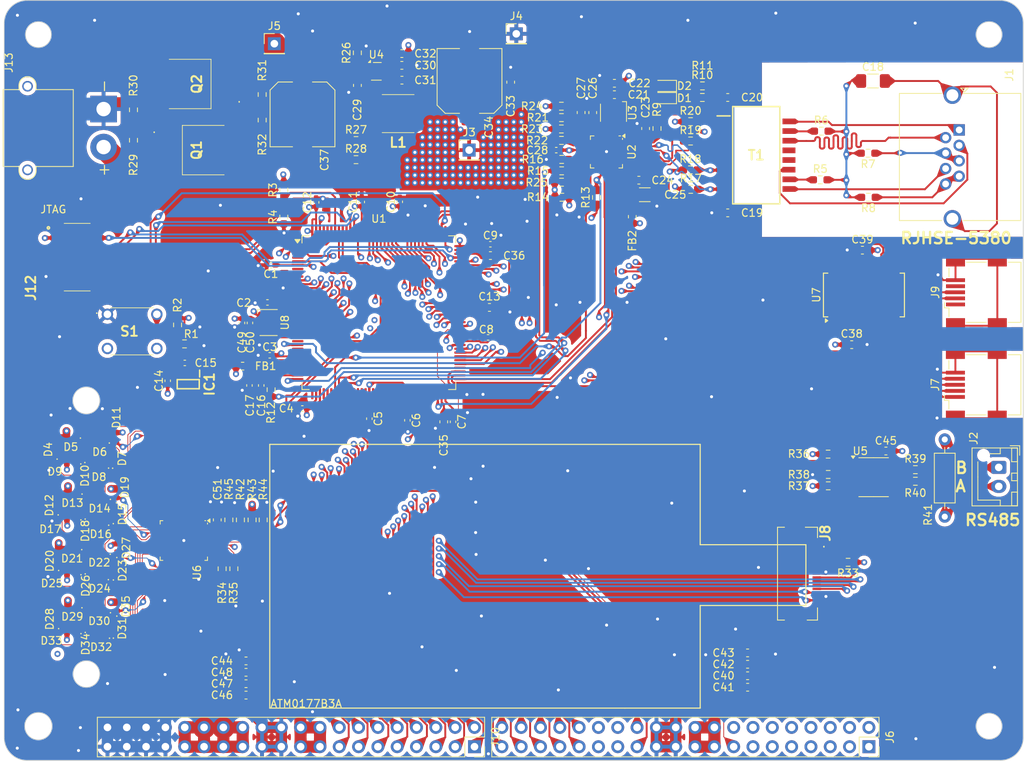
<source format=kicad_pcb>
(kicad_pcb (version 20240108) (generator "pcbnew") (generator_version "8.0")
  (layers (0 "F.Cu" signal) (1 "In1.Cu" signal) (2 "In2.Cu" signal) (31 "B.Cu" signal) (34 "B.Paste" user) (35 "F.Paste" user) (36 "B.SilkS" user "B.Silkscreen") (37 "F.SilkS" user "F.Silkscreen") (38 "B.Mask" user) (39 "F.Mask" user) (44 "Edge.Cuts" user))
  (net 0 "")
  (net 1 "+3V3")
  (net 2 "GND")
  (net 3 "+3.3VA")
  (net 4 "Net-(C18-Pad1)")
  (net 5 "Earth")
  (net 6 "Net-(T1-CT_1)")
  (net 7 "Net-(U2-VDDCR)")
  (net 8 "24V_RP")
  (net 9 "Net-(U4-SS)")
  (net 10 "Net-(U4-SW)")
  (net 11 "Net-(U4-BST)")
  (net 12 "Net-(U4-FB)")
  (net 13 "Net-(U1-VCAP_1)")
  (net 14 "Net-(U1-VCAP_2)")
  (net 15 "Net-(D4-K)")
  (net 16 "Net-(D5-K)")
  (net 17 "Net-(D6-K)")
  (net 18 "Net-(D7-K)")
  (net 19 "Net-(D8-K)")
  (net 20 "Net-(D9-K)")
  (net 21 "Net-(D10-K)")
  (net 22 "Net-(D11-K)")
  (net 23 "Net-(D12-K)")
  (net 24 "Net-(D13-K)")
  (net 25 "Net-(D14-K)")
  (net 26 "Net-(D15-K)")
  (net 27 "Net-(D16-K)")
  (net 28 "Net-(D17-K)")
  (net 29 "Net-(D18-K)")
  (net 30 "Net-(D19-K)")
  (net 31 "Net-(D20-K)")
  (net 32 "Net-(D21-K)")
  (net 33 "Net-(D22-K)")
  (net 34 "Net-(D23-K)")
  (net 35 "Net-(D24-K)")
  (net 36 "Net-(D25-K)")
  (net 37 "Net-(D26-K)")
  (net 38 "Net-(D27-K)")
  (net 39 "Net-(D28-K)")
  (net 40 "Net-(D29-K)")
  (net 41 "Net-(D30-K)")
  (net 42 "Net-(D31-K)")
  (net 43 "Net-(D32-K)")
  (net 44 "Net-(D33-K)")
  (net 45 "Net-(D34-K)")
  (net 46 "Net-(D35-K)")
  (net 48 "NRST")
  (net 50 "Net-(J2-Pin_1)")
  (net 51 "Net-(J2-Pin_2)")
  (net 52 "Net-(J13-Pin_2)")
  (net 53 "USB_VBUS")
  (net 54 "USB_DP")
  (net 55 "USB_DM")
  (net 56 "USB_ID")
  (net 57 "Net-(J8-Pad5)")
  (net 59 "CS_LCD")
  (net 61 "SDA_LCD")
  (net 64 "A0_LCD")
  (net 65 "RESET_LCD")
  (net 67 "SCK_LCD")
  (net 69 "Net-(J9-D+)")
  (net 70 "Net-(J9-D-)")
  (net 73 "PG15")
  (net 74 "PG2")
  (net 75 "PG1")
  (net 76 "PG4")
  (net 77 "PF14")
  (net 78 "PF5")
  (net 79 "PG6")
  (net 80 "PF11")
  (net 81 "PG0")
  (net 82 "PG5")
  (net 83 "PF0")
  (net 84 "PG13")
  (net 85 "PG11")
  (net 86 "PF4")
  (net 87 "PF2")
  (net 88 "PF15")
  (net 89 "PF7")
  (net 90 "PG10")
  (net 91 "PG7")
  (net 92 "PG3")
  (net 93 "PG9")
  (net 94 "PG12")
  (net 95 "PF12")
  (net 96 "PF13")
  (net 97 "PF6")
  (net 98 "PF9")
  (net 99 "PF8")
  (net 100 "PF10")
  (net 101 "PF1")
  (net 102 "PG8")
  (net 103 "PF3")
  (net 104 "PG14")
  (net 105 "PD9")
  (net 106 "PD13")
  (net 107 "PD7")
  (net 108 "PD10")
  (net 109 "PD5")
  (net 110 "PD3")
  (net 111 "PD6")
  (net 112 "PD0")
  (net 113 "PD4")
  (net 114 "PD8")
  (net 115 "PD2")
  (net 116 "PD14")
  (net 117 "PD1")
  (net 118 "PD12")
  (net 119 "PD15")
  (net 120 "PD11")
  (net 121 "SWCLK")
  (net 122 "JTDO_SWO")
  (net 123 "UART5_TX")
  (net 125 "JTDI")
  (net 126 "UART5_RX")
  (net 129 "SWDIO")
  (net 130 "JTRST")
  (net 131 "Net-(Q1-D)")
  (net 132 "Net-(Q1-G)")
  (net 133 "Net-(Q2-G)")
  (net 134 "Net-(S1-COM_2)")
  (net 135 "Net-(U1-BOOT0)")
  (net 136 "Net-(T1-CT_3)")
  (net 137 "Net-(T1-CT_4)")
  (net 138 "Net-(J1-Pad4)")
  (net 139 "Net-(J1-Pad7)")
  (net 140 "Net-(U2-RBIAS)")
  (net 141 "Net-(D1-K)")
  (net 142 "Net-(D2-K)")
  (net 143 "Net-(U2-~{INT}{slash}REFCLKO)")
  (net 144 "ETH_REF_CLK")
  (net 145 "ETH_MDIO")
  (net 146 "Net-(U2-CRS_DV{slash}MODE2)")
  (net 147 "ETH_CRS_DV")
  (net 148 "Net-(U2-RXER{slash}PHYAD0)")
  (net 149 "Net-(U2-RXD1{slash}MODE1)")
  (net 150 "ETH_RXD1")
  (net 151 "Net-(U2-RXD0{slash}MODE0)")
  (net 152 "ETH_RXD0")
  (net 153 "Net-(U4-RT)")
  (net 154 "Net-(U6-ADDR0)")
  (net 155 "Net-(U6-ADDR1)")
  (net 156 "USART3_RX")
  (net 157 "USART3_TX")
  (net 158 "USART3_DE")
  (net 159 "Net-(U5-B)")
  (net 160 "Net-(U5-A)")
  (net 161 "Net-(U6-EN)")
  (net 162 "I2C1_SCL")
  (net 163 "I2C1_SDA")
  (net 166 "Net-(T1-RX1+)")
  (net 167 "Net-(T1-TX1-)")
  (net 172 "Net-(T1-TX1+)")
  (net 173 "Net-(T1-RX-)")
  (net 178 "HSE")
  (net 180 "ETH_TXD0")
  (net 181 "ETH_TXD1")
  (net 195 "ETH_MDC")
  (net 200 "USART6_TX")
  (net 204 "USART6_RX")
  (net 213 "ETH_TXEN")
  (net 214 "Net-(D1-A)")
  (net 215 "Net-(D2-A)")
  (net 216 "Net-(U2-XTAL1{slash}CLKIN)")
  (net 238 "/Ethernet/RD-")
  (net 239 "/Ethernet/RD+")
  (net 240 "/Ethernet/TD-")
  (net 241 "/Ethernet/TD+")
  (net 242 "Net-(U6-IREF)")
  (net 243 "Net-(U6-VCAP)")
  (footprint "Capacitor_SMD:C_0603_1608Metric_Pad1.08x0.95mm_HandSolder" (layer "F.Cu") (at 61.7975 129.91 180)
    (property "Reference" "C47")
    (property "Value" "0.1u" (hide yes))
  )
  (footprint "Resistor_SMD:R_0603_1608Metric_Pad0.98x0.95mm_HandSolder" (layer "F.Cu") (at 60.2 114.7825 -90)
    (property "Reference" "R35")
    (property "Value" "100")
  )
  (footprint "Resistor_THT:R_Axial_DIN0207_L6.3mm_D2.5mm_P10.16mm_Horizontal" (layer "F.Cu") (at 153.675 97.77 -90)
    (property "Reference" "R41")
    (property "Value" "120")
  )
  (footprint "SamacSys_Parts:SOT95P280X130-5N" (layer "F.Cu") (at 54.2 90.5 -90)
    (property "Reference" "IC1")
    (property "Value" "R3111N211A-TR-FE" (hide yes))
  )
  (footprint "SamacSys_Parts:LQH5BPB100MT0L" (layer "F.Cu") (at 81.8 54.9)
    (property "Reference" "L1")
    (property "Value" "LQH5BPB100MT0L" (hide yes))
  )
  (footprint "Resistor_SMD:R_0603_1608Metric_Pad0.98x0.95mm_HandSolder" (layer "F.Cu") (at 62.6 108.3575 -90)
    (property "Reference" "R43")
    (property "Value" "4.7k")
  )
  (footprint "LED_SMD:LED_0402_1005Metric_Pad0.77x0.64mm_HandSolder" (layer "F.Cu") (at 44.76 104.8425 90)
    (property "Reference" "D19")
    (property "Value" "LED" (hide yes))
  )
  (footprint "Resistor_SMD:R_0603_1608Metric_Pad0.98x0.95mm_HandSolder" (layer "F.Cu") (at 143.59 60.1075 180)
    (property "Reference" "R7")
    (property "Value" "75")
  )
  (footprint "Capacitor_SMD:C_0402_1005Metric_Pad0.74x0.62mm_HandSolder" (layer "F.Cu") (at 78.0175 95.04 -90)
    (property "Reference" "C5")
    (property "Value" "0.1u")
  )
  (footprint "Capacitor_SMD:C_0402_1005Metric_Pad0.74x0.62mm_HandSolder" (layer "F.Cu") (at 53.75 87.7 180)
    (property "Reference" "C15")
    (property "Value" "0.01u")
  )
  (footprint "Capacitor_SMD:C_0603_1608Metric_Pad1.08x0.95mm_HandSolder" (layer "F.Cu") (at 125.14 52.775 180)
    (property "Reference" "C20")
    (property "Value" "0.1u")
  )
  (footprint "Resistor_SMD:R_0603_1608Metric_Pad0.98x0.95mm_HandSolder" (layer "F.Cu") (at 61.06 108.3575 90)
    (property "Reference" "R42")
    (property "Value" "10k" (hide yes))
  )
  (footprint "Capacitor_SMD:C_0402_1005Metric_Pad0.74x0.62mm_HandSolder" (layer "F.Cu") (at 62.3175 82.44 -90)
    (property "Reference" "C50")
    (property "Value" "0.01u")
  )
  (footprint "Capacitor_SMD:C_0603_1608Metric_Pad1.08x0.95mm_HandSolder" (layer "F.Cu") (at 93.935722 73.577888)
    (property "Reference" "C36")
    (property "Value" "2.2u")
  )
  (footprint "Resistor_SMD:R_0603_1608Metric_Pad0.98x0.95mm_HandSolder" (layer "F.Cu") (at 47 58.4 90)
    (property "Reference" "R29")
    (property "Value" "R")
  )
  (footprint "LED_SMD:LED_0402_1005Metric_Pad0.77x0.64mm_HandSolder" (layer "F.Cu") (at 44.351219 107.584684 90)
    (property "Reference" "D15")
    (property "Value" "LED" (hide yes))
  )
  (footprint "Resistor_SMD:R_0603_1608Metric_Pad0.98x0.95mm_HandSolder" (layer "F.Cu") (at 138.35 102.375 180)
    (property "Reference" "R38")
    (property "Value" "10k")
  )
  (footprint "Capacitor_SMD:C_0603_1608Metric_Pad1.08x0.95mm_HandSolder" (layer "F.Cu") (at 82.3 50.5 180)
    (property "Reference" "C31")
    (property "Value" "0.1u")
  )
  (footprint "LED_SMD:LED_0402_1005Metric_Pad0.77x0.64mm_HandSolder" (layer "F.Cu") (at 37.16 121.3975 90)
    (property "Reference" "D28")
    (property "Value" "LED" (hide yes))
  )
  (footprint "Resistor_SMD:R_0603_1608Metric_Pad0.98x0.95mm_HandSolder" (layer "F.Cu") (at 140.9625 113.935 180)
    (property "Reference" "R33")
    (property "Value" "100")
  )
  (footprint "Resistor_SMD:R_0603_1608Metric_Pad0.98x0.95mm_HandSolder" (layer "F.Cu") (at 65.1 91.225 -90)
    (property "Reference" "R12")
    (property "Value" "33")
  )
  (footprint "Resistor_SMD:R_0603_1608Metric_Pad0.98x0.95mm_HandSolder" (layer "F.Cu") (at 59.54 108.355 90)
    (property "Reference" "R45")
    (property "Value" "15k")
  )
  (footprint "SamacSys_Parts:TJ8S06M3LT6L1NQ" (layer "F.Cu") (at 51.7 51 90)
    (property "Reference" "Q2")
    (property "Value" "TJ8S06M3L_T6L1,NQ_" (hide yes))
  )
  (footprint "Resistor_SMD:R_0603_1608Metric_Pad0.98x0.95mm_HandSolder" (layer "F.Cu") (at 103.3025 60.925)
    (property "Reference" "R16")
    (property "Value" "10k")
  )
  (footprint "Capacitor_SMD:C_0402_1005Metric_Pad0.74x0.62mm_HandSolder" (layer "F.Cu") (at 61.2675 82.44 -90)
    (property "Reference" "C49")
    (property "Value" "0.1u")
  )
  (footprint "Capacitor_SMD:C_0402_1005Metric_Pad0.74x0.62mm_HandSolder" (layer "F.Cu") (at 62.25 90.6675 -90)
    (property "Reference" "C17")
    (property "Value" "0.01u")
  )
  (footprint "Capacitor_SMD:C_0402_1005Metric_Pad0.74x0.62mm_HandSolder" (layer "F.Cu") (at 77.0175 66.5275 90)
    (property "Reference" "C11")
    (property "Value" "0.1u")
  )
  (footprint "LED_SMD:LED_0402_1005Metric_Pad0.77x0.64mm_HandSolder" (layer "F.Cu") (at 40.66 114.1975 90)
    (property "Reference" "D26")
    (property "Value" "LED" (hide yes))
  )
  (footprint "Resistor_SMD:R_0603_1608Metric_Pad0.98x0.95mm_HandSolder" (layer "F.Cu") (at 64.06 108.3575 -90)
    (property "Reference" "R44")
    (property "Value" "4.7k")
  )
  (footprint "Package_DFN_QFN:VQFN-24-1EP_4x4mm_P0.5mm_EP2.45x2.45mm" (layer "F.Cu") (at 109.19 59.945 -90)
    (property "Reference" "U2")
    (property "Value" "LAN8742A" (hide yes))
  )
  (footprint "Package_DFN_QFN:VQFN-46-1EP_5x6mm_P0.4mm_EP2.8x3.8mm" (layer "F.Cu") (at 53.6225 111.07 -90)
    (property "Reference" "U6")
    (property "Value" "LP5036")
  )
  (footprint "Capacitor_SMD:C_0603_1608Metric_Pad1.08x0.95mm_HandSolder" (layer "F.Cu") (at 58.02 108.355 90)
    (property "Reference" "C51")
    (property "Value" "1u")
  )
  (footprint "LED_SMD:LED_0402_1005Metric_Pad0.77x0.64mm_HandSolder" (layer "F.Cu") (at 38.81 100.9925 180)
    (property "Reference" "D9")
    (property "Value" "LED" (hide yes))
  )
  (footprint "LED_SMD:LED_0402_1005Metric_Pad0.77x0.64mm_HandSolder" (layer "F.Cu") (at 38.823719 108.354684 180)
    (property "Reference" "D17")
    (property "Value" "LED" (hide yes))
  )
  (footprint "LED_SMD:LED_0402_1005Metric_Pad0.77x0.64mm_HandSolder" (layer "F.Cu") (at 42.71 120.57 180)
    (property "Reference" "D30")
    (property "Value" "LED" (hide yes))
  )
  (footprint "Connector_PinSocket_2.54mm:PinSocket_2x20_P2.54mm_Vertical" (layer "F.Cu") (at 91.84 138.1975 -90)
    (property "Reference" "J10")
    (property "Value" "Conn_02x20_Odd_Even" (hide yes))
  )
  (footprint "Capacitor_SMD:C_0603_1608Metric_Pad1.08x0.95mm_HandSolder" (layer "F.Cu") (at 141.4425 85.3)
    (property "Reference" "C38")
    (property "Value" "0.1u")
  )
  (footprint "Capacitor_SMD:C_0402_1005Metric_Pad0.74x0.62mm_HandSolder" (layer "F.Cu") (at 82.0175 66.5025 90)
    (property "Reference" "C10")
    (property "Value" "0.1u")
  )
  (footprint "LED_SMD:LED_0402_1005Metric_Pad0.77x0.64mm_HandSolder" (layer "F.Cu") (at 44.81 112.0425 90)
    (property "Reference" "D27")
    (property "Value" "LED" (hide yes))
  )
  (footprint "LED_SMD:LED_0603_1608Metric_Pad1.05x0.95mm_HandSolder" (layer "F.Cu") (at 116.74 52.8575 180)
    (property "Reference" "D1")
    (property "Value" "LED")
  )
  (footprint "LED_SMD:LED_0402_1005Metric_Pad0.77x0.64mm_HandSolder" (layer "F.Cu") (at 42.46 101.5425 180)
    (property "Reference" "D8")
    (property "Value" "LED" (hide yes))
  )
  (footprint "Resistor_SMD:R_0603_1608Metric_Pad0.98x0.95mm_HandSolder" (layer "F.Cu") (at 120.2525 55.9575)
    (property "Reference" "R20")
    (property "Value" "50")
  )
  (footprint "LED_SMD:LED_0402_1005Metric_Pad0.77x0.64mm_HandSolder" (layer "F.Cu") (at 42.56 98.2425 180)
    (property "Reference" "D6")
    (property "Value" "LED" (hide yes))
  )
  (footprint "Connector_PinHeader_2.54mm:PinHeader_1x01_P2.54mm_Vertical" (layer "F.Cu") (at 97.3375 44.4)
    (property "Reference" "J4")
    (property "Value" "Conn_01x01_Pin" (hide yes))
  )
  (footprint "Package_TO_SOT_SMD:SOT-583-8" (layer "F.Cu") (at 78.9375 49.3375)
    (property "Reference" "U4")
    (property "Value" "TPS62933")
  )
  (footprint "Connector_PinSocket_2.54mm:PinSocket_2x20_P2.54mm_Vertical" (layer "F.Cu") (at 143.7 138.2 -90)
    (property "Reference" "J6")
    (property "Value" "Conn_02x20_Odd_Even" (hide yes))
  )
  (footprint "SamacSys_Parts:TJ8S06M3LT6L1NQ" (layer "F.Cu") (at 58.925 59.7 -90)
    (property "Reference" "Q1")
    (property "Value" "TJ8S06M3L_T6L1,NQ_" (hide yes))
  )
  (footprint "Connector_JST:JST_XH_B2B-XH-AM_1x02_P2.50mm_Vertical" (layer "F.Cu") (at 160.775 101.45 -90)
    (property "Reference" "J2")
    (property "Value" "Conn_01x02_Pin")
  )
  (footprint "Resistor_SMD:R_0603_1608Metric_Pad0.98x0.95mm_HandSolder" (layer "F.Cu") (at 76.4375 46.9 90)
    (property "Reference" "R26")
    (property "Value" "R")
  )
  (footprint "Capacitor_SMD:C_0603_1608Metric_Pad1.08x0.95mm_HandSolder" (layer "F.Cu") (at 113.4525 63.6575)
    (property "Reference" "C24")
    (property "Value" "0.1u" (hide yes))
  )
  (footprint "Capacitor_SMD:C_Elec_8x10.2" (layer "F.Cu") (at 69.225 55 -90)
    (property "Reference" "C37")
    (property "Value" "100u")
  )
  (footprint "Capacitor_SMD:C_0402_1005Metric_Pad0.74x0.62mm_HandSolder" (layer "F.Cu") (at 64.9175 86.7 180)
    (property "Reference" "C3")
    (property "Value" "0.1u")
  )
  (footprint "Oscillator:Oscillator_SMD_Kyocera_KC2520Z-4Pin_2.5x2.0mm" (layer "F.Cu") (at 110.115 54.7825 -90)
    (property "Reference" "U3")
    (property "Value" "KC2520Z" (hide yes))
  )
  (footprint "Resistor_SMD:R_0603_1608Metric_Pad0.98x0.95mm_HandSolder" (layer "F.Cu") (at 76.263026 58.448569)
    (property "Reference" "R27")
    (property "Value" "30.9k")
  )
  (footprint "LED_SMD:LED_0402_1005Metric_Pad0.77x0.64mm_HandSolder" (layer "F.Cu") (at 42.4325 116.22 180)
    (property "Reference" "D24")
    (property "Value" "LED" (hide yes))
  )
  (footprint "Resistor_SMD:R_0603_1608Metric_Pad0.98x0.95mm_HandSolder" (layer "F.Cu") (at 143.64 65.9075 180)
    (property "Reference" "R8")
    (property "Value" "75")
  )
  (footprint "Resistor_SMD:R_0603_1608Metric_Pad0.98x0.95mm_HandSolder" (layer "F.Cu") (at 149.8125 101.75)
    (property "Reference" "R39")
    (property "Value" "10")
  )
  (footprint "LED_SMD:LED_0402_1005Metric_Pad0.77x0.64mm_HandSolder" (layer "F.Cu") (at 42.701219 105.654684 180)
    (property "Reference" "D14")
    (property "Value" "LED" (hide yes))
  )
  (footprint "Connector_USB:USB_Mini-B_Wuerth_65100516121_Horizontal" (layer "F.Cu") (at 157.675 90.58 90)
    (property "Reference" "J7")
    (property "Value" "USB_B_Micro" (hide yes))
  )
  (footprint "LED_SMD:LED_0402_1005Metric_Pad0.77x0.64mm_HandSolder" (layer "F.Cu") (at 38.96 119.92 180)
    (property "Reference" "D29")
    (property "Value" "LED" (hide yes))
  )
  (footprint "Resistor_SMD:R_0603_1608Metric_Pad0.98x0.95mm_HandSolder" (layer "F.Cu") (at 103.29 63.925 180)
    (property "Reference" "R25")
    (property "Value" "10k")
  )
  (footprint "LED_SMD:LED_0402_1005Metric_Pad0.77x0.64mm_HandSolder" (layer "F.Cu") (at 44.36 122.6475 90)
    (property "Reference" "D31")
    (property "Value" "LED" (hide yes))
  )
  (footprint "Capacitor_SMD:C_0603_1608Metric_Pad1.08x0.95mm_HandSolder" (layer "F.Cu") (at 127.7525 128.865 180)
    (property "Reference" "C40")
    (property "Value" "0.1u" (hide yes))
  )
  (footprint "SamacSys_Parts:FTSH-107-XX-YYY-DV-K-P-TR" (layer "F.Cu") (at 39.6 73.79 -90)
    (property "Reference" "J12")
    (property "Value" "FTSH-107-01-F-DV-K-P-TR" (hide yes))
  )
  (footprint "Capacitor_SMD:C_0402_1005Metric_Pad0.74x0.62mm_HandSolder" (layer "F.Cu") (at 65.0675 74.84 180)
    (property "Reference" "C1")
    (property "Value" "0.1u")
  )
  (footprint "Resistor_SMD:R_0603_1608Metric_Pad0.98x0.95mm_HandSolder" (layer "F.Cu") (at 138.3375 99.7)
    (property "Reference" "R36")
    (property "Value" "100k")
  )
  (footprint "Resistor_SMD:R_0603_1608Metric_Pad0.98x0.95mm_HandSolder" (layer "F.Cu") (at 53.7125 85.2)
    (property "Reference" "R1")
    (property "Value" "330")
  )
  (footprint "LED_SMD:LED_0402_1005Metric_Pad0.77x0.64mm_HandSolder" (layer "F.Cu") (at 38.76 97.5925 180)
    (property "Reference" "D5")
    (property "Value" "LED" (hide yes))
  )
  (footprint "Resistor_SMD:R_0603_1608Metric_Pad0.98x0.95mm_HandSolder" (layer "F.Cu") (at 103.265 53.925 180)
    (property "Reference" "R24")
    (property "Value" "10k")
  )
  (footprint "Resistor_SMD:R_0603_1608Metric_Pad0.98x0.95mm_HandSolder" (layer "F.Cu") (at 103.2775 55.425)
    (property "Reference" "R21")
    (property "Value" "33")
  )
  (footprint "Capacitor_SMD:C_0402_1005Metric_Pad0.74x0.62mm_HandSolder" (layer "F.Cu") (at 51.5 90.05 90)
    (property "Reference" "C14")
    (property "Value" "0.1u")
  )
  (footprint "Capacitor_SMD:C_0603_1608Metric_Pad1.08x0.95mm_HandSolder" (layer "F.Cu") (at 61.7975 126.91 180)
    (property "Reference" "C44")
    (property "Value" "0.1u")
  )
  (footprint "LED_SMD:LED_0402_1005Metric_Pad0.77x0.64mm_HandSolder" (layer "F.Cu") (at 38.8325 115.57 180)
    (property "Reference" "D25")
    (property "Value" "LED" (hide yes))
  )
  (footprint "Resistor_SMD:R_0603_1608Metric_Pad0.98x0.95mm_HandSolder" (layer "F.Cu") (at 103.265 56.925 180)
    (property "Reference" "R23")
    (property "Value" "10k")
  )
  (footprint "Resistor_SMD:R_0603_1608Metric_Pad0.98x0.95mm_HandSolder" (layer "F.Cu") (at 137.3025 63.6075)
    (property "Reference" "R5")
    (property "Value" "75")
  )
  (footprint "LED_SMD:LED_0402_1005Metric_Pad0.77x0.64mm_HandSolder" (layer "F.Cu") (at 40.651219 106.982184 90)
    (property "Reference" "D18")
    (property "Value" "LED" (hide yes))
  )
  (footprint "Capacitor_SMD:C_0402_1005Metric_Pad0.74x0.62mm_HandSolder" (layer "F.Cu") (at 89.0175 95.4525 -90)
    (property "Reference" "C7")
    (property "Value" "0.1u")
  )
  (footprint "LED_SMD:LED_0402_1005Metric_Pad0.77x0.64mm_HandSolder" (layer "F.Cu") (at 36.96 99.0925 90)
    (property "Reference" "D4")
    (property "Value" "LED" (hide yes))
  )
  (footprint "Resistor_SMD:R_0603_1608Metric_Pad0.98x0.95mm_HandSolder" (layer "F.Cu") (at 107.89 65.925 90)
    (property "Reference" "R13")
    (property "Value" "10k")
  )
  (footprint "Capacitor_SMD:C_0402_1005Metric_Pad0.74x0.62mm_HandSolder" (layer "F.Cu") (at 63.8 90.6675 -90)
    (property "Reference" "C16")
    (property "Value" "1u")
  )
  (footprint "Capacitor_SMD:C_0603_1608Metric_Pad1.08x0.95mm_HandSolder" (layer "F.Cu") (at 93.8075 80.4)
    (property "Reference" "C13")
    (property "Value" "2.2u")
  )
  (footprint "Capacitor_SMD:C_0603_1608Metric_Pad1.08x0.95mm_HandSolder" (layer "F.Cu") (at 127.7525 125.855 180)
    (property "Reference" "C43")
    (property "Value" "0.1u")
  )
  (footprint "Capacitor_SMD:C_0603_1608Metric_Pad1.08x0.95mm_HandSolder" (layer "F.Cu") (at 110.24 52.4075 180)
    (property "Reference" "C21")
    (property "Value" "0.01u")
  )
  (footprint "Connector_RJ:RJ45_Amphenol_RJHSE5380" (layer "F.Cu") (at 155.57 57.0455 -90)
    (property "Reference" "J1")
    (property "Value" "8P8C_Shielded")
  )
  (footprint "Resistor_SMD:R_0603_1608Metric_Pad0.98x0.95mm_HandSolder" (layer "F.Cu") (at 66.7675 64.9525 90)
    (property "Reference" "R3")
    (property "Value" "100k")
  )
  (footprint "LED_SMD:LED_0402_1005Metric_Pad0.77x0.64mm_HandSolder" (layer "F.Cu") (at 44.36 114.9975 90)
    (property "Reference" "D23")
    (property "Value" "LED" (hide yes))
  )
  (footprint "Capacitor_SMD:C_0603_1608Metric_Pad1.08x0.95mm_HandSolder" (layer "F.Cu") (at 107.39 54.7625 90)
    (property "Reference" "C26")
    (property "Value" "470p")
  )
  (footprint "Connector_AMASS:AMASS_XT30PW-M_1x02_P2.50mm_Horizontal" (layer "F.Cu") (at 43.075 54.3 90)
    (property "Reference" "J13")
    (property "Value" "Conn_01x02_Pin" (hide yes))
  )
  (footprint "LED_SMD:LED_0402_1005Metric_Pad0.77x0.64mm_HandSolder" (layer "F.Cu") (at 42.473719 109.054684 180)
    (property "Reference" "D16")
    (property "Value" "LED" (hide yes))
  )
  (footprint "Resistor_SMD:R_0603_1608Metric_Pad0.98x0.95mm_HandSolder" (layer "F.Cu") (at 149.8125 103.275)
    (property "Reference" "R40")
    (property "Value" "10")
  )
  (footprint "Resistor_SMD:R_0603_1608Metric_Pad0.98x0.95mm_HandSolder" (layer "F.Cu") (at 120.2525 58.5075)
    (property "Reference" "R19")
    (property "Value" "50")
  )
  (footprint "Capacitor_SMD:C_0603_1608Metric_Pad1.08x0.95mm_HandSolder" (layer "F.Cu") (at 127.7575 130.375 180)
    (property "Reference" "C41")
    (property "Value" "0.1u" (hide yes))
  )
  (footprint "Oscillator:Oscillator_SMD_Kyocera_KC2520Z-4Pin_2.5x2.0mm" (layer "F.Cu") (at 64.7675 82.39)
    (property "Reference" "U8")
    (property "Value" "KC2520Z")
  )
  (footprint "SamacSys_Parts:SOIC127P930X590-16N" (layer "F.Cu") (at 128.89 60.37)
    (property "Reference" "T1")
    (property "Value" "SM51108PEL" (hide yes))
  )
  (footprint "LED_SMD:LED_0402_1005Metric_Pad0.77x0.64mm_HandSolder" (layer "F.Cu") (at 42.6825 112.87 180)
    (property "Reference" "D22")
    (property "Value" "LED" (hide yes))
  )
  (footprint "Resistor_SMD:R_0603_1608Metric_Pad0.98x0.95mm_HandSolder" (layer "F.Cu") (at 58.66 114.7825 -90)
    (property "Reference" "R34")
    (property "Value" "100")
  )
  (footprint "LED_SMD:LED_0402_1005Metric_Pad0.77x0.64mm_HandSolder" (layer "F.Cu") (at 40.66 121.8975 90)
    (property "Reference" "D34")
    (property "Value" "LED" (hide yes))
  )
  (footprint "Connector_USB:USB_Mini-B_Wuerth_65100516121_Horizontal" (layer "F.Cu") (at 157.69 78.41 90)
    (property "Reference" "J9")
    (property "Value" "USB_B_Micro" (hide yes))
  )
  (footprint "Capacitor_SMD:C_0603_1608Metric_Pad1.08x0.95mm_HandSolder" (layer "F.Cu") (at 105.86 54.7575 90)
    (property "Reference" "C27")
    (property "Value" "1u")
  )
  (footprint "Capacitor_SMD:C_0603_1608Metric_Pad1.08x0.95mm_HandSolder" (layer "F.Cu") (at 96.6 50.7625 90)
    (property "Reference" "C33")
    (property "Value" "0.1u")
  )
  (footprint "LED_SMD:LED_0402_1005Metric_Pad0.77x0.64mm_HandSolder" (layer "F.Cu") (at 44.26 100.2925 90)
    (property "Reference" "D7")
    (property "Value" "LED" (hide yes))
  )
  (footprint "Capacitor_SMD:C_0603_1608Metric_Pad1.08x0.95mm_HandSolder" (layer "F.Cu") (at 125.14 67.9575 180)
    (property "Reference" "C19")
    (property "Value" "0.1u")
  )
  (footprint "Resistor_SMD:R_0603_1608Metric_Pad0.98x0.95mm_HandSolder" (layer "F.Cu") (at 66.7675 68.5025 90)
    (property "Reference" "R4")
    (property "Value" "100k")
  )
  (footprint "Resistor_SMD:R_0603_1608Metric_Pad0.98x0.95mm_HandSolder" (layer "F.Cu") (at 103.3025 62.425)
    (property "Reference" "R15")
    (property "Value" "33")
  )
  (footprint "LED_SMD:LED_0402_1005Metric_Pad0.77x0.64mm_HandSolder" (layer "F.Cu") (at 42.5825 123.92 180)
    (property "Reference" "D32")
    (property "Value" "LED" (hide yes))
  )
  (footprint "Capacitor_SMD:C_0603_1608Metric_Pad1.08x0.95mm_HandSolder" (layer "F.Cu") (at 61.7975 131.41 180)
    (property "Reference" "C46")
    (property "Value" "0.1u" (hide yes))
  )
  (footprint "Capacitor_SMD:C_0402_1005Metric_Pad0.74x0.62mm_HandSolder" (layer "F.Cu") (at 64.6175 79.74 180)
    (property "Reference" "C2")
    (property "Value" "0.1u")
  )
  (footprint "Resistor_SMD:R_0603_1608Metric_Pad0.98x0.95mm_HandSolder" (layer "F.Cu") (at 52.8 82.7 90)
    (property "Reference" "R2")
    (property "Value" "1k")
  )
  (footprint "Capacitor_SMD:C_0402_1005Metric_Pad0.74x0.62mm_HandSolder" (layer "F.Cu") (at 69.2 93.7 180)
    (property "Reference" "C4")
    (property "Value" "0.1u")
  )
  (footprint "Capacitor_SMD:C_0603_1608Metric_Pad1.08x0.95mm_HandSolder" (layer "F.Cu") (at 114.34 56.8575 90)
    (property "Reference" "C23")
    (property "Value" "0.1u" (hide yes))
  )
  (footprint "LED_SMD:LED_0402_1005Metric_Pad0.77x0.64mm_HandSolder" (layer "F.Cu") (at 38.9325 112.27 180)
    (property "Reference" "D21")
    (property "Value" "LED" (hide yes))
  )
  (footprint "Capacitor_SMD:C_0603_1608Metric_Pad1.08x0.95mm_HandSolder" (layer "F.Cu") (at 142.85 72.865 180)
    (property "Reference" "C39")
    (property "Value" "0.1u")
  )
  (footprint "LED_SMD:LED_0402_1005Metric_Pad0.77x0.64mm_HandSolder" (layer "F.Cu") (at 44.76 97.4425 90)
    (property "Reference" "D11")
    (property "Value" "LED" (hide yes))
  )
  (footprint "LED_SMD:LED_0402_1005Metric_Pad0.77x0.64mm_HandSolder" (layer "F.Cu") (at 38.8325 123.32 180)
    (property "Reference" "D33")
    (property "Value" "LED" (hide yes))
  )
  (footprint "Resistor_SMD:R_0603_1608Metric_Pad0.98x0.95mm_HandSolder" (layer "F.Cu") (at 121.8025 52.775)
    (property "Reference" "R10")
    (property "Value" "12.1k")
  )
  (footprint "Package_SO:SOIC-8_3.9x4.9mm_P1.27mm" (layer "F.Cu") (at 144.325 102.74)
    (property "Reference" "U5")
    (property "Value" "MAX3485")
  )
  (footprint "Inductor_SMD:L_0603_1608Metric_Pad1.05x0.95mm_HandSolder" (layer "F.Cu") (at 61.35 88.125)
    (property "Reference" "FB1")
    (property "Value" "FerriteBead" (hide yes))
  )
  (footprint "Connector_PinHeader_2.54mm:PinHeader_1x01_P2.54mm_Vertical" (layer "F.Cu") (at 65.525 45.7)
    (property "Reference" "J5")
    (property "Value" "Conn_01x01_Pin" (hide yes))
  )
  (footprint "Capacitor_SMD:C_0603_1608Metric_Pad1.08x0.95mm_HandSolder" (layer "F.Cu") (at 87.8 95.4525 -90)
    (property "Reference" "C35")
    (property "Value" "2.2u")
  )
  (footprint "Capacitor_SMD:C_0402_1005Metric_Pad0.74x0.62mm_HandSolder" (layer "F.Cu") (at 93.63 84.34)
    (property "Reference" "C8")
    (property "Value" "0.1u")
  )
  (footprint "Capacitor_SMD:C_0402_1005Metric_Pad0.74x0.62mm_HandSolder" (layer "F.Cu") (at 93.93 72.09)
    (property "Reference" "C9")
    (property "Value" "0.1u")
  )
  (footprint "Capacitor_SMD:C_0603_1608Metric_Pad1.08x0.95mm_HandSolder" (layer "F.Cu") (at 82.2875 47 180)
    (property "Reference" "C32")
    (property "Value" "47p")
  )
  (footprint "Resistor_SMD:R_0603_1608Metric_Pad0.98x0.95mm_HandSolder" (layer "F.Cu") (at 121.815 51.25)
    (property "Reference" "R11")
    (property "Value" "12.1k")
  )
  (footprint "Resistor_SMD:R_0603_1608Metric_Pad0.98x0.95mm_HandSolder" (layer "F.Cu") (at 120.2775 64.8575)
    (property "Reference" "R17")
    (property "Value" "50")
  )
  (footprint "Capacitor_SMD:C_1206_3216Metric_Pad1.33x1.80mm_HandSolder" (layer "F.Cu") (at 114.232108 65.569527)
    (property "Reference" "C25")
    (property "Value" "10u")
  )
  (footprint "Capacitor_SMD:C_0603_1608Metric_Pad1.08x0.95mm_HandSolder" (layer "F.Cu") (at 76.4475 51.1875 -90)
    (property "Reference" "C29")
    (property "Value" "0.1u")
  )
  (footprint "Resistor_SMD:R_0603_1608Metric_Pad0.98x0.95mm_HandSolder" (layer "F.Cu") (at 63.925 55.75 -90)
    (property "Reference" "R32")
    (property "Value" "R")
  )
  (footprint "Resistor_SMD:R_0603_1608Metric_Pad0.98x0.95mm_HandSolder" (layer "F.Cu") (at 47 54.4 90)
    (property "Reference" "R30")
    (property "Value" "R")
  )
  (footprint "Resistor_SMD:R_0603_1608Metric_Pad0.98x0.95mm_HandSolder" (layer "F.Cu") (at 63.925 52.3875 -90)
    (property "Reference" "R31")
    (property "Value" "R")
  )
  (footprint "Resistor_SMD:R_0603_1608Metric_Pad0.98x0.95mm_HandSolder" (layer "F.Cu") (at 103.2775 58.425)
    (property "Reference" "R22")
    (property "Value" "33")
  )
  (footprint "Capacitor_SMD:C_0603_1608Metric_Pad1.08x0.95mm_HandSolder" (layer "F.Cu") (at 127.7525 127.355 180)
    (property "Reference" "C42")
    (property "Value" "0.1u" (hide yes))
  )
  (footprint "LED_SMD:LED_0402_1005Metric_Pad0.77x0.64mm_HandSolder" (layer "F.Cu") (at 40.61 99.5425 90)
    (property "Reference" "D10")
    (property "Value" "LED" (hide yes))
  )
  (footprint "SamacSys_Parts:5051101592" (layer "F.Cu") (at 134.09 115.43 -90)
    (property "Reference" "J8")
    (property "Value" "505110-1592" (hide yes))
  )
  (footprint "Inductor_SMD:L_0603_1608Metric_Pad1.05x0.95mm_HandSolder" (layer "F.Cu") (at 112.59 68.4615 -90)
    (property "Reference" "FB2")
    (property "Value" "FerriteBead" (hide yes))
  )
  (footprint "Resistor_SMD:R_0603_1608Metric_Pad0.98x0.95mm_HandSolder" (layer "F.Cu") (at 103.33 65.9)
    (property "Reference" "R14")
    (property "Value" "1.5k")
  )
  (footprint "LED_SMD:LED_0402_1005Metric_Pad0.77x0.64mm_HandSolder" (layer "F.Cu") (at 38.973719 104.954684 180)
    (property "Reference" "D13")
    (property "Value" "LED" (hide yes))
  )
  (footprint "Capacitor_SMD:C_0603_1608Metric_Pad1.08x0.95mm_HandSolder" (layer "F.Cu") (at 82.2875 48.55)
    (property "Reference" "C30")
    (property "Value" "3300p")
  )
  (footprint "Connector_PinHeader_2.54mm:PinHeader_1x01_P2.54mm_Vertical" (layer "F.Cu") (at 91.1375 59.7)
    (property "Reference" "J3")
    (property "Value" "Conn_01x01_Pin" (hide yes))
  )
  (footprint "Capacitor_SMD:C_0402_1005Metric_Pad0.74x0.62mm_HandSolder" (layer "F.Cu") (at 83.0175 95.2525 -90)
    (property "Reference" "C6")
    (property "Value" "0.1u")
  )
  (footprint "LED_SMD:LED_0402_1005Metric_Pad0.77x0.64mm_HandSolder" (layer "F.Cu") (at 37.16 113.7475 90)
    (property "Reference" "D20")
    (property "Value" "LED" (hide yes))
  )
  (footprint "Resistor_SMD:R_0603_1608Metric_Pad0.98x0.95mm_HandSolder" (layer "F.Cu") (at 138.35 103.875)
    (property "Reference" "R37")
    (property "Value" "100k")
  )
  (footprint "SamacSys_Parts:DTS63RV" (layer "F.Cu") (at 43.575 81.3)
    (property "Reference" "S1")
    (property "Value" "DTS-63R-V" (hide yes))
  )
  (footprint "Package_SO:SSOP-28_5.3x10.2mm_P0.65mm" (layer "F.Cu") (at 143.05 78.765 90)
    (property "Reference" "U7")
    (property "Value" "FT232RL")
  )
  (footprint "LED_SMD:LED_0603_1608Metric_Pad1.05x0.95mm_HandSolder" (layer "F.Cu") (at 116.74 51.2575 180)
    (property "Reference" "D2")
    (property "Value" "LED")
  )
  (footprint "Capacitor_SMD:C_0603_1608Metric_Pad1.08x0.95mm_HandSolder" (layer "F.Cu") (at 145.935 99.292004 180)
    (property "Reference" "C45")
    (property "Value" "0.1u")
  )
  (footprint "Capacitor_SMD:C_0603_1608Metric_Pad1.08x0.95mm_HandSolder" (layer "F.Cu") (at 110.24 50.9075 180)
    (property "Reference" "C22")
    (property "Value" "0.1u")
  )
  (footprint "Resistor_SMD:R_0603_1608Metric_Pad0.98x0.95mm_HandSolder" (layer "F.Cu") (at 120.2275 62.3075)
    (property "Reference" "R18")
    (property "Value" "50")
  )
  (footprint "Capacitor_SMD:C_Elec_8x10.2" (layer "F.Cu") (at 91.1875 50.6 90)
    (property "Reference" "C34")
    (property "Value" "100u")
  )
  (footprint "Package_QFP:LQFP-144_20x20mm_P0.5mm" (layer "F.Cu") (at 79.2675 81.09)
    (property "Reference" "U1")
    (property "Value" "STM32F767ZITx")
  )
  (footprint "Capacitor_SMD:C_0402_1005Metric_Pad0.74x0.62mm_HandSolder" (layer "F.Cu") (at 71.0175 66.5775 90)
    (property "Reference" "C12")
    (property "Value" "0.1u")
  )
  (footprint "Capacitor_SMD:C_0402_1005Metric_Pad0.74x0.62mm_HandSolder" (layer "F.Cu") (at 102.59 59.7 180)
    (property "Reference" "C28")
    (property "Value" "0.1u")
  )
  (footprint "Resistor_SMD:R_0603_1608Metric_Pad0.98x0.95mm_HandSolder" (layer "F.Cu") (at 115.84 56.8575 90)
    (property "Reference" "R9")
    (property "Value" "12.1k")
  )
  (footprint "Capacitor_SMD:C_1206_3216Metric_Pad1.33x1.80mm_HandSolder" (layer "F.Cu") (at 144.24 50.6075)
    (property "Reference" "C18")
    (property "Value" "1000p")
  )
  (footprint "Resistor_SMD:R_0603_1608Metric_Pad0.98x0.95mm_HandSolder" (layer "F.Cu") (at 76.263026 60.958569)
    (property "Reference" "R28")
    (property "Value" "10k")
  )
  (footprint "LED_SMD:LED_0402_1005Metric_Pad0.77x0.64mm_HandSolder" (layer "F.Cu") (at 44.81 119.7475 90)
    (property "Reference" "D35")
    (property "Value" "LED" (hide yes))
  )
  (footprint "Capacitor_SMD:C_0603_1608Metric_Pad1.08x0.95mm_HandSolder" (layer "F.Cu") (at 61.7975 128.41 180)
    (property "Reference" "C48")
    (property "Value" "0.1u" (hide yes))
  )
  (footprint "Resistor_SMD:R_0603_1608Metric_Pad0.98x0.95mm_HandSolder" (layer "F.Cu") (at 137.44 57.2075)
    (property "Reference" "R6")
    (property "Value" "75")
  )
  (footprint "LED_SMD:LED_0402_1005Metric_Pad0.77x0.64mm_HandSolder" (layer "F.Cu") (at 37.101219 106.434684 90)
    (property "Reference" "D12")
    (property "Value" "LED" (hide yes))
  )
  (gr_line (start 135.42 111.62) (end 135.42 119.62) (stroke (width 0.15)) (layer "F.SilkS"))
  (gr_line (start 135.42 119.62) (end 121.52 119.62) (stroke (width 0.15)) (layer "F.SilkS"))
  (gr_line (start 135.42 111.62) (end 121.52 111.62) (stroke (width 0.15)) (layer "F.SilkS"))
  (gr_line (start 64.92 133.12) (end 111.62 133.12) (stroke (width 0.15)) (layer "F.SilkS"))
  (gr_line (start 121.52 98.42) (end 121.52 111.62) (stroke (width 0.15)) (layer "F.SilkS"))
  (gr_line (start 64.92 98.42) (end 64.92 133.12) (stroke (width 0.15)) (layer "F.SilkS"))
  (gr_line (start 111.62 133.12) (end 121.52 133.12) (stroke (width 0.15)) (layer "F.SilkS"))
  (gr_line (start 121.52 133.12) (end 121.52 119.62) (stroke (width 0.15)) (layer "F.SilkS"))
  (gr_line (start 64.92 98.42) (end 121.52 98.42) (stroke (width 0.15)) (layer "F.SilkS"))
  (gr_line (start 161 40) (end 33 40) (stroke (width 0.1)) (layer "Edge.Cuts"))
  (gr_arc (start 164 137) (mid 163.12132 139.12132) (end 161 140) (stroke (width 0.1)) (layer "Edge.Cuts"))
  (gr_line (start 30 43) (end 30 137) (stroke (width 0.1)) (layer "Edge.Cuts"))
  (gr_line (start 164 137) (end 164 43) (stroke (width 0.1)) (layer "Edge.Cuts"))
  (gr_arc (start 161 40) (mid 163.12132 40.87868) (end 164 43) (stroke (width 0.1)) (layer "Edge.Cuts"))
  (gr_circle (center 159.5 135.5) (end 161.2 135.5) (stroke (width 0.1)) (fill none) (layer "Edge.Cuts"))
  (gr_arc (start 30 43) (mid 30.87868 40.87868) (end 33 40) (stroke (width 0.1)) (layer "Edge.Cuts"))
  (gr_circle (center 40.8 92.64) (end 40.8 90.87) (stroke (width 0.1)) (fill none) (layer "Edge.Cuts"))
  (gr_circle (center 40.81 128.64) (end 40.81 126.89) (stroke (width 0.1)) (fill none) (layer "Edge.Cuts"))
  (gr_circle (center 34.5 135.5) (end 36.296768 135.5) (stroke (width 0.1)) (fill none) (layer "Edge.Cuts"))
  (gr_circle (center 159.5 44.5) (end 161.2 44.5) (stroke (width 0.1)) (fill none) (layer "Edge.Cuts"))
  (gr_line (start 33.003232 140.003232) (end 161 140) (stroke (width 0.1)) (layer "Edge.Cuts"))
  (gr_arc (start 33.003232 140.003232) (mid 30.879626 139.123606) (end 30 137) (stroke (width 0.1)) (layer "Edge.Cuts"))
  (gr_circle (center 34.5 44.5) (end 36.2 44.5) (stroke (width 0.1)) (fill none) (layer "Edge.Cuts"))
  (gr_text "B\nA" (at 154.925 104.8 0) (layer "F.SilkS") (effects (font (size 1.5 1.5) (thickness 0.3) (bold yes)) (justify left bottom)))
  (gr_text "ATM0177B3A" (at 64.92 133.12 0) (layer "F.SilkS") (effects (font (size 1 1)) (justify left bottom)))
  (gr_text "RS485" (at 156.175 109.25 0) (layer "F.SilkS") (effects (font (size 1.5 1.5) (thickness 0.3) (bold yes)) (justify left bottom)))
  (gr_text "JTAG" (at 34.6725 68.09 0) (layer "F.SilkS") (effects (font (size 1 1)) (justify left bottom)))
  (gr_text "RJHSE-5380" (at 147.69 72.1575 0) (layer "F.SilkS") (effects (font (size 1.5 1.5) (thickness 0.3) (bold yes)) (justify left bottom)))
  (segment (start 143.075 113.935) (end 143.08 113.94) (width 0.25) (layer "F.Cu") (net 1))
  (segment (start 85.5 53.025) (end 83.625 54.9) (width 0.25) (layer "F.Cu") (net 1))
  (segment (start 123.38 138.2) (end 120.84 138.2) (width 1.5) (layer "F.Cu") (net 1))
  (segment (start 70.455 74.84) (end 70.68 75.065) (width 0.25) (layer "F.Cu") (net 1))
  (segment (start 71.52 135.6575) (end 71.52 138.1975) (width 1.5) (layer "F.Cu") (net 1))
  (segment (start 140.775 82.365) (end 140.775 85.105) (width 0.25) (layer "F.Cu") (net 1))
  (segment (start 54.3175 86.9175) (end 54.3175 87.7) (width 0.25) (layer "F.Cu") (net 1))
  (segment (start 63.635 81.8725) (end 64.0425 81.465) (width 0.25) (layer "F.Cu") (net 1))
  (segment (start 103.365 54.9375) (end 103.365 57.7725) (width 0.25) (layer "F.Cu") (net 1))
  (segment (start 148.092004 99.292004) (end 148.1 99.3) (width 0.25) (layer "F.Cu") (net 1))
  (segment (start 127.224163 132.45) (end 123.91 132.45) (width 1.5) (layer "F.Cu") (net 1))
  (segment (start 89.93 72.34) (end 89.93 71.59) (width 0.25) (layer "F.Cu") (net 1))
  (segment (start 128.615 127.355) (end 128.615 128.865) (width 1.5) (layer "F.Cu") (net 1))
  (segment (start 42.35 114.425) (end 44.36 114.425) (width 1) (layer "F.Cu") (net 1))
  (segment (start 38.1875 98.2625) (end 38.895 98.97) (width 1) (layer "F.Cu") (net 1))
  (segment (start 42.1375 121.028158) (end 42.1375 120.57) (width 1) (layer "F.Cu") (net 1))
  (segment (start 42 122.975) (end 42.654671 122.320329) (width 1) (layer "F.Cu") (net 1))
  (segment (start 140.775 85.105) (end 140.58 85.3) (width 0.25) (layer "F.Cu") (net 1))
  (segment (start 54.2525 81.7875) (end 54.26 81.78) (width 0.25) (layer "F.Cu") (net 1))
  (segment (start 92.945 80.4) (end 92.945 79.735) (width 0.25) (layer "F.Cu") (net 1))
  (segment (start 128.645 131.029163) (end 127.224163 132.45) (width 1.5) (layer "F.Cu") (net 1))
  (segment (start 140.58 85.3) (end 139.28 85.3) (width 0.25) (layer "F.Cu") (net 1))
  (segment (start 146.8 100.835) (end 146.8 99.294504) (width 0.25) (layer "F.Cu") (net 1))
  (segment (start 103.365 57.7725) (end 103.1775 57.96) (width 0.25) (layer "F.Cu") (net 1))
  (segment (start 89.0175 93.738002) (end 89.0175 94.885) (width 0.25) (layer "F.Cu") (net 1))
  (segment (start 70.5175 70.4275) (end 70.5175 68.8825) (width 0.25) (layer "F.Cu") (net 1))
  (segment (start 111.1025 50.9075) (end 111.1025 52.4075) (width 0.25) (layer "F.Cu") (net 1))
  (segment (start 69.7675 93.7) (end 69.7675 94.5575) (width 0.25) (layer "F.Cu") (net 1))
  (segment (start 103.1775 57.96) (end 103.1775 58.47) (width 0.25) (layer "F.Cu") (net 1))
  (segment (start 41.85 100.925) (end 41.85 99.56) (width 1) (layer "F.Cu") (net 1))
  (segment (start 78.0175 90.564382) (end 78.0175 91.7525) (width 0.25) (layer "F.Cu") (net 1))
  (segment (start 38.2375 101.7375) (end 38.25 101.75) (width 0.25) (layer "F.Cu") (net 1))
  (segment (start 102.4175 65.9) (end 102.4175 64.9525) (width 0.25) (layer "F.Cu") (net 1))
  (segment (start 53.7 86.3) (end 54.3175 86.9175) (width 0.25) (layer "F.Cu") (net 1))
  (segment (start 38.36 113.26) (end 38.725 113.625) (width 1) (layer "F.Cu") (net 1))
  (segment (start 128.62 130.375) (end 128.645 130.4) (width 1.5) (layer "F.Cu") (net 1))
  (segment (start 39.134684 106.409684) (end 40.651219 106.409684) (width 1) (layer "F.Cu") (net 1))
  (segment (start 53.8825 90.6175) (end 54.2 90.3) (width 0.25) (layer "F.Cu") (net 1))
  (segment (start 37.5575 97.5925) (end 38.1875 97.5925) (width 1) (layer "F.Cu") (net 1))
  (segment (start 38.36 112.27) (end 38.36 113.26) (width 1) (layer "F.Cu") (net 1))
  (segment (start 65.485 86.84) (end 68.605 86.84) (width 0.25) (layer "F.Cu") (net 1))
  (segment (start 38.118158 121.325) (end 37.618158 120.825) (width 1) (layer "F.Cu") (net 1))
  (segment (start 41.8875 101.5425) (end 41.8875 100.9625) (width 0.5) (layer "F.Cu") (net 1))
  (segment (start 41.26 98.97) (end 41.9875 98.2425) (width 1) (layer "F.Cu") (net 1))
  (segment (start 102.3525 53.925) (end 103.365 54.9375) (width 0.25) (layer "F.Cu") (net 1))
  (segment (start 89.93 72.34) (end 92.46 72.34) (width 0.25) (layer "F.Cu") (net 1))
  (segment (start 78.0175 91.7525) (end 78.0175 94.4725) (width 0.25) (layer "F.Cu") (net 1))
  (segment (start 69.7675 94.5575) (end 69.79 94.58) (width 0.25) (layer "F.Cu") (net 1))
  (segment (start 92.46 72.34) (end 92.71 72.09) (width 0.25) (layer "F.Cu") (net 1))
  (segment (start 38.1875 96.6625) (end 38.2 96.65) (width 1) (layer "F.Cu") (net 1))
  (segment (start 37.16 112.49) (end 37.38 112.27) (width 1) (layer "F.Cu") (net 1))
  (segment (start 97.225 80.600002) (end 96.612499 79.987501) (width 0.25) (layer "F.Cu") (net 1))
  (segment (start 117.729993 62.3075) (end 117.512282 62.525211) (width 0.25) (layer "F.Cu") (net 1))
  (segment (start 120.5675 57.28) (end 122.1 57.28) (width 0.25) (layer "F.Cu") (net 1))
  (segment (start 83.0175 90.947236) (end 82.370264 90.3) (width 0.25) (layer "F.Cu") (net 1))
  (segment (start 119.34 58.5075) (end 120.5675 57.28) (width 0.25) (layer "F.Cu") (net 1))
  (segment (start 86.839601 95.4525) (end 86.68718 95.300079) (width 0.25) (layer "F.Cu") (net 1))
  (segment (start 96.064998 79.44) (end 96.612499 79.987501) (width 0.25) (layer "F.Cu") (net 1))
  (segment (start 62.66 129.91) (end 62.66 131.41) (width 1.5) (layer "F.Cu") (net 1))
  (segment (start 93.24 79.44) (end 96.064998 79.44) (width 0.25) (layer "F.Cu") (net 1))
  (segment (start 41.976219 107.012184) (end 41.875 106.910965) (width 1) (layer "F.Cu") (net 1))
  (segment (start 42.01 123.285) (end 42 123.275) (width 0.5) (layer "F.Cu") (net 1))
  (segment (start 40.905 112.87) (end 42.11 112.87) (width 1) (layer "F.Cu") (net 1))
  (segment (start 42.01 123.92) (end 42.01 123.285) (width 0.5) (layer "F.Cu") (net 1))
  (segment (start 42 123.275) (end 42 122.975) (width 1) (layer "F.Cu") (net 1))
  (segment (start 40.66 121.325) (end 38.118158 121.325) (width 1) (layer "F.Cu") (net 1))
  (segment (start 75.350526 58.448569) (end 75.350526 59.150526) (width 0.25) (layer "F.Cu") (net 1))
  (segment (start 92.71 72.09) (end 93.3625 72.09) (width 0.25) (layer "F.Cu") (net 1))
  (segment (start 40.66 113.115) (end 40.905 112.87) (width 1) (layer "F.Cu") (net 1))
  (segment (start 119.34 55.9575) (end 118.2025 55.9575) (width 0.25) (layer "F.Cu") (net 1))
  (segment (start 44.76 104.27) (end 44.055 104.27) (width 1) (layer "F.Cu") (net 1))
  (segment (start 41.85 99.56) (end 41.26 98.97) (width 1) (layer "F.Cu") (net 1))
  (segment (start 86.68718 95.300079) (end 86.072101 94.685) (width 0.25) (layer "F.Cu") (net 1))
  (segment (start 146.8 99.294504) (end 146.7975 99.292004) (width 0.25) (layer "F.Cu") (net 1))
  (segment (start 44.055 104.27) (end 44.05 104.275) (width 1) (layer "F.Cu") (net 1))
  (segment (start 62.3175 81.8725) (end 63.635 81.8725) (width 0.25) (layer "F.Cu") (net 1))
  (segment (start 104.9125 59.695) (end 104.32 59.695) (width 0.25) (layer "F.Cu") (net 1))
  (segment (start 35.37 71.25) (end 35.35 71.27) (width 0.25) (layer "F.Cu") (net 1))
  (segment (start 38.895 98.97) (end 40.61 98.97) (width 1) (layer "F.Cu") (net 1))
  (segment (start 102.3775 63.925) (end 102.3775 64.9125) (width 0.25) (layer "F.Cu") (net 1))
  (segment (start 83.805305 95.472805) (end 83.805305 97.050305) (width 0.25) (layer "F.Cu") (net 1))
  (segment (start 63.365 81.465) (end 62.8 80.9) (width 0.25) (layer "F.Cu") (net 1))
  (segment (start 85.1 47) (end 85.5 47.4) (width 0.25) (layer "F.Cu") (net 1))
  (segment (start 112.59 69.3365) (end 113.5785 69.3365) (width 0.25) (layer "F.Cu") (net 1))
  (segment (start 83.625 58.775) (end 83.625 54.9) (width 0.25) (layer "F.Cu") (net 1))
  (segment (start 42.01 99.72) (end 41.85 99.56) (width 0.5) (layer "F.Cu") (net 1))
  (segment (start 70.155 67.145) (end 70.1 67.2) (width 0.25) (layer "F.Cu") (net 1))
  (segment (start 119.365 64.8575) (end 118.5775 64.8575) (width 0.25) (layer "F.Cu") (net 1))
  (segment (start 41.85 114.925) (end 42.35 114.425) (width 1) (layer "F.Cu") (net 1))
  (segment (start 65.635 74.84) (end 68.605 74.84) (width 0.25) (layer "F.Cu") (net 1))
  (segment (start 144.855 72.865) (end 144.86 72.86) (width 0.25) (layer "F.Cu") (net 1))
  (segment (start 41.86 115.585) (end 41.85 115.575) (width 0.5) (layer "F.Cu") (net 1))
  (segment (start 92.945 79.735) (end 93.24 79.44) (width 0.25) (layer "F.Cu") (net 1))
  (segment (start 111.1025 53.995) (end 111.04 54.0575) (width 0.25) (layer "F.Cu") (net 1))
  (segment (start 38.725 113.625) (end 40.66 113.625) (width 1) (layer "F.Cu") (net 1))
  (segment (start 37.16 111.415) (end 37.175 111.4) (width 1) (layer "F.Cu") (net 1))
  (segment (start 37.101219 105.862184) (end 37.101219 105.223781) (width 1) (layer "F.Cu") (net 1))
  (segment (start 141.875 115.385) (end 141.875 113.935) (width 0.25) (layer "F.Cu") (net 1))
  (segment (start 118.2025 55.9575) (end 118.2 55.96) (width 0.25) (layer "F.Cu") (net 1))
  (segment (start 94.4 81.9) (end 96.625305 81.9) (width 0.25) (layer "F.Cu") (net 1))
  (segment (start 86.072101 94.685) (end 83.0175 94.685) (width 0.25) (layer "F.Cu") (net 1))
  (segment (start 128.615 130.37) (end 128.62 130.375) (width 1.5) (layer "F.Cu") (net 1))
  (segment (start 76.105 67.095) (end 76.1 67.1) (width 0.25) (layer "F.Cu") (net 1))
  (segment (start 143.7125 72.865) (end 144.855 72.865) (width 0.25) (layer "F.Cu") (net 1))
  (segment (start 120.84 138.2) (end 120.84 135.66) (width 1.5) (layer "F.Cu") (net 1))
  (segment (start 61.2675 81.8725) (end 60.3025 81.8725) (width 0.25) (layer "F.Cu") (net 1))
  (segment (start 66.7675 64.04) (end 66.7675 62.9675) (width 0.25) (layer "F.Cu") (net 1))
  (segment (start 43.184342 122.075) (end 42.654671 121.545329) (width 1) (layer "F.Cu") (net 1))
  (segment (start 60.3025 81.8725) (end 60.3 81.87) (width 0.25) (layer "F.Cu") (net 1))
  (segment (start 136.325 103.875) (end 136.3 103.9) (width 0.25) (layer "F.Cu") (net 1))
  (segment (start 90.4875 54.9) (end 91.1875 54.2) (width 0.25) (layer "F.Cu") (net 1))
  (segment (start 75.9 59.7) (end 82.7 59.7) (width 0.25) (layer "F.Cu") (net 1))
  (segment (start 38.3875 119.92) (end 38.3875 118.9625) (width 1) (layer "F.Cu") (net 1))
  (segment (start 68.98 135.6575) (end 71.52 135.6575) (width 1.5) (layer "F.Cu") (net 1))
  (segment (start 69.7675 93.7) (end 70.51166 93.7) (width 0.25) (layer "F.Cu") (net 1))
  (segment (start 37.16 113.175) (end 37.16 111.415) (width 1) (layer "F.Cu") (net 1))
  (segment (start 54.2 89.1) (end 54.2 87.8175) (width 0.25) (layer "F.Cu") (net 1))
  (segment (start 38.3875 118.9625) (end 38.375 118.95) (width 1) (layer "F.Cu") (net 1))
  (segment (start 89.93 71.59) (end 89.91 71.57) (width 0.25) (layer "F.Cu") (net 1))
  (segment (start 62.6 107.445) (end 62.6 106.32) (width 1) (layer "F.Cu") (net 1))
  (segment (start 118.5775 64.8575) (end 118.2 64.48) (width 0.25) (layer "F.Cu") (net 1))
  (segment (start 77.0175 67.095) (end 77.0175 70.4275) (width 0.25) (layer "F.Cu") (net 1))
  (segment (start 69.9575 70.4275) (end 69.87 70.34) (width 0.25) (layer "F.Cu") (net 1))
  (segment (start 62.66 131.41) (end 65.04 133.79) (width 1.5) (layer "F.Cu") (net 1))
  (segment (start 123.38 138.2) (end 123.38 135.66) (width 1.5) (layer "F.Cu") (net 1))
  (segment (start 65.4925 80.6075) (end 65.4925 81.465) (width 0.25) (layer "F.Cu") (net 1))
  (segment (start 81.13 67.07) (end 81.1 67.1) (width 0.25) (layer "F.Cu") (net 1))
  (segment (start 71.5175 92.69416) (end 71.5175 91.7525) (width 0.25) (layer "F.Cu") (net 1))
  (segment (start 44.81 111.47) (end 44.305 111.47) (width 0.5) (layer "F.Cu") (net 1))
  (segment (start 96.625305 81.9) (end 97.225 81.300305) (width 0.25) (layer "F.Cu") (net 1))
  (segment (start 62.66 128.41) (end 62.66 129.91) (width 1.5) (layer "F.Cu") (net 1))
  (segment (start 54.2 87.8175) (end 54.3175 87.7) (width 0.25) (layer "F.Cu") (net 1))
  (segment (start 45.555 96.87) (end 45.575 96.85) (width 0.5) (layer "F.Cu") (net 1))
  (segment (start 68.98 134.37) (end 68.98 135.6575) (width 1.5) (layer "F.Cu") (net 1))
  (segment (start 65.185 79.74) (end 65.185 79.765) (width 0.25) (layer "F.Cu") (net 1))
  (segment (start 92.945 80.4) (end 92.945 80.055) (width 0.25) (layer "F.Cu") (net 1))
  (segment (start 97.225 81.300305) (end 97.225 80.600002) (width 0.25) (layer "F.Cu") (net 1))
  (segment (start 144.025 73.1775) (end 143.7125 72.865) (width 0.25) (layer "F.Cu") (net 1))
  (segment (start 71.0175 68.8) (end 71.0175 70.4275) (width 0.25) (layer "F.Cu") (net 1))
  (segment (start 113.5785 69.3365) (end 113.59 69.325) (width 0.25) (layer "F.Cu") (net 1))
  (segment (start 83.0175 91.7525) (end 83.0175 90.947236) (width 0.25) (layer "F.Cu") (net 1))
  (segment (start 44.26 99.72) (end 42.01 99.72) (width 0.5) (layer "F.Cu") (net 1))
  (segment (start 83.15 47) (end 85.1 47) (width 0.25) (layer "F.Cu") (net 1))
  (segment (start 102.3775 64.9125) (end 102.39 64.925) (width 0.25) (layer "F.Cu") (net 1))
  (segment (start 103.1775 57.75) (end 103.1775 57.96) (width 0.25) (layer "F.Cu") (net 1))
  (segment (start 36.96 98.19) (end 37.5575 97.5925) (width 1) (layer "F.Cu") (net 1))
  (segment (start 38.26 124.13) (end 38.25 124.14) (width 0.5) (layer "F.Cu") (net 1))
  (segment (start 38.401219 104.954684) (end 38.401219 103.926219) (width 1) (layer "F.Cu") (net 1))
  (segment (start 37.9 105.05) (end 37.995316 104.954684) (width 1) (layer "F.Cu") (net 1))
  (segment (start 70.5175 70.4275) (end 69.9575 70.4275) (width 0.25) (layer "F.Cu") (net 1))
  (segment (start 44.81 119.175) (end 44.0575 119.175) (width 1) (layer "F.Cu") (net 1))
  (segment (start 44.76 96.87) (end 45.555 96.87) (width 0.5) (layer "F.Cu") (net 1))
  (segment (start 44.351219 107.012184) (end 41.976219 107.012184) (width 1) (layer "F.Cu") (net 1))
  (segment (start 102.4175 64.9525) (end 102.39 64.925) (width 0.25) (layer "F.Cu") (net 1))
  (segment (start 37.101219 105.223781) (end 37.275 105.05) (width 1) (layer "F.Cu") (net 1))
  (segment (start 56.585 111.67) (end 60.059238 111.67) (width 0.1) (layer "F.Cu") (net 1))
  (segment (start 107.89 67.95) (end 107.215 68.625) (width 0.25) (layer "F.Cu") (net 1))
  (segment (start 71.52 138.1975) (end 68.98 138.1975) (width 1.5) (layer "F.Cu") (net 1))
  (segment (start 37.16 113.175) (end 37.16 112.49) (width 1) (layer "F.Cu") (net 1))
  (segment (start 37.275 105.05) (end 37.9 105.05) (width 1) (layer "F.Cu") (net 1))
  (segment (start 53.4875 81.7875) (end 53.7 82) (width 0.25) (layer "F.Cu") (net 1))
  (segment (start 83.805305 97.050305) (end 83.105607 97.750003) (width 0.25) (layer "F.Cu") (net 1))
  (segment (start 107.2025 59.695) (end 104.9125 59.695) (width 0.25) (layer "F.Cu") (net 1))
  (segment (start 93.0625 83.2375) (end 94.4 81.9) (width 0.25) (layer "F.Cu") (net 1))
  (segment (start 68.98 138.1975) (end 68.98 135.6575) (width 1.5) (layer "F.Cu") (net 1))
  (segment (start 103.1575 59.7) (end 104.265 59.7) (width 0.25) (layer "F.Cu") (net 1))
  (segment (start 92.945 80.055) (end 91.73 78.84) (width 0.25) (layer "F.Cu") (net 1))
  (segment (start 41.8875 100.9625) (end 41.85 100.925) (width 0.5) (layer "F.Cu") (net 1))
  (segment (start 104.265 59.7) (end 104.29 59.725) (width 0.25) (layer "F.Cu") (net 1))
  (segment (start 103.1775 58.47) (end 103.1775 59.68) (width 0.25) (layer "F.Cu") (net 1))
  (segment (start 141.875 113.935) (end 143.075 113.935) (width 0.25) (layer "F.Cu") (net 1))
  (segment (start 88.0175 91.7525) (end 88.0175 92.738002) (width 0.25) (layer "F.Cu") (net 1))
  (segment (start 38.26 115.57) (end 38.26 116.285) (width 0.5) (layer "F.Cu") (net 1))
  (segment (start 141.33 115.93) (end 141.875 115.385) (width 0.25) (layer "F.Cu") (net 1))
  (segment (start 102.3525 56.925) (end 103.1775 57.75) (width 0.25) (layer "F.Cu") (net 1))
  (segment (start 70.6 68.8) (end 71.0175 68.8) (width 0.25) (layer "F.Cu") (net 1))
  (segment (start 37.618158 120.825) (end 37.4825 120.825) (width 1) (layer "F.Cu") (net 1))
  (segment (start 93.0625 84.34) (end 92.98 84.34) (width 0.25) (layer "F.Cu") (net 1))
  (segment (start 38.251219 108.354684) (end 38.251219 109.076219) (width 0.5) (layer "F.Cu") (net 1))
  (segment (start 41.85 115.575) (end 41.85 114.925) (width 1) (layer "F.Cu") (net 1))
  (segment (start 123.38 132.98) (end 123.38 135.66) (width 1.5) (layer "F.Cu") (net 1))
  (segment (start 78.017212 90.564094) (end 78.0175 90.564382) (width 0.25) (layer "F.Cu") (net 1))
  (segment (start 64.0425 81.465) (end 65.4925 81.465) (width 0.25) (layer "F.Cu") (net 1))
  (segment (start 128.615 125.855) (end 128.615 127.355) (width 1.5) (layer "F.Cu") (net 1))
  (segment (start 38.401219 103.926219) (end 38.375 103.9) (width 1) (layer "F.Cu") (net 1))
  (segment (start 66.17 86.7) (end 66.44 86.43) (width 0.25) (layer "F.Cu") (net 1))
  (segment (start 139.28 85.3) (end 139.27 85.29) (width 0.25) (layer "F.Cu") (net 1))
  (segment (start 51.5 90.6175) (end 51.5 91.76) (width 0.25) (layer "F.Cu") (net 1))
  (segment (start 42.11 114.01) (end 42.11 112.87) (width 1) (layer "F.Cu") (net 1))
  (segment (start 68.605 80.34) (end 65.76 80.34) (width 0.25) (layer "F.Cu") (net 1))
  (segment (start 38.251219 109.076219) (end 38.3 109.125) (width 0.5) (layer "F.Cu") (net 1))
  (segment (start 83.0175 91.7525) (end 83.0175 94.685) (width 0.25) (layer "F.Cu") (net 1))
  (segment (start 88.0175 92.738002) (end 89.0175 93.738002) (width 0.25) (layer "F.Cu") (net 1))
  (segment (start 54.2 90.3) (end 54.2 89.1) (width 0.25) (layer "F.Cu") (net 1))
  (segment (start 60.059238 111.67) (end 60.309238 111.92) (width 0.1) (layer "F.Cu") (net 1))
  (segment (start 65.485 86.7) (end 66.17 86.7) (width 0.25) (layer "F.Cu") (net 1))
  (segment (start 89.0175 94.885) (end 88.45 95.4525) (width 0.25) (layer "F.Cu") (net 1))
  (segment (start 102.3525 56.925) (end 101.19 56.925) (width 0.25) (layer "F.Cu") (net 1))
  (segment (start 37.4825 120.825) (end 38.3875 119.92) (width 1) (layer "F.Cu") (net 1))
  (segment (start 42.35 114.425) (end 42.35 114.25) (width 1) (layer "F.Cu") (net 1))
  (segment (start 136.79 115.93) (end 141.33 115.93) (width 0.25) (layer "F.Cu") (net 1))
  (segment (start 38.26 116.285) (end 38.275 116.3) (width 0.5) (layer "F.Cu") (net 1))
  (segment (start 128.615 128.865) (end 128.615 130.37) (width 1.5) (layer "F.Cu") (net 1))
  (segment (start 44.36 122.075) (end 43.184342 122.075) (width 1) (layer "F.Cu") (net 1))
  (segment (start 137.4375 103.875) (end 136.325 103.875) (width 0.25) (layer "F.Cu") (net 1))
  (segment (start 66.7675 62.9675) (end 66.7 62.9) (width 0.25) (layer "F.Cu") (net 1))
  (segment (start 128.645 130.4) (end 128.645 131.029163) (width 1.5) (layer "F.Cu") (net 1))
  (segment (start 65.185 79.765) (end 65.76 80.34) (width 0.25) (layer "F.Cu") (net 1))
  (segment (start 111.1025 52.4075) (end 111.1025 53.995) (width 0.25) (layer "F.Cu") (net 1))
  (segment (start 85.5 47.4) (end 85.5 53.025) (width 0.25) (layer "F.Cu") (net 1))
  (segment (start 41.901219 108.501219) (end 41.875 108.475) (width 0.5) (layer "F.Cu") (net 1))
  (segment (start 44.305 111.47) (end 44 111.775) (width 0.5) (layer "F.Cu") (net 1))
  (segment (start 123.91 132.45) (end 123.38 132.98) (width 1.5) (layer "F.Cu") (net 1))
  (segment (start 83.625 54.9) (end 90.4875 54.9) (width 0.25) (layer "F.Cu") (net 1))
  (segment (start 82.0175 67.07) (end 82.0175 70.4275) (width 0.25) (layer "F.Cu") (net 1))
  (segment (start 40.651219 106.409684) (end 41.373719 106.409684) (width 1) (layer "F.Cu") (net 1))
  (segment (start 70.51166 93.7) (end 71.5175 92.69416) (width 0.25) (layer "F.Cu") (net 1))
  (segment (start 41.875 106.910965) (end 41.373719 106.409684) (width 1) (layer "F.Cu") (net 1))
  (segment (start 41.875 108.475) (end 41.875 106.910965) (width 1) (layer "F.Cu") (net 1))
  (segment (start 65.04 133.79) (end 68.4 133.79) (width 1.5) (layer "F.Cu") (net 1))
  (segment (start 68.605 74.84) (end 70.455 74.84) (width 0.25) (layer "F.Cu") (net 1))
  (segment (start 107.89 66.8375) (end 107.89 67.95) (width 0.25) (layer "F.Cu") (net 1))
  (segment (start 37.16 120.825) (end 37.4825 120.825) (width 1) (layer "F.Cu") (net 1))
  (segment (start 111.04 55.5075) (end 111.04 54.0575) (width 0.25) (layer "F.Cu") (net 1))
  (segment (start 83.0175 94.685) (end 83.805305 95.472805) (width 0.25) (layer "F.Cu") (net 1))
  (segment (start 44.0575 119.175) (end 44.0325 119.2) (width 1) (layer "F.Cu") (net 1))
  (segment (start 82.0175 67.07) (end 81.13 67.07) (width 0.25) (layer "F.Cu") (net 1))
  (segment (start 71.0175 67.145) (end 71.0175 68.8) (width 0.25) (layer "F.Cu") (net 1))
  (segment (start 37.995316 104.954684) (end 38.401219 104.954684) (width 1) (layer "F.Cu") (net 1))
  (segment (start 62.66 126.91) (end 62.66 128.41) (width 1.5) (layer "F.Cu") (net 1))
  (segment (start 42.654671 121.545329) (end 42.1375 121.028158) (width 1) (layer "F.Cu") (net 1))
  (segment (start 41.86 116.22) (end 41.86 115.585) (width 0.5) (layer "F.Cu") (net 1))
  (segment (start 64.0425 81.465) (end 63.365 81.465) (width 0.25) (layer "F.Cu") (net 1))
  (segment (start 104.9125 59.695) (end 104.9075 59.7) (width 0.25) (layer "F.Cu") (net 1))
  (segment (start 144.025 75.165) (end 144.025 73.1775) (width 0.25) (layer "F.Cu") (net 1))
  (segment (start 102.3525 53.925) (end 101.19 53.925) (width 0.25) (layer "F.Cu") (net 1))
  (segment (start 83.105607 97.750003) (end 83.080305 97.750003) (width 0.25) (layer "F.Cu") (net 1))
  (segment (start 93.0625 84.34) (end 93.0625 83.2375) (width 0.25) (layer "F.Cu") (net 1))
  (segment (start 38.401219 104.954684) (end 38.401219 105.676219) (width 1) (layer "F.Cu") (net 1))
  (segment (start 37.38 112.27) (end 38.36 112.27) (width 1) (layer "F.Cu") (net 1))
  (segment (start 42.35 114.25) (end 42.11 114.01) (width 1) (layer "F.Cu") (net 1))
  (segment (start 77.0175 67.095) (end 76.105 67.095) (width 0.25) (layer "F.Cu") (net 1))
  (segment (start 111.1525 50.9075) (end 112.14 49.92) (width 0.25) (layer "F.Cu") (net 1))
  (segment (start 70.5175 68.8825) (end 70.6 68.8) (width 0.25) (layer "F.Cu") (net 1))
  (segment (start 82.370264 90.3) (end 78.281306 90.3) (width 0.25) (layer "F.Cu") (net 1))
  (segment (start 71.0175 67.145) (end 70.155 67.145) (width 0.25) (layer "F.Cu") (net 1))
  (segment (start 75.350526 59.150526) (end 75.9 59.7) (width 0.25) (layer "F.Cu") (net 1))
  (segment (start 41.901219 109.054684) (end 41.901219 108.501219) (width 0.5) (layer "F.Cu") (net 1))
  (segment (start 36.96 98.52) (end 36.96 98.19) (width 1) (layer "F.Cu") (net 1))
  (segment (start 41.373719 106.409684) (end 42.128719 105.654684) (width 1) (layer "F.Cu") (net 1))
  (segment (start 64.06 107.445) (end 62.6 107.445) (width 1) (layer "F.Cu") (net 1))
  (segment (start 83.15 47) (end 83.15 45.88) (width 0.25) (layer "F.Cu") (net 1))
  (segment (start 40.66 113.625) (end 40.66 113.115) (width 1) (layer "F.Cu") (net 1))
  (segment (start 38.1875 97.5925) (end 38.1875 96.6625) (width 1) (layer "F.Cu") (net 1))
  (segment (start 89.93 84.34) (end 93.0625 84.34) (width 0.25) (layer "F.Cu") (net 1))
  (segment (start 61.2675 81.8725) (end 62.3175 81.8725) (width 0.25) (layer "F.Cu") (net 1))
  (segment (start 40.66 121.325) (end 41.840658 121.325) (width 1) (layer "F.Cu") (net 1))
  (segment (start 38.1875 97.5925) (end 38.1875 98.2625) (width 1) (layer "F.Cu") (net 1))
  (segment (start 38.2375 100.9925) (end 38.2375 101.7375) (width 0.25) (layer "F.Cu") (net 1))
  (segment (start 137.425 99.7) (end 136.3 99.7) (width 0.25) (layer "F.Cu") (net 1))
  (segment (start 38.401219 105.676219) (end 39.134684 106.409684) (width 1) (layer "F.Cu") (net 1))
  (segment (start 40.61 98.97) (end 41.26 98.97) (width 1) (layer "F.Cu") (net 1))
  (segment (start 91.73 78.84) (end 89.93 78.84) (width 0.25) (layer "F.Cu") (net 1))
  (segment (start 53.7 82) (end 53.7 86.3) (width 0.25) (layer "F.Cu") (net 1))
  (segment (start 88.45 95.4525) (end 86.839601 95.4525) (width 0.25) (layer "F.Cu") (net 1))
  (segment (start 146.7975 99.292004) (end 148.092004 99.292004) (width 0.25) (layer "F.Cu") (net 1))
  (segment (start 103.1775 59.68) (end 103.1575 59.7) (width 0.25) (layer "F.Cu") (net 1))
  (segment (start 111.1025 50.9075) (end 111.1525 50.9075) (width 0.25) (layer "F.Cu") (net 1))
  (segment (start 52.8 81.7875) (end 54.2525 81.7875) (width 0.25) (layer "F.Cu") (net 1))
  (segment (start 60.475 88.125) (end 60.475 89.155) (width 0.25) (layer "F.Cu") (net 1))
  (segment (start 38.26 123.32) (end 38.26 124.13) (width 0.5) (layer "F.Cu") (net 1))
  (segment (start 42.654671 122.320329) (end 42.654671 121.545329) (width 1) (layer "F.Cu") (net 1))
  (segment (start 68.4 133.79) (end 68.98 134.37) (width 1.5) (layer "F.Cu") (net 1))
  (segment (start 104.32 59.695) (end 104.29 59.725) (width 0.25) (layer "F.Cu") (net 1))
  (segment (start 37.565 71.25) (end 35.37 71.25) (width 0.25) (layer "F.Cu") (net 1))
  (segment (start 51.5 90.6175) (end 53.8825 90.6175) (width 0.25) (layer "F.Cu") (net 1))
  (segment (start 60.475 89.155) (end 60.48 89.16) (width 0.25) (layer "F.Cu") (net 1))
  (segment (start 65.76 80.34) (end 65.4925 80.6075) (width 0.25) (layer "F.Cu") (net 1))
  (segment (start 120.84 135.66) (end 123.38 135.66) (width 1.5) (layer "F.Cu") (net 1))
  (segment (start 78.281306 90.3) (end 78.017212 90.564094) (width 0.25) (layer "F.Cu") (net 1))
  (segment (start 82.7 59.7) (end 83.625 58.775) (width 0.25) (layer "F.Cu") (net 1))
  (segment (start 119.315 62.3075) (end 117.729993 62.3075) (width 0.25) (layer "F.Cu") (net 1))
  (segment (start 52.8 81.7875) (end 53.4875 81.7875) (width 0.25) (layer "F.Cu") (net 1))
  (segment (start 41.840658 121.325) (end 42.1375 121.028158) (width 1) (layer "F.Cu") (net 1))
  (via (at 93 63) (size 0.8) (drill 0.4) (layers "F.Cu" "B.Cu") (net 1))
  (via (at 84 62) (size 0.8) (drill 0.4) (layers "F.Cu" "B.Cu") (net 1))
  (via (at 89 57) (size 0.8) (drill 0.4) (layers "F.Cu" "B.Cu") (net 1))
  (via (at 94 61) (size 0.8) (drill 0.4) (layers "F.Cu" "B.Cu") (net 1))
  (via (at 97 63) (size 0.8) (drill 0.4) (layers "F.Cu" "B.Cu") (net 1))
  (via (at 98 64) (size 0.8) (drill 0.4) (layers "F.Cu" "B.Cu") (net 1))
  (via (at 104.29 59.725) (size 0.8) (drill 0.4) (layers "F.Cu" "B.Cu") (net 1))
  (via (at 95 60) (size 0.8) (drill 0.4) (layers "F.Cu" "B.Cu") (net 1))
  (via (at 37.175 111.4) (size 0.8) (drill 0.4) (layers "F.Cu" "B.Cu") (net 1))
  (via (at 38.25 124.14) (size 0.8) (drill 0.4) (layers "F.Cu" "B.Cu") (net 1))
  (via (at 38.375 103.9) (size 0.8) (drill 0.4) (layers "F.Cu" "B.Cu") (net 1))
  (via (at 44.05 104.275) (size 0.8) (drill 0.4) (layers "F.Cu" "B.Cu") (net 1))
  (via (at 62.8 80.9) (size 0.8) (drill 0.4) (layers "F.Cu" "B.Cu") (net 1))
  (via (at 98 63) (size 0.8) (drill 0.4) (layers "F.Cu" "B.Cu") (net 1))
  (via (at 94 63) (size 0.8) (drill 0.4) (layers "F.Cu" "B.Cu") (net 1))
  (via (at 66.7 62.9) (size 0.8) (drill 0.4) (layers "F.Cu" "B.Cu") (net 1))
  (via (at 144.86 72.86) (size 0.8) (drill 0.4) (layers "F.Cu" "B.Cu") (net 1))
  (via (at 88 64) (size 0.8) (drill 0.4) (layers "F.Cu" "B.Cu") (net 1))
  (via (at 44 111.775) (size 0.8) (drill 0.4) (layers "F.Cu" "B.Cu") (net 1))
  (via (at 87 60) (size 0.8) (drill 0.4) (layers "F.Cu" "B.Cu") (net 1))
  (via (at 96 62) (size 0.8) (drill 0.4) (layers "F.Cu" "B.Cu") (net 1))
  (via (at 91 63) (size 0.8) (drill 0.4) (layers "F.Cu" "B.Cu") (net 1))
  (via (at 96 61) (size 0.8) (drill 0.4) (layers "F.Cu" "B.Cu") (net 1))
  (via (at 97 56) (size 0.8) (drill 0.4) (layers "F.Cu" "B.Cu") (net 1))
  (via (at 89 64) (size 0.8) (drill 0.4) (layers "F.Cu" "B.Cu") (net 1))
  (via (at 85 63) (size 0.8) (drill 0.4) (layers "F.Cu" "B.Cu") (net 1))
  (via (at 87 61) (size 0.8) (drill 0.4) (layers "F.Cu" "B.Cu") (net 1))
  (via (at 88 58) (size 0.8) (drill 0.4) (layers "F.Cu" "B.Cu") (net 1))
  (via (at 84 60) (size 0.8) (drill 0.4) (layers "F.Cu" "B.Cu") (net 1))
  (via (at 118.2 55.96) (size 0.8) (drill 0.4) (layers "F.Cu" "B.Cu") (net 1))
  (via (at 95 63) (size 0.8) (drill 0.4) (layers "F.Cu" "B.Cu") (net 1))
  (via (at 70.68 75.065) (size 0.8) (drill 0.4) (layers "F.Cu" "B.Cu") (net 1))
  (via (at 85 61) (size 0.8) (drill 0.4) (layers "F.Cu" "B.Cu") (net 1))
  (via (at 86 62) (size 0.8) (drill 0.4) (layers "F.Cu" "B.Cu") (net 1))
  (via (at 97 59) (size 0.8) (drill 0.4) (layers "F.Cu" "B.Cu") (net 1))
  (via (at 88 59) (size 0.8) (drill 0.4) (layers "F.Cu" "B.Cu") (net 1))
  (via (at 122.1 57.28) (size 0.8) (drill 0.4) (layers "F.Cu" "B.Cu") (net 1))
  (via (at 113.59 69.325) (size 0.8) (drill 0.4) (layers "F.Cu" "B.Cu") (net 1))
  (via (at 87 59) (size 0.8) (drill 0.4) (layers "F.Cu" "B.Cu") (net 1))
  (via (at 98 55) (size 0.8) (drill 0.4) (layers "F.Cu" "B.Cu") (net 1))
  (via (at 85 59) (size 0.8) (drill 0.4) (layers "F.Cu" "B.Cu") (net 1))
  (via (at 83 62) (size 0.8) (drill 0.4) (layers "F.Cu" "B.Cu") (net 1))
  (via (at 38.375 118.95) (size 0.8) (drill 0.4) (layers "F.Cu" "B.Cu") (net 1))
  (via (at 38.3 109.125) (size 0.8) (drill 0.4) (layers "F.Cu" "B.Cu") (net 1))
  (via (at 98 59) (size 0.8) (drill 0.4) (layers "F.Cu" "B.Cu") (net 1))
  (via (at 83.15 45.88) (size 0.8) (drill 0.4) (layers "F.Cu" "B.Cu") (net 1))
  (via (at 118.2 64.48) (size 0.8) (drill 0.4) (layers "F.Cu" "B.Cu") (net 1))
  (via (at 139.27 85.29) (size 0.8) (drill 0.4) (layers "F.Cu" "B.Cu") (net 1))
  (via (at 83 61) (size 0.8) (drill 0.4) (layers "F.Cu" "B.Cu") (net 1))
  (via (at 87 58) (size 0.8) (drill 0.4) (layers "F.Cu" "B.Cu") (net 1))
  (via (at 94 61) (size 0.8) (drill 0.4) (layers "F.Cu" "B.Cu") (net 1))
  (via (at 51.5 91.76) (size 0.8) (drill 0.4) (layers "F.Cu" "B.Cu") (net 1))
  (via (at 97 61) (size 0.8) (drill 0.4) (layers "F.Cu" "B.Cu") (net 1))
  (via (at 86 58) (size 0.8) (drill 0.4) (layers "F.Cu" "B.Cu") (net 1))
  (via (at 97 62) (size 0.8) (drill 0.4) (layers "F.Cu" "B.Cu") (net 1))
  (via (at 86 60) (size 0.8) (drill 0.4) (layers "F.Cu" "B.Cu") (net 1))
  (via (at 88 57) (size 0.8) (drill 0.4) (layers "F.Cu" "B.Cu") (net 1))
  (via (at 95 62) (size 0.8) (drill 0.4) (layers "F.Cu" "B.Cu") (net 1))
  (via (at 95 56) (size 0.8) (drill 0.4) (layers "F.Cu" "B.Cu") (net 1))
  (via (at 98 58) (size 0.8) (drill 0.4) (layers "F.Cu" "B.Cu") (net 1))
  (via (at 97 60) (size 0.8) (drill 0.4) (layers "F.Cu" "B.Cu") (net 1))
  (via (at 81.1 67.1) (size 0.8) (drill 0.4) (layers "F.Cu" "B.Cu") (net 1))
  (via (at 92 63) (size 0.8) (drill 0.4) (layers "F.Cu" "B.Cu") (net 1))
  (via (at 62.6 106.32) (size 0.8) (drill 0.4) (layers "F.Cu" "B.Cu") (net 1))
  (via (at 54.26 81.78) (size 0.8) (drill 0.4) (layers "F.Cu" "B.Cu") (net 1))
  (via (at 90 57) (size 0.8) (drill 0.4) (layers "F.Cu" "B.Cu") (net 1))
  (via (at 45.575 96.85) (size 0.8) (drill 0.4) (layers "F.Cu" "B.Cu") (net 1))
  (via (at 85 60) (size 0.8) (drill 0.4) (layers "F.Cu" "B.Cu") (net 1))
  (via (at 88 61) (size 0.8) (drill 0.4) (layers "F.Cu" "B.Cu") (net 1))
  (via (at 97 58) (size 0.8) (drill 0.4) (layers "F.Cu" "B.Cu") (net 1))
  (via (at 89 59) (size 0.8) (drill 0.4) (layers "F.Cu" "B.Cu") (net 1))
  (via (at 93 58) (size 0.8) (drill 0.4) (layers "F.Cu" "B.Cu") (net 1))
  (via (at 86 64) (size 0.8) (drill 0.4) (layers "F.Cu" "B.Cu") (net 1))
  (via (at 66.44 86.43) (size 0.8) (drill 0.4) (layers "F.Cu" "B.Cu") (net 1))
  (via (at 90 63) (size 0.8) (drill 0.4) (layers "F.Cu" "B.Cu") (net 1))
  (via (at 143.08 113.94) (size 0.8) (drill 0.4) (layers "F.Cu" "B.Cu") (net 1))
  (via (at 96 56) (size 0.8) (drill 0.4) (layers "F.Cu" "B.Cu") (net 1))
  (via (at 98 56) (size 0.8) (drill 0.4) (layers "F.Cu" "B.Cu") (net 1))
  (via (at 69.87 70.34) (size 0.8) (drill 0.4) (layers "F.Cu" "B.Cu") (net 1))
  (via (at 94 60) (size 0.8) (drill 0.4) (layers "F.Cu" "B.Cu") (net 1))
  (via (at 38.2 96.65) (size 0.8) (drill 0.4) (layers "F.Cu" "B.Cu") (net 1))
  (via (at 96 58) (size 0.8) (drill 0.4) (layers "F.Cu" "B.Cu") (net 1))
  (via (at 83 63) (size 0.8) (drill 0.4) (layers "F.Cu" "B.Cu") (net 1))
  (via (at 90 62) (size 0.8) (drill 0.4) (layers "F.Cu" "B.Cu") (net 1))
  (via (at 94 64) (size 0.8) (drill 0.4) (layers "F.Cu" "B.Cu") (net 1))
  (via (at 98 62) (size 0.8) (drill 0.4) (layers "F.Cu" "B.Cu") (net 1))
  (via (at 101.19 56.925) (size 0.8) (drill 0.4) (layers "F.Cu" "B.Cu") (net 1))
  (via (at 95 59) (size 0.8) (drill 0.4) (layers "F.Cu" "B.Cu") (net 1))
  (via (at 60.309238 111.92) (size 0.8) (drill 0.4) (layers "F.Cu" "B.Cu") (net 1))
  (via (at 93 64) (size 0.8) (drill 0.4) (layers "F.Cu" "B.Cu") (net 1))
  (via (at 87 57) (size 0.8) (drill 0.4) (layers "F.Cu" "B.Cu") (net 1))
  (via (at 89 56) (size 0.8) (drill 0.4) (layers "F.Cu" "B.Cu") (net 1))
  (via (at 88 56) (size 0.8) (drill 0.4) (layers "F.Cu" "B.Cu") (net 1))
  (via (at 93 61) (size 0.8) (drill 0.4) (layers "F.Cu" "B.Cu") (net 1))
  (via (at 136.3 103.9) (size 0.8) (drill 0.4) (layers "F.Cu" "B.Cu") (net 1))
  (via (at 86 61) (size 0.8) (drill 0.4) (layers "F.Cu" "B.Cu") (net 1))
  (via (at 96 60) (size 0.8) (drill 0.4) (layers "F.Cu" "B.Cu") (net 1))
  (via (at 78.017212 90.564094) (size 0.8) (drill 0.4) (layers "F.Cu" "B.Cu") (net 1))
  (via (at 91 64) (size 0.8) (drill 0.4) (layers "F.Cu" "B.Cu") (net 1))
  (via (at 93 59) (size 0.8) (drill 0.4) (layers "F.Cu" "B.Cu") (net 1))
  (via (at 37.01 125.99) (size 0.8) (drill 0.4) (layers "F.Cu" "B.Cu") (net 1))
  (via (at 35.35 71.27) (size 0.8) (drill 0.4) (layers "F.Cu" "B.Cu") (net 1))
  (via (at 86 63) (size 0.8) (drill 0.4) (layers "F.Cu" "B.Cu") (net 1))
  (via (at 95 57) (size 0.8) (drill 0.4) (layers "F.Cu" "B.Cu") (net 1))
  (via (at 84 61) (size 0.8) (drill 0.4) (layers "F.Cu" "B.Cu") (net 1))
  (via (at 95 58) (size 0.8) (drill 0.4) (layers "F.Cu" "B.Cu") (net 1))
  (via (at 98 57) (size 0.8) (drill 0.4) (layers "F.Cu" "B.Cu") (net 1))
  (via (at 97 64) (size 0.8) (drill 0.4) (layers "F.Cu" "B.Cu") (net 1))
  (via (at 86 59) (size 0.8) (drill 0.4) (layers "F.Cu" "B.Cu") (net 1))
  (via (at 148.1 99.3) (size 0.8) (drill 0.4) (layers "F.Cu" "B.Cu") (net 1))
  (via (at 70.1 67.2) (size 0.8) (drill 0.4) (layers "F.Cu" "B.Cu") (net 1))
  (via (at 60.48 89.16) (size 0.8) (drill 0.4) (layers "F.Cu" "B.Cu") (net 1))
  (via (at 107.215 68.625) (size 0.8) (drill 0.4) (layers "F.Cu" "B.Cu") (net 1))
  (via (at 89 61) (size 0.8) (drill 0.4) (layers "F.Cu" "B.Cu") (net 1))
  (via (at 38.275 116.3) (size 0.8) (drill 0.4) (layers "F.Cu" "B.Cu") (net 1))
  (via (at 91 62) (size 0.8) (drill 0.4) (layers "F.Cu" "B.Cu") (net 1))
  (via (at 69.79 94.58) (size 0.8) (drill 0.4) (layers "F.Cu" "B.Cu") (net 1))
  (via (at 89 60) (size 0.8) (drill 0.4) (layers "F.Cu" "B.Cu") (net 1))
  (via (at 60.3 81.87) (size 0.8) (drill 0.4) (layers "F.Cu" "B.Cu") (net 1))
  (via (at 89 58) (size 0.8) (drill 0.4) (layers "F.Cu" "B.Cu") (net 1))
  (via (at 89.91 71.57) (size 0.8) (drill 0.4) (layers "F.Cu" "B.Cu") (net 1))
  (via (at 85 58) (size 0.8) (drill 0.4) (layers "F.Cu" "B.Cu") (net 1))
  (via (at 96 64) (size 0.8) (drill 0.4) (layers "F.Cu" "B.Cu") (net 1))
  (via (at 87 63) (size 0.8) (drill 0.4) (layers "F.Cu" "B.Cu") (net 1))
  (via (at 93 60) (size 0.8) (drill 0.4) (layers "F.Cu" "B.Cu") (net 1))
  (via (at 96 57) (size 0.8) (drill 0.4) (layers "F.Cu" "B.Cu") (net 1))
  (via (at 94 62) (size 0.8) (drill 0.4) (layers "F.Cu" "B.Cu") (net 1))
  (via (at 88 63) (size 0.8) (drill 0.4) (layers "F.Cu" "B.Cu") (net 1))
  (via (at 88 60) (size 0.8) (drill 0.4) (layers "F.Cu" "B.Cu") (net 1))
  (via (at 83 64) (size 0.8) (drill 0.4) (layers "F.Cu" "B.Cu") (net 1))
  (via (at 85 64) (size 0.8) (drill 0.4) (layers "F.Cu" "B.Cu") (net 1))
  (via (at 83.080305 97.750003) (size 0.8) (drill 0.4) (layers "F.Cu" "B.Cu") (net 1))
  (via (at 84 63) (size 0.8) (drill 0.4) (layers "F.Cu" "B.Cu") (net 1))
  (via (at 89 62) (size 0.8) (drill 0.4) (layers "F.Cu" "B.Cu") (net 1))
  (via (at 84 64) (size 0.8) (drill 0.4) (layers "F.Cu" "B.Cu") (net 1))
  (via (at 136.3 99.7) (size 0.8) (drill 0.4) (layers "F.Cu" "B.Cu") (net 1))
  (via (at 76.1 67.1) (size 0.8) (drill 0.4) (layers "F.Cu" "B.Cu") (net 1))
  (via (at 92 62) (size 0.8) (drill 0.4) (layers "F.Cu" "B.Cu") (net 1))
  (via (at 95 61) (size 0.8) (drill 0.4) (layers "F.Cu" "B.Cu") (net 1))
  (via (at 94 59) (size 0.8) (drill 0.4) (layers "F.Cu" "B.Cu") (net 1))
  (via (at 38.25 101.75) (size 0.8) (drill 0.4) (layers "F.Cu" "B.Cu") (net 1))
  (via (at 85 62) (size 0.8) (drill 0.4) (layers "F.Cu" "B.Cu") (net 1))
  (via (at 93 62) (size 0.8) (drill 0.4) (layers "F.Cu" "B.Cu") (net 1))
  (via (at 86 56) (size 0.8) (drill 0.4) (layers "F.Cu" "B.Cu") (net 1))
  (via (at 90 64) (size 0.8) (drill 0.4) (layers "F.Cu" "B.Cu") (net 1))
  (via (at 97 57) (size 0.8) (drill 0.4) (layers "F.Cu" "B.Cu") (net 1))
  (via (at 92 64) (size 0.8) (drill 0.4) (layers "F.Cu" "B.Cu") (net 1))
  (via (at 95 64) (size 0.8) (drill 0.4) (layers "F.Cu" "B.Cu") (net 1))
  (via (at 88 62) (size 0.8) (drill 0.4) (layers "F.Cu" "B.Cu") (net 1))
  (via (at 86 57) (size 0.8) (drill 0.4) (layers "F.Cu" "B.Cu") (net 1))
  (via (at 95 58) (size 0.8) (drill 0.4) (layers "F.Cu" "B.Cu") (net 1))
  (via (at 117.512282 62.525211) (size 0.8) (drill 0.4) (layers "F.Cu" "B.Cu") (net 1))
  (via (at 98 60) (size 0.8) (drill 0.4) (layers "F.Cu" "B.Cu") (net 1))
  (via (at 94 58) (size 0.8) (drill 0.4) (layers "F.Cu" "B.Cu") (net 1))
  (via (at 87 64) (size 0.8) (drill 0.4) (layers "F.Cu" "B.Cu") (net 1))
  (via (at 87 56) (size 0.8) (drill 0.4) (layers "F.Cu" "B.Cu") (net 1))
  (via (at 87 62) (size 0.8) (drill 0.4) (layers "F.Cu" "B.Cu") (net 1))
  (via (at 96 59) (size 0.8) (drill 0.4) (layers "F.Cu" "B.Cu") (net 1))
  (via (at 102.39 64.925) (size 0.8) (drill 0.4) (layers "F.Cu" "B.Cu") (net 1))
  (via (at 96 63) (size 0.8) (drill 0.4) (layers "F.Cu" "B.Cu") (net 1))
  (via (at 44.0325 119.2) (size 0.8) (drill 0.4) (layers "F.Cu" "B.Cu") (net 1))
  (via (at 112.14 49.92) (size 0.8) (drill 0.4) (layers "F.Cu" "B.Cu") (net 1))
  (via (at 98 61) (size 0.8) (drill 0.4) (layers "F.Cu" "B.Cu") (net 1))
  (via (at 101.19 53.925) (size 0.8) (drill 0.4) (layers "F.Cu" "B.Cu") (net 1))
  (via (at 89 63) (size 0.8) (drill 0.4) (layers "F.Cu" "B.Cu") (net 1))
  (segment (start 105.86 53.895) (end 107.385 53.895) (width 0.25) (layer "F.Cu") (net 2))
  (segment (start 134.09 121.23) (end 137.03 121.23) (width 0.25) (layer "F.Cu") (net 2))
  (segment (start 57.11 113.97) (end 57.12 113.98) (width 0.1) (layer "F.Cu") (net 2))
  (segment (start 135.71 115.15) (end 135.71 111.25) (width 0.25) (layer "F.Cu") (net 2))
  (segment (start 63.46 74.84) (end 63.4 74.9) (width 0.25) (layer "F.Cu") (net 2))
  (segment (start 64.0425 83.315) (end 62.625 83.315) (width 0.25) (layer "F.Cu") (net 2))
  (segment (start 115.76 135.66) (end 115.76 138.2) (width 1.5) (layer "F.Cu") (net 2))
  (segment (start 64.5 79.2) (end 64.595 79.105) (width 0.25) (layer "F.Cu") (net 2))
  (segment (start 123.580836 130.375) (end 126.895 130.375) (width 1.5) (layer "F.Cu") (net 2))
  (segment (start 56.585 108.215) (end 57.3075 107.4925) (width 0.1) (layer "F.Cu") (net 2))
  (segment (start 155.09 76.81) (end 155.09 74.01) (width 0.25) (layer "F.Cu") (net 2))
  (segment (start 58.66 115.695) (end 57.645 115.695) (width 1) (layer "F.Cu") (net 2))
  (segment (start 38.59 73.79) (end 39.285 74.485) (width 0.25) (layer "F.Cu") (net 2))
  (segment (start 55.99 112.87) (end 56.585 112.87) (width 0.1) (layer "F.Cu") (net 2))
  (segment (start 118.3 135.66) (end 118.3 138.2) (width 1.5) (layer "F.Cu") (net 2))
  (segment (start 126.89 128.865) (end 126.89 127.355) (width 1.5) (layer "F.Cu") (net 2))
  (segment (start 63.06 79.74) (end 63 79.8) (width 0.25) (layer "F.Cu") (net 2))
  (segment (start 82.5175 67.620618) (end 82.6525 67.485618) (width 0.25) (layer "F.Cu") (net 2))
  (segment (start 107.385 53.895) (end 107.39 53.9) (width 0.25) (layer "F.Cu") (net 2))
  (segment (start 143.375 74.015) (end 143.375 75.165) (width 0.25) (layer "F.Cu") (net 2))
  (segment (start 57.39 115.44) (end 57.17 115.22) (width 1) (layer "F.Cu") (net 2))
  (segment (start 71.0175 91.7525) (end 71.0175 92.557764) (width 0.25) (layer "F.Cu") (net 2))
  (segment (start 57.645 115.695) (end 57.39 115.44) (width 1) (layer "F.Cu") (net 2))
  (segment (start 62.625 83.315) (end 62.3175 83.0075) (width 0.25) (layer "F.Cu") (net 2))
  (segment (start 155.09 76.81) (end 153.49 76.81) (width 0.25) (layer "F.Cu") (net 2))
  (segment (start 145.825001 104.645) (end 146.8 104.645) (width 0.25) (layer "F.Cu") (net 2))
  (segment (start 93.8625 72.725) (end 94.4975 72.09) (width 0.25) (layer "F.Cu") (net 2))
  (segment (start 77.6525 67.510618) (end 77.6525 66.595) (width 0.25) (layer "F.Cu") (net 2))
  (segment (start 89.93 84.84) (end 92.511882 84.84) (width 0.25) (layer "F.Cu") (net 2))
  (segment (start 43.25 65.05) (end 39.9 61.7) (width 1.5) (layer "F.Cu") (net 2))
  (segment (start 65.8775 79.7775) (end 65.94 79.84) (width 0.25) (layer "F.Cu") (net 2))
  (segment (start 63.925 57.885) (end 64.64 58.6) (width 1.5) (layer "F.Cu") (net 2))
  (segment (start 121.135836 132.82) (end 119.24 132.82) (width 1.5) (layer "F.Cu") (net 2))
  (segment (start 155.075 86.18) (end 160.575 86.18) (width 0.25) (layer "F.Cu") (net 2))
  (segment (start 92.646396 72.79) (end 92.711396 72.725) (width 0.25) (layer "F.Cu") (net 2))
  (segment (start 102.0225 60.5575) (end 102.39 60.925) (width 0.25) (layer "F.Cu") (net 2))
  (segment (start 95.9 80.4) (end 96.5 81) (width 0.25) (layer "F.Cu") (net 2))
  (segment (start 143.06 73.7) (end 143.375 74.015) (width 0.25) (layer "F.Cu") (net 2))
  (segment (start 145.090305 72.065) (end 142.7875 72.065) (width 0.25) (layer "F.Cu") (net 2))
  (segment (start 93.78 81.29) (end 94.67 80.4) (width 0.25) (layer "F.Cu") (net 2))
  (segment (start 142.305 84.845) (end 142.725 84.425) (width 0.25) (layer "F.Cu") (net 2))
  (segment (start 91.1875 47) (end 91.1875 44.1125) (width 0.25) (layer "F.Cu") (net 2))
  (segment (start 140.775 74.105) (end 141.9875 72.8925) (width 0.25) (layer "F.Cu") (net 2))
  (segment (start 77.6 50.685) (end 77.6 51.7) (width 0.25) (layer "F.Cu") (net 2))
  (segment (start 39.9 54.9) (end 40.5 54.3) (width 1.5) (layer "F.Cu") (net 2))
  (segment (start 71.81 66.01) (end 71.9 66.1) (width 0.25) (layer "F.Cu") (net 2))
  (segment (start 78.0175 95.6075) (end 78.0175 96.5575) (width 0.25) (layer "F.Cu") (net 2))
  (segment (start 77.5875 45.9875) (end 77.6 46) (width 0.25) (layer "F.Cu") (net 2))
  (segment (start 71.0175 92.557764) (end 70.675264 92.9) (width 0.25) (layer "F.Cu") (net 2))
  (segment (start 59.54 107.4425) (end 58.07 107.4425) (width 1) (layer "F.Cu") (net 2))
  (segment (start 70.675264 92.9) (end 68.9 92.9) (width 0.25) (layer "F.Cu") (net 2))
  (segment (start 83.0175 96.687195) (end 83.0175 95.82) (width 0.25) (layer "F.Cu") (net 2))
  (segment (start 91.1875 44.1125) (end 91.2 44.1) (width 0.25) (layer "F.Cu") (net 2))
  (segment (start 63.9 135.6575) (end 63.9 138.1975) (width 1.5) (layer "F.Cu") (net 2))
  (segment (start 82.3825 95.185) (end 83.0175 95.82) (width 0.25) (layer "F.Cu") (net 2))
  (segment (start 38.78 76.33) (end 37.565 76.33) (width 0.25) (layer "F.Cu") (net 2))
  (segment (start 92.495424 81.29) (end 93.78 81.29) (width 0.25) (layer "F.Cu") (net 2))
  (segment (start 39.285 74.485) (end 39.285 75.825) (width 0.25) (layer "F.Cu") (net 2))
  (segment (start 87.8 96.315) (end 86.715 96.315) (width 0.25) (layer "F.Cu") (net 2))
  (segment (start 160.59 74.01) (end 160.59 82.81) (width 0.25) (layer "F.Cu") (net 2))
  (segment (start 82.5175 94.134382) (end 82.3825 94.269382) (width 0.25) (layer "F.Cu") (net 2))
  (segment (start 115.76 135.66) (end 118.3 135.66) (width 1.5) (layer "F.Cu") (net 2))
  (segment (start 109.19 59.945) (end 109.19 59.91) (width 0.25) (layer "F.Cu") (net 2))
  (segment (start 61.06 107.445) (end 59.5425 107.445) (width 1) (layer "F.Cu") (net 2))
  (segment (start 77.5175 67.645618) (end 77.6525 67.510618) (width 0.25) (layer "F.Cu") (net 2))
  (segment (start 102.0225 59.7) (end 102.0225 60.5575) (width 0.25) (layer "F.Cu") (net 2))
  (segment (start 160.59 82.81) (end 155.09 82.81) (width 0.25) (layer "F.Cu") (net 2))
  (segment (start 141.9875 72.8925) (end 141.9875 72.865) (width 0.25) (layer "F.Cu") (net 2))
  (segment (start 142.305 85.3) (end 142.305 84.845) (width 0.25) (layer "F.Cu") (net 2))
  (segment (start 68.6325 93.1675) (end 68.6325 93.7) (width 0.25) (layer "F.Cu") (net 2))
  (segment (start 137.815 115.43) (end 138.04 115.205) (width 0.25) (layer "F.Cu") (net 2))
  (segment (start 63.9 135.6575) (end 63.9 135.054163) (width 1.5) (layer "F.Cu") (net 2))
  (segment (start 83.15 48.55) (end 84.27 48.55) (width 0.25) (layer "F.Cu") (net 2))
  (segment (start 57.06 112.87) (end 57.11 112.92) (width 0.1) (layer "F.Cu") (net 2))
  (segment (start 82.3825 94.269382) (end 82.3825 95.185) (width 0.25) (layer "F.Cu") (net 2))
  (segment (start 145.0725 103.892499) (end 145.825001 104.645) (width 0.25) (layer "F.Cu") (net 2))
  (segment (start 63.925 56.6625) (end 63.925 57.885) (width 1.5) (layer "F.Cu") (net 2))
  (segment (start 65.8775 79.381882) (end 65.8775 79.7775) (width 0.25) (layer "F.Cu") (net 2))
  (segment (start 122.7275 52.7625) (end 122.715 52.775) (width 0.25) (layer "F.Cu") (net 2))
  (segment (start 68.6 94.7) (end 68.6325 94.6675) (width 0.25) (layer "F.Cu") (net 2))
  (segment (start 94.4975 72.09) (end 94.4975 73.277166) (width 0.25) (layer "F.Cu") (net 2))
  (segment (start 123.0475 67.9575) (end 123.04 67.95) (width 0.25) (layer "F.Cu") (net 2))
  (segment (start 109.19 52.595) (end 109.3775 52.4075) (width 0.25) (layer "F.Cu") (net 2))
  (segment (start 76.4375 45.9875) (end 77.5875 45.9875) (width 0.25) (layer "F.Cu") (net 2))
  (segment (start 109.3275 50.9075) (end 108.3 49.88) (width 0.25) (layer "F.Cu") (net 2))
  (segment (start 119.24 132.82) (end 118.3 133.76) (width 1.5) (layer "F.Cu") (net 2))
  (segment (start 55.74 109.6) (end 55.0925 109.6) (width 0.1) (layer "F.Cu") (net 2))
  (segment (start 126.895 130.375) (end 126.895 128.87) (width 1.5) (layer "F.Cu") (net 2))
  (segment (start 57.17 113.89) (end 57.17 113.46) (width 1) (layer "F.Cu") (net 2))
  (segment (start 142.8225 73.7) (end 143.06 73.7) (width 0.25) (layer "F.Cu") (net 2))
  (segment (start 141.9875 72.865) (end 140.875 72.865) (width 0.25) (layer "F.Cu") (net 2))
  (segment (start 64.35 87.15) (end 64.35 86.7) (width 0.25) (layer "F.Cu") (net 2))
  (segment (start 55.0925 109.6) (end 53.6225 111.07) (width 0.1) (layer "F.Cu") (net 2))
  (segment (start 141.9875 72.865) (end 142.8225 73.7) (width 0.25) (layer "F.Cu") (net 2))
  (segment (start 135.71 111.25) (end 134.09 109.63) (width 0.25) (layer "F.Cu") (net 2))
  (segment (start 77.6 51.7) (end 77.25 52.05) (width 0.25) (layer "F.Cu") (net 2))
  (segment (start 64.5 79.29) (end 64.5 79.2) (width 0.25) (layer "F.Cu") (net 2))
  (segment (start 56.07 109.27) (end 55.74 109.6) (width 0.1) (layer "F.Cu") (net 2))
  (segment (start 65.600618 79.105) (end 65.8775 79.381882) (width 0.25) (layer "F.Cu") (net 2))
  (segment (start 109.19 54.0575) (end 109.19 52.595) (width 0.25) (layer "F.Cu") (net 2))
  (segment (start 136.79 115.43) (end 137.815 115.43) (width 0.25) (layer "F.Cu") (net 2))
  (segment (start 87.8 96.315) (end 88.7225 96.315) (width 0.25) (layer "F.Cu") (net 2))
  (segment (start 57.3075 107.4925) (end 58.02 107.4925) (width 0.1) (layer "F.Cu") (net 2))
  (segment (start 94.67 80.4) (end 95.9 80.4) (width 0.25) (layer "F.Cu") (net 2))
  (segment (start 89.93 79.34) (end 90.735264 79.34) (width 0.25) (layer "F.Cu") (net 2))
  (segment (start 76.4475 52.05) (end 75.35 52.05) (width 0.25) (layer "F.Cu") (net 2))
  (segment (start 115.794608 65.569527) (end 115.794608 67.044608) (width 0.25) (layer "F.Cu") (net 2))
  (segment (start 155.075 94.98) (end 160.575 94.98) (width 0.25) (layer "F.Cu") (net 2))
  (segment (start 60.935 129.91) (end 60.935 131.41) (width 1.5) (layer "F.Cu") (net 2))
  (segment (start 92.0825 80.877076) (end 92.495424 81.29) (width 0.25) (layer "F.Cu") (net 2))
  (segment (start 61.2675 83.0075) (end 60.3075 83.0075) (width 0.25) (layer "F.Cu") (net 2))
  (segment (start 92.521534 72.79) (end 92.646396 72.79) (width 0.25) (layer "F.Cu") (net 2))
  (segment (start 105.86 53.64) (end 106.6 52.9) (width 0.25) (layer "F.Cu") (net 2))
  (segment (start 145.0725 99.292004) (end 145.0725 103.892499) (width 0.25) (layer "F.Cu") (net 2))
  (segment (start 140.775 75.165) (end 140.775 74.105) (width 0.25) (layer "F.Cu") (net 2))
  (segment (start 83.080305 96.75) (end 83.0175 96.687195) (width 0.25) (layer "F.Cu") (net 2))
  (segment (start 58.07 107.4425) (end 58.02 107.4925) (width 1) (layer "F.Cu") (net 2))
  (segment (start 160.575 86.18) (end 160.575 94.98) (width 0.25) (layer "F.Cu") (net 2))
  (segment (start 39.9 61.7) (end 39.9 54.9) (width 1.5) (layer "F.Cu") (net 2))
  (segment (start 92.471534 72.84) (end 92.521534 72.79) (width 0.25) (layer "F.Cu") (net 2))
  (segment (start 82.5175 68.8325) (end 83.1 68.25) (width 0.25) (layer "F.Cu") (net 2))
  (segment (start 82.6525 66.57) (end 82.0175 65.935) (width 0.25) (layer "F.Cu") (net 2))
  (segment (start 77.5175 93.921882) (end 77.3825 94.056882) (width 0.25) (layer "F.Cu") (net 2))
  (segment (start 64.595 79.105) (end 65.600618 79.105) (width 0.25) (layer "F.Cu") (net 2))
  (segment (start 77.6525 66.595) (end 77.0175 65.96) (width 0.25) (layer "F.Cu") (net 2))
  (segment (start 88.7225 96.315) (end 89.0175 96.02) (width 0.25) (layer "F.Cu") (net 2))
  (segment (start 122.3 54.4) (end 122.715 53.985) (width 0.25) (layer "F.Cu") (net 2))
  (segment (start 54.19 111.07) (end 55.99 112.87) (width 0.1) (layer "F.Cu") (net 2))
  (segment (start 66.44 135.6575) (end 66.44 138.1975) (width 1.5) (layer "F.Cu") (net 2))
  (segment (start 58.58 106.005) (end 58.58 106.9325) (width 1) (layer "F.Cu") (net 2))
  (segment (start 115.794608 64.144608) (end 115.794608 65.569527) (width 0.25) (layer "F.Cu") (net 2))
  (segment (start 77.5175 70.4275) (end 77.5175 67.645618) (width 0.25) (layer "F.Cu") (net 2))
  (segment (start 59.5425 107.445) (end 59.54 107.4425) (width 1) (layer "F.Cu") (net 2))
  (segment (start 78.1975 50.0875) (end 77.6 50.685) (width 0.25) (layer "F.Cu") (net 2))
  (segment (start 126.895 128.87) (end 126.89 128.865) (width 1.5) (layer "F.Cu") (net 2))
  (segment (start 138.05 120.21) (end 138.05 118.43) (width 0.25) (layer "F.Cu") (net 2))
  (segment (start 66.7675 69.415) (end 66.7675 70.5675) (width 0.25) (layer "F.Cu") (net 2))
  (segment (start 126.89 125.855) (end 126.89 127.355) (width 1.5) (layer "F.Cu") (net 2))
  (segment (start 96.6 49.9) (end 96.6 48.8) (width 0.25) (layer "F.Cu") (net 2))
  (segment (start 56.585 109.27) (end 56.07 109.27) (width 0.1) (layer "F.Cu") (net 2))
  (segment (start 92.711396 72.725) (end 93.8625 72.725) (width 0.25) (layer "F.Cu") (net 2))
  (segment (start 47 53.4875) (end 43.8875 53.4875) (width 1.5) (layer "F.Cu") (net 2))
  (segment (start 142.725 84.425) (end 142.725 82.365) (width 0.25) (layer "F.Cu") (net 2))
  (segment (start 68.605 87.34) (end 64.54 87.34) (width 0.25) (layer "F.Cu") (net 2))
  (segment (start 57.11 112.92) (end 57.11 113.97) (width 0.1) (layer "F.Cu") (net 2))
  (segment (start 109.19 59.91) (end 109.2 59.9) (width 0.25) (layer "F.Cu") (net 2))
  (segment (start 114.34 55.995) (end 113.419888 55.995) (width 0.25) (layer "F.Cu") (net 2))
  (segment (start 68.9 92.9) (end 68.6325 93.1675) (width 0.25) (layer "F.Cu") (net 2))
  (segment (start 121.135836 132.82) (end 123.580836 130.375) (width 1.5) (layer "F.Cu") (net 2))
  (segment (start 60.3075 83.0075) (end 60.3 83) (width 0.25) (layer "F.Cu") (net 2))
  (segment (start 56.585 112.87) (end 57.06 112.87) (width 0.1) (layer "F.Cu") (net 2))
  (segment (start 122.715 52.775) (end 124.2775 52.775) (width 0.25) (layer "F.Cu") (net 2))
  (segment (start 113.419888 55.995) (end 113.215 56.199888) (width 0.25) (layer "F.Cu") (net 2))
  (segment (start 63.925 57.885) (end 63.925 63.309924) (width 1.5) (layer "F.Cu") (net 2))
  (segment (start 57.17 115.22) (end 57.17 113.89) (width 1) (layer "F.Cu") (net 2))
  (segment (start 37.565 72.52) (end 37.565 73.79) (width 0.25) (layer "F.Cu") (net 2))
  (segment (start 135.99 115.43) (end 135.71 115.15) (width 0.25) (layer "F.Cu") (net 2))
  (segment (start 115.794608 67.044608) (end 115.82 67.07) (width 0.25) (layer "F.Cu") (net 2))
  (segment (start 142.305 85.3) (end 143.44 85.3) (width 0.25) (layer "F.Cu") (net 2))
  (segment (start 114.34 55.995) (end 115.79 55.995) (width 0.25) (layer "F.Cu") (net 2))
  (segment (start 77.25 52.05) (end 76.4475 52.05) (width 0.25) (layer "F.Cu") (net 2))
  (segment (start 53.6225 111.07) (end 54.19 111.07) (width 0.1) (layer "F.Cu") (net 2))
  (segment (start 82.6525 67.485618) (end 82.6525 66.57) (width 0.25) (layer "F.Cu") (net 2))
  (segment (start 153.155 88.98) (end 152.7 88.525) (width 0.25) (layer "F.Cu") (net 2))
  (segment (start 63.8 91.235) (end 62.25 91.235) (width 0.25) (layer "F.Cu") (net 2))
  (segment (start 136.79 115.43) (end 135.99 115.43) (width 0.25) (layer "F.Cu") (net 2))
  (segment (start 37.565 73.79) (end 38.59 73.79) (width 0.25) (layer "F.Cu") (net 2))
  (segment (start 64.05 79.74) (end 64.5 79.29) (width 0.25) (layer "F.Cu") (net 2))
  (segment (start 153.49 76.81) (end 152.79 76.11) (width 0.25) (layer "F.Cu") (net 2))
  (segment (start 115.3075 63.6575) (end 115.794608 64.144608) (width 0.25) (layer "F.Cu") (net 2))
  (segment (start 145.325 75.165) (end 145.325 73.420305) (width 0.25) (layer "F.Cu") (net 2))
  (segment (start 68.6325 94.6675) (end 68.6325 93.7) (width 0.25) (layer "F.Cu") (net 2))
  (segment (start 66.44 138.1975) (end 63.9 138.1975) (width 1.5) (layer "F.Cu") (net 2))
  (segment (start 64.54 87.34) (end 64.35 87.15) (width 0.25) (layer "F.Cu") (net 2))
  (segment (start 109.0325 53.9) (end 109.19 54.0575) (width 0.25) (layer "F.Cu") (net 2))
  (segment (start 77.3825 94.9725) (end 78.0175 95.6075) (width 0.25) (layer "F.Cu") (net 2))
  (segment (start 155.09 74.01) (end 160.59 74.01) (width 0.25) (layer "F.Cu") (net 2))
  (segment (start 63.925 63.309924) (end 62.184924 65.05) (width 1.5) (layer "F.Cu") (net 2))
  (segment (start 137.03 121.23) (end 138.05 120.21) (width 0.25) (layer "F.Cu") (net 2))
  (segment (start 86.715 96.315) (end 86.7 96.3) (width 0.25) (layer "F.Cu") (net 2))
  (segment (start 60.935 126.91) (end 60.935 128.41) (width 1.5) (layer "F.Cu") (net 2))
  (segment (start 82.5175 70.4275) (end 82.5175 67.620618) (width 0.25) (layer "F.Cu") (net 2))
  (segment (start 117.385 54.4) (end 122.3 54.4) (width 0.25) (layer "F.Cu") (net 2))
  (segment (start 39.285 75.825) (end 38.78 76.33) (width 0.25) (layer "F.Cu") (net 2))
  (segment (start 115.84 55.945) (end 117.385 54.4) (width 0.25) (layer "F.Cu") (net 2))
  (segment (start 115.79 55.995) (end 115.84 55.945) (width 0.25) (layer "F.Cu") (net 2))
  (segment (start 102.39 60.925) (end 101.29 60.925) (width 0.25) (layer "F.Cu") (net 2))
  (segment (start 92.671882 85) (end 93.5375 85) (width 0.25) (layer "F.Cu") (net 2))
  (segment (start 63.9 135.054163) (end 60.935 132.089163) (width 1.5) (layer "F.Cu") (net 2))
  (segment (start 64.64 58.6) (end 69.225 58.6) (width 1.5) (layer "F.Cu") (net 2))
  (segment (start 37.565 76.33) (end 35.5 76.33) (width 0.25) (layer "F.Cu") (net 2))
  (segment (start 66.7675 70.5675) (end 66.8 70.6) (width 0.25) (layer "F.Cu") (net 2))
  (segment (start 107.39 53.9) (end 109.0325 53.9) (width 0.25) (layer "F.Cu") (net 2))
  (segment (start 143.44 85.3) (end 143.46 85.28) (width 0.25) (layer "F.Cu") (net 2))
  (segment (start 60.935 132.089163) (end 60.935 131.41) (width 1.5) (layer "F.Cu") (net 2))
  (segment (start 92.511882 84.84) (end 92.671882 85) (width 0.25) (layer "F.Cu") (net 2))
  (segment (start 43.8875 53.4875) (end 43.075 54.3) (width 1.5) (layer "F.Cu") (net 2))
  (segment (start 136.325 102.375) (end 136.3 102.4) (width 0.25) (layer "F.Cu") (net 2))
  (segment (start 136.79 118.43) (end 138.05 118.43) (width 0.25) (layer "F.Cu") (net 2))
  (segment (start 145.585 72.559695) (end 145.090305 72.065) (width 0.25) (layer "F.Cu") (net 2))
  (segment (start 78.0175 96.5575) (end 77.975 96.6) (width 0.25) (layer "F.Cu") (net 2))
  (segment (start 124.2775 67.9575) (end 123.0475 67.9575) (width 0.25) (layer "F.Cu") (net 2))
  (segment (start 105.86 53.895) (end 105.86 53.64) (width 0.25) (layer "F.Cu") (net 2))
  (segment (start 63.9 135.6575) (end 66.44 135.6575) (width 1.5) (layer "F.Cu") (net 2))
  (segment (start 62.25 91.235) (end 61.365 91.235) (width 0.25) (layer "F.Cu") (net 2))
  (segment (start 64.35 86.7) (end 63.4 86.7) (width 0.25) (layer "F.Cu") (net 2))
  (segment (start 75.35 52.05) (end 75.3 52.1) (width 0.25) (layer "F.Cu") (net 2))
  (segment (start 140.875 72.865) (end 140.85 72.84) (width 0.25) (layer "F.Cu") (net 2))
  (segment (start 40.5 54.3) (end 43.075 54.3) (width 1.5) (layer "F.Cu") (net 2))
  (segment (start 64.5 74.84) (end 63.46 74.84) (width 0.25) (layer "F.Cu") (net 2))
  (segment (start 115.76 138.2) (end 118.3 138.2) (width 1.5) (layer "F.Cu") (net 2))
  (segment (start 122.7275 51.25) (end 122.7275 52.7625) (width 0.25) (layer "F.Cu") (net 2))
  (segment (start 155.075 88.98) (end 153.155 88.98) (width 0.25) (layer "F.Cu") (net 2))
  (segment (start 61.365 91.235) (end 61.3 91.3) (width 0.25) (layer "F.Cu") (net 2))
  (segment (start 92.0825 80.687236) (end 92.0825 80.877076) (width 0.25) (layer "F.Cu") (net 2))
  (segment (start 62.184924 65.05) (end 43.25 65.05) (width 1.5) (layer "F.Cu") (net 2))
  (segment (start 145.325 73.420305) (end 145.585 73.160305) (width 0.25) (layer "F.Cu") (net 2))
  (segment (start 89.93 72.84) (end 92.471534 72.84) (width 0.25) (layer "F.Cu") (net 2))
  (segment (start 109.3775 50.9075) (end 109.3775 52.4075) (width 0.25) (layer "F.Cu") (net 2))
  (segment (start 109.3775 50.9075) (end 109.3275 50.9075) (width 0.25) (layer "F.Cu") (net 2))
  (segment (start 77.5175 91.7525) (end 77.5175 93.921882) (width 0.25) (layer "F.Cu") (net 2))
  (segment (start 118.3 133.76) (end 118.3 135.66) (width 1.5) (layer "F.Cu") (net 2))
  (segment (start 60.935 128.41) (end 60.935 129.91) (width 1.5) (layer "F.Cu") (net 2))
  (segment (start 155.075 88.98) (end 155.075 86.18) (width 0.25) (layer "F.Cu") (net 2))
  (segment (start 90.735264 79.34) (end 92.0825 80.687236) (width 0.25) (layer "F.Cu") (net 2))
  (segment (start 114.315 63.6575) (end 115.3075 63.6575) (width 0.25) (layer "F.Cu") (net 2))
  (segment (start 137.4375 102.375) (end 136.325 102.375) (width 0.25) (layer "F.Cu") (net 2))
  (segment (start 61.2675 83.0075) (end 62.3175 83.0075) (width 0.25) (layer "F.Cu") (net 2))
  (segment (start 58.58 106.9325) (end 58.02 107.4925) (width 1) (layer "F.Cu") (net 2))
  (segment (start 82.5175 91.7525) (end 82.5175 94.134382) (width 0.25) (layer "F.Cu") (net 2))
  (segment (start 56.585 109.27) (end 56.585 108.215) (width 0.1) (layer "F.Cu") (net 2))
  (segment (start 71.0175 66.01) (end 71.81 66.01) (width 0.25) (layer "F.Cu") (net 2))
  (segment (start 60.2 115.695) (end 58.66 115.695) (width 1) (layer "F.Cu") (net 2))
  (segment (start 64.05 79.74) (end 63.06 79.74) (width 0.25) (layer "F.Cu") (net 2))
  (segment (start 94.4975 73.277166) (end 94.798222 73.577888) (width 0.25) (layer "F.Cu") (net 2))
  (segment (start 77.3825 94.056882) (end 77.3825 94.9725) (width 0.25) (layer "F.Cu") (net 2))
  (segment (start 122.715 53.985) (end 122.715 52.775) (width 0.25) (layer "F.Cu") (net 2))
  (segment (start 65.94 79.84) (end 68.605 79.84) (width 0.25) (layer "F.Cu") (net 2))
  (segment (start 93.5375 85) (end 94.1975 84.34) (width 0.25) (layer "F.Cu") (net 2))
  (segment (start 145.585 73.160305) (end 145.585 72.559695) (width 0.25) (layer "F.Cu") (net 2))
  (segment (start 142.7875 72.065) (end 141.9875 72.865) (width 0.25) (layer "F.Cu") (net 2))
  (segment (start 82.5175 70.4275) (end 82.5175 68.8325) (width 0.25) (layer "F.Cu") (net 2))
  (via (at 31.72 138.39) (size 0.8) (drill 0.4) (layers "F.Cu" "B.Cu") (net 2))
  (via (at 31.74 41.96) (size 0.8) (drill 0.4) (layers "F.Cu" "B.Cu") (net 2))
  (via (at 70.55 44.03) (size 0.8) (drill 0.4) (layers "F.Cu" "B.Cu") (net 2))
  (via (at 83.080305 96.75) (size 0.8) (drill 0.4) (layers "F.Cu" "B.Cu") (net 2))
  (via (at 116.99 84.53) (size 0.8) (drill 0.4) (layers "F.Cu" "B.Cu") (net 2))
  (via (at 80.34 40.74) (size 0.8) (drill 0.4) (layers "F.Cu" "B.Cu") (net 2))
  (via (at 42.91 93.73) (size 0.8) (drill 0.4) (layers "F.Cu" "B.Cu") (net 2))
  (via (at 90.92 94.24) (size 0.8) (drill 0.4) (layers "F.Cu" "B.Cu") (net 2))
  (via (at 92.75 121) (size 0.8) (drill 0.4) (layers "F.Cu" "B.Cu") (net 2))
  (via (at 152.66 94.95) (size 0.8) (drill 0.4) (layers "F.Cu" "B.Cu") (net 2))
  (via (at 109.2 59.9) (size 0.8) (drill 0.4) (layers "F.Cu" "B.Cu") (net 2))
  (via (at 140.85 72.84) (size 0.8) (drill 0.4) (layers "F.Cu" "B.Cu") (net 2))
  (via (at 92.97 101.29) (size 0.8) (drill 0.4) (layers "F.Cu" "B.Cu") (net 2))
  (via (at 106.83 114.77) (size 0.8) (drill 0.4) (layers "F.Cu" "B.Cu") (net 2))
  (via (at 106.6 52.9) (size 0.8) (drill 0.4) (layers "F.Cu" "B.Cu") (net 2))
  (via (at 118.13 126.1) (size 0.8) (drill 0.4) (layers "F.Cu" "B.Cu") (net 2))
  (via (at 152.7 88.525) (size 0.8) (drill 0.4) (layers "F.Cu" "B.Cu") (net 2))
  (via (at 47.52 90.92) (size 0.8) (drill 0.4) (layers "F.Cu" "B.Cu") (net 2))
  (via (at 92.26 65.89) (size 0.8) (drill 0.4) (layers "F.Cu" "B.Cu") (net 2))
  (via (at 58.43 66.96) (size 0.8) (drill 0.4) (layers "F.Cu" "B.Cu") (net 2))
  (via (at 149.88 137.15) (size 0.8) (drill 0.4) (layers "F.Cu" "B.Cu") (net 2))
  (via (at 63.4 86.7) (size 0.8) (drill 0.4) (layers "F.Cu" "B.Cu") (net 2))
  (via (at 60.46 119.68) (size 0.8) (drill 0.4) (layers "F.Cu" "B.Cu") (net 2))
  (via (at 138.05 118.43) (size 0.8) (drill 0.4) (layers "F.Cu" "B.Cu") (net 2))
  (via (at 77.6 46) (size 0.8) (drill 0.4) (layers "F.Cu" "B.Cu") (net 2))
  (via (at 131.42 126.01) (size 0.8) (drill 0.4) (layers "F.Cu" "B.Cu") (net 2))
  (via (at 123.01 92.15) (size 0.8) (drill 0.4) (layers "F.Cu" "B.Cu") (net 2))
  (via (at 90.66 69.43) (size 0.8) (drill 0.4) (layers "F.Cu" "B.Cu") (net 2))
  (via (at 113.215 56.199888) (size 0.8) (drill 0.4) (layers "F.Cu" "B.Cu") (net 2))
  (via (at 56.27 85.43) (size 0.8) (drill 0.4) (layers "F.Cu" "B.Cu") (net 2))
  (via (at 119.9 42.62) (size 0.8) (drill 0.4) (layers "F.Cu" "B.Cu") (net 2))
  (via (at 85.36 67.03) (size 0.8) (drill 0.4) (layers "F.Cu" "B.Cu") (net 2))
  (via (at 38.66 93.69) (size 0.8) (drill 0.4) (layers "F.Cu" "B.Cu") (net 2))
  (via (at 104.46 89.67) (size 0.8) (drill 0.4) (layers "F.Cu" "B.Cu") (net 2))
  (via (at 40.1 66.11) (size 0.8) (drill 0.4) (layers "F.Cu" "B.Cu") (net 2))
  (via (at 105.6 68.51) (size 0.8) (drill 0.4) (layers "F.Cu" "B.Cu") (net 2))
  (via (at 59.15 125.99) (size 0.8) (drill 0.4) (layers "F.Cu" "B.Cu") (net 2))
  (via (at 96.5 81) (size 0.8) (drill 0.4) (layers "F.Cu" "B.Cu") (net 2))
  (via (at 51.11 118.97) (size 0.8) (drill 0.4) (layers "F.Cu" "B.Cu") (net 2))
  (via (at 35.5 76.33) (size 0.8) (drill 0.4) (layers "F.Cu" "B.Cu") (net 2))
  (via (at 91.38 102.94) (size 0.8) (drill 0.4) (layers "F.Cu" "B.Cu") (net 2))
  (via (at 104.1 101.89) (size 0.8) (drill 0.4) (layers "F.Cu" "B.Cu") (net 2))
  (via (at 115.91 121.4) (size 0.8) (drill 0.4) (layers "F.Cu" "B.Cu") (net 2))
  (via (at 58.58 106.005) (size 0.8) (drill 0.4) (layers "F.Cu" "B.Cu") (net 2))
  (via (at 58.07 101.47) (size 0.8) (drill 0.4) (layers "F.Cu" "B.Cu") (net 2))
  (via (at 91.99 110.02) (size 0.8) (drill 0.4) (layers "F.Cu" "B.Cu") (net 2))
  (via (at 117.78 106.15) (size 0.8) (drill 0.4) (layers "F.Cu" "B.Cu") (net 2))
  (via (at 109.21 122.2) (size 0.8) (drill 0.4) (layers "F.Cu" "B.Cu") (net 2))
  (via (at 122.24 126.1) (size 0.8) (drill 0.4) (layers "F.Cu" "B.Cu") (net 2))
  (via (at 105.9 42.15) (size 0.8) (drill 0.4) (layers "F.Cu" "B.Cu") (net 2))
  (via (at 102.71 92.24) (size 0.8) (drill 0.4) (layers "F.Cu" "B.Cu") (net 2))
  (via (at 57.12 105.97) (size 0.8) (drill 0.4) (layers "F.Cu" "B.Cu") (net 2))
  (via (at 111.9 79.73) (size 0.8) (drill 0.4) (layers "F.Cu" "B.Cu") (net 2))
  (via (at 160.22 127.76) (size 0.8) (drill 0.4) (layers "F.Cu" "B.Cu") (net 2))
  (via (at 95.32 70.9) (size 0.8) (drill 0.4) (layers "F.Cu" "B.Cu") (net 2))
  (via (at 39.77 138.7) (size 0.8) (drill 0.4) (layers "F.Cu" "B.Cu") (net 2))
  (via (at 105.71 79.73) (size 0.8) (drill 0.4) (layers "F.Cu" "B.Cu") (net 2))
  (via (at 35.76 115.82) (size 0.8) (drill 0.4) (layers "F.Cu" "B.Cu") (net 2))
  (via (at 31.81 133.35) (size 0.8) (drill 0.4) (layers "F.Cu" "B.Cu") (net 2))
  (via (at 138.04 115.205) (size 0.8) (drill 0.4) (layers "F.Cu" "B.Cu") (net 2))
  (via (at 129.77 79.43) (size 0.8) (drill 0.4) (layers "F.Cu" "B.Cu") (net 2))
  (via (at 59.11 129.14) (size 0.8) (drill 0.4) (layers "F.Cu" "B.Cu") (net 2))
  (via (at 94.1 69.36) (size 0.8) (drill 0.4) (layers "F.Cu" "B.Cu") (net 2))
  (via (at 90.84 91.86) (size 0.8) (drill 0.4) (layers "F.Cu" "B.Cu") (net 2))
  (via (at 123.04 67.95) (size 0.8) (drill 0.4) (layers "F.Cu" "B.Cu") (net 2))
  (via (at 115.82 67.07) (size 0.8) (drill 0.4) (layers "F.Cu" "B.Cu") (net 2))
  (via (at 69.43 97.35) (size 0.8) (drill 0.4) (layers "F.Cu" "B.Cu") (net 2))
  (via (at 77.975 96.6) (size 0.8) (drill 0.4) (layers "F.Cu" "B.Cu") (net 2))
  (via (at 136.3 102.4) (size 0.8) (drill 0.4) (layers "F.Cu" "B.Cu") (net 2))
  (via (at 51.16 128.7) (size 0.8) (drill 0.4) (layers "F.Cu" "B.Cu") (net 2))
  (via (at 63.4 74.9) (size 0.8) (drill 0.4) (layers "F.Cu" "B.Cu") (net 2))
  (via (at 56.83 75.6) (size 0.8) (drill 0.4) (layers "F.Cu" "B.Cu") (net 2))
  (via (at 43.59 129.89) (size 0.8) (drill 0.4) (layers "F.Cu" "B.Cu") (net 2))
  (via (at 64.54 106.04) (size 0.8) (drill 0.4) (layers "F.Cu" "B.Cu") (net 2))
  (via (at 102.87 130.73) (size 0.8) (drill 0.4) (layers "F.Cu" "B.Cu") (net 2))
  (via (at 136.16 91.11) (size 0.8) (drill 0.4) (layers "F.Cu" "B.Cu") (net 2))
  (via (at 53.6225 111.07) (size 0.8) (drill 0.4) (layers "F.Cu" "B.Cu") (net 2))
  (via (at 102.67 68.23) (size 0.8) (drill 0.4) (layers "F.Cu" "B.Cu") (net 2))
  (via (at 102.59 80.06) (size 0.8) (drill 0.4) (layers "F.Cu" "B.Cu") (net 2))
  (via (at 98.5 66.19) (size 0.8) (drill 0.4) (layers "F.Cu" "B.Cu") (net 2))
  (via (at 35.88 101.82) (size 0.8) (drill 0.4) (layers "F.Cu" "B.Cu") (net 2))
  (via (at 86.59 101.45) (size 0.8) (drill 0.4) (layers "F.Cu" "B.Cu") (net 2))
  (via (at 66.8 70.6) (size 0.8) (drill 0.4) (layers "F.Cu" "B.Cu") (net 2))
  (via (at 86.7 96.3) (size 0.8) (drill 0.4) (layers "F.Cu" "B.Cu") (net 2))
  (via (at 84.27 48.55) (size 0.8) (drill 0.4) (layers "F.Cu" "B.Cu") (net 2))
  (via (at 63.56 85.34) (size 0.8) (drill 0.4) (layers "F.Cu" "B.Cu") (net 2))
  (via (at 71.9 66.1) (size 0.8) (drill 0.4) (layers "F.Cu" "B.Cu") (net 2))
  (via (at 152.79 76.11) (size 0.8) (drill 0.4) (layers "F.Cu" "B.Cu") (net 2))
  (via (at 108.3 49.88) (size 0.8) (drill 0.4) (layers "F.Cu" "B.Cu") (net 2))
  (via (at 92.96 91.84) (size 0.8) (drill 0.4) (layers "F.Cu" "B.Cu") (net 2))
  (via (at 55.58 116.17) (size 0.8) (drill 0.4) (layers "F.Cu" "B.Cu") (net 2))
  (via (at 37.28 84.25) (size 0.8) (drill 0.4) (layers "F.Cu" "B.Cu") (net 2))
  (via (at 40.02 135.69) (size 0.8) (drill 0.4) (layers "F.Cu" "B.Cu") (net 2))
  (via (at 61.3 91.3) (size 0.8) (drill 0.4) (layers "F.Cu" "B.Cu") (net 2))
  (via (at 101.16 113.65) (size 0.8) (drill 0.4) (layers "F.Cu" "B.Cu") (net 2))
  (via (at 68.6 94.7) (size 0.8) (drill 0.4) (layers "F.Cu" "B.Cu") (net 2))
  (via (at 75.3 52.1) (size 0.8) (drill 0.4) (layers "F.Cu" "B.Cu") (net 2))
  (via (at 63 79.8) (size 0.8) (drill 0.4) (layers "F.Cu" "B.Cu") (net 2))
  (via (at 143.46 85.28) (size 0.8) (drill 0.4) (layers "F.Cu" "B.Cu") (net 2))
  (via (at 131.46 41.68) (size 0.8) (drill 0.4) (layers "F.Cu" "B.Cu") (net 2))
  (via (at 60.9 125.46) (size 0.8) (drill 0.4) (layers "F.Cu" "B.Cu") (net 2))
  (via (at 66.68 77.84) (size 0.8) (drill 0.4) (layers "F.Cu" "B.Cu") (net 2))
  (via (at 36.17 94.56) (size 0.8) (drill 0.4) (layers "F.Cu" "B.Cu") (net 2))
  (via (at 36.28 108.5) (size 0.8) (drill 0.4) (layers "F.Cu" "B.Cu") (net 2))
  (via (at 63.95 119.04) (size 0.8) (drill 0.4) (layers "F.Cu" "B.Cu") (net 2))
  (via (at 55.73 82.97) (size 0.8) (drill 0.4) (layers "F.Cu" "B.Cu") (net 2))
  (via (at 126.17 122.72) (size 0.8) (drill 0.4) (layers "F.Cu" "B.Cu") (net 2))
  (via (at 98.75 69.06) (size 0.8) (drill 0.4) (layers "F.Cu" "B.Cu") (net 2))
  (via (at 91.2 44.1) (size 0.8) (drill 0.4) (layers "F.Cu" "B.Cu") (net 2))
  (via (at 98.92 79.09) (size 0.8) (drill 0.4) (layers "F.Cu" "B.Cu") (net 2))
  (via (at 92 106.02) (size 0.8) (drill 0.4) (layers "F.Cu" "B.Cu") (net 2))
  (via (at 80.67 118.02) (size 0.8) (drill 0.4) (layers "F.Cu" "B.Cu") (net 2))
  (via (at 93.67 139.13) (size 0.8) (drill 0.4) (layers "F.Cu" "B.Cu") (net 2))
  (via (at 101.29 60.925) (size 0.8) (drill 0.4) (layers "F.Cu" "B.Cu") (net 2))
  (via (at 96.6 48.8) (size 0.8) (drill 0.4) (layers "F.Cu" "B.Cu") (net 2))
  (via (at 68.67 41.77) (size 0.8) (drill 0.4) (layers "F.Cu" "B.Cu") (net 2))
  (via (at 83.1 68.25) (size 0.8) (drill 0.4) (layers "F.Cu" "B.Cu") (net 2))
  (via (at 60.3 106.09) (size 0.8) (drill 0.4) (layers "F.Cu" "B.Cu") (net 2))
  (via (at 70.54 133.6) (size 0.8) (drill 0.4) (layers "F.Cu" "B.Cu") (net 2))
  (via (at 55.87 122.99) (size 0.8) (drill 0.4) (layers "F.Cu" "B.Cu") (net 2))
  (via (at 41.89 42.62) (size 0.8) (drill 0.4) (layers "F.Cu" "B.Cu") (net 2))
  (via (at 60.3 83) (size 0.8) (drill 0.4) (layers "F.Cu" "B.Cu") (net 2))
  (via (at 92.05 112.9) (size 0.8) (drill 0.4) (layers "F.Cu" "B.Cu") (net 2))
  (via (at 65.37 101.94) (size 0.8) (drill 0.4) (layers "F.Cu" "B.Cu") (net 2))
  (via (at 84.94 125.06) (size 0.8) (drill 0.4) (layers "F.Cu" "B.Cu") (net 2))
  (via (at 89.45 128.16) (size 0.8) (drill 0.4) (layers "F.Cu" "B.Cu") (net 2))
  (via (at 129.18 114.61) (size 0.8) (drill 0.4) (layers "F.Cu" "B.Cu") (net 2))
  (via (at 68.15 129.65) (size 0.8) (drill 0.4) (layers "F.Cu" "B.Cu") (net 2))
  (via (at 127.33 104.55) (size 0.8) (drill 0.4) (layers "F.Cu" "B.Cu") (net 2))
  (via (at 149.79 42.99) (size 0.8) (drill 0.4) (layers "F.Cu" "B.Cu") (net 2))
  (segment (start 46.12 138.1975) (end 43.58 138.1975) (width 1.5) (layer "B.Cu") (net 2))
  (segment (start 46.12 135.6575) (end 48.66 135.6575) (width 3) (layer "B.Cu") (net 2))
  (segment (start 48.66 138.1975) (end 48.66 135.6575) (width 1.5) (layer "B.Cu") (net 2))
  (segment (start 32.26 129.47) (end 33.78 130.99) (width 3) (layer "B.Cu") (net 2))
  (segment (start 46.12 138.1975) (end 48.66 138.1975) (width 1.5) (layer "B.Cu") (net 2))
  (segment (start 43.58 135.6575) (end 46.12 135.6575) (width 3) (layer "B.Cu") (net 2))
  (segment (start 43.075 54.3) (end 38.27 54.3) (width 3) (layer "B.Cu") (net 2))
  (segment (start 63.9 134.81) (end 63.9 135.6575) (width 1.5) (layer "B.Cu") (net 2))
  (segment (start 51.2 135.6575) (end 51.2 134.455419) (width 1.5) (layer "B.Cu") (net 2))
  (segment (start 51.2 134.455419) (end 52.495419 133.16) (width 1.5) (layer "B.Cu") (net 2))
  (segment (start 38.27 54.3) (end 36.36 56.21) (width 3) (layer "B.Cu") (net 2))
  (segment (start 36.62 130.95) (end 38.36 132.69) (width 3) (layer "B.Cu") (net 2))
  (segment (start 43.58 138.1975) (end 43.58 135.6575) (width 1.5) (layer "B.Cu") (net 2))
  (segment (start 33.78 130.99) (end 36.58 130.99) (width 3) (layer "B.Cu") (net 2))
  (segment (start 51.2 138.1975) (end 51.2 135.6575) (width 1.5) (layer "B.Cu") (net 2))
  (segment (start 62.25 133.16) (end 63.9 134.81) (width 1.5) (layer "B.Cu") (net 2))
  (segment (start 51.2 135.6575) (end 48.66 135.6575) (width 1.5) (layer "B.Cu") (net 2))
  (segment (start 52.495419 133.16) (end 62.25 133.16) (width 1.5) (layer "B.Cu") (net 2))
  (segment (start 36.36 56.21) (end 36.36 63.67) (width 3) (layer "B.Cu") (net 2))
  (segment (start 43.58 134.38) (end 43.58 135.6575) (width 3) (layer "B.Cu") (net 2))
  (segment (start 36.58 130.99) (end 36.62 130.95) (width 3) (layer "B.Cu") (net 2))
  (segment (start 51.2 138.1975) (end 48.66 138.1975) (width 1.5) (layer "B.Cu") (net 2))
  (segment (start 38.36 132.69) (end 41.89 132.69) (width 3) (layer "B.Cu") (net 2))
  (segment (start 32.26 67.77) (end 32.26 129.47) (width 3) (layer "B.Cu") (net 2))
  (segment (start 46.12 138.1975) (end 46.12 135.6575) (width 1.5) (layer "B.Cu") (net 2))
  (segment (start 36.36 63.67) (end 32.26 67.77) (width 3) (layer "B.Cu") (net 2))
  (segment (start 41.89 132.69) (end 43.58 134.38) (width 3) (layer "B.Cu") (net 2))
  (segment (start 63.8 90.1) (end 62.25 90.1) (width 0.25) (layer "F.Cu") (net 3))
  (segment (start 68.605 87.84) (end 64.46 87.84) (width 0.25) (layer "F.Cu") (net 3))
  (segment (start 62.25 90.1) (end 62.25 88.15) (width 0.25) (layer "F.Cu") (net 3))
  (segment (start 68.605 88.34) (end 63.96 88.34) (width 0.25) (layer "F.Cu") (net 3))
  (segment (start 62.25 88.15) (end 62.225 88.125) (width 0.25) (layer "F.Cu") (net 3))
  (segment (start 63.96 88.34) (end 63.8 88.5) (width 0.25) (layer "F.Cu") (net 3))
  (segment (start 64.46 87.84) (end 63.8 88.5) (width 0.25) (layer "F.Cu") (net 3))
  (segment (start 63.8 88.5) (end 63.8 90.1) (width 0.25) (layer "F.Cu") (net 3))
  (segment (start 138.4025 57.2575) (end 138.3525 57.2075) (width 0.25) (layer "F.Cu") (net 4))
  (segment (start 140.99 65.9075) (end 140.74 65.6575) (width 0.25) (layer "F.Cu") (net 4))
  (segment (start 140.74 51.2575) (end 141.54 50.4575) (width 0.25) (layer "F.Cu") (net 4))
  (segment (start 138.215 63.6075) (end 140.69 63.6075) (width 0.25) (layer "F.Cu") (net 4))
  (segment (start 140.89 60.1075) (end 140.74 60.2575) (width 0.25) (layer "F.Cu") (net 4))
  (segment (start 140.69 63.6075) (end 140.74 63.6575) (width 0.25) (layer "F.Cu") (net 4))
  (segment (start 142.7275 65.9075) (end 140.99 65.9075) (width 0.25) (layer "F.Cu") (net 4))
  (segment (start 140.74 57.2575) (end 138.4025 57.2575) (width 0.25) (layer "F.Cu") (net 4))
  (segment (start 142.5275 50.4575) (end 142.6775 50.6075) (width 0.25) (layer "F.Cu") (net 4))
  (segment (start 141.54 50.4575) (end 142.5275 50.4575) (width 0.25) (layer "F.Cu") (net 4))
  (segment (start 142.6775 60.1075) (end 140.89 60.1075) (width 0.25) (layer "F.Cu") (net 4))
  (via (at 140.74 51.2575) (size 0.8) (drill 0.4) (layers "F.Cu" "B.Cu") (net 4))
  (via (at 140.74 60.2575) (size 0.8) (drill 0.4) (layers "F.Cu" "B.Cu") (net 4))
  (via (at 140.74 57.2575) (size 0.8) (drill 0.4) (layers "F.Cu" "B.Cu") (net 4))
  (via (at 140.74 63.6575) (size 0.8) (drill 0.4) (layers "F.Cu" "B.Cu") (net 4))
  (via (at 140.74 65.6575) (size 0.8) (drill 0.4) (layers "F.Cu" "B.Cu") (net 4))
  (segment (start 140.74 63.6575) (end 140.74 60.2575) (width 0.25) (layer "B.Cu") (net 4))
  (segment (start 140.74 65.6575) (end 140.74 63.6575) (width 0.25) (layer "B.Cu") (net 4))
  (segment (start 140.74 57.2575) (end 140.74 51.2575) (width 0.25) (layer "B.Cu") (net 4))
  (segment (start 140.74 60.2575) (end 140.74 57.2575) (width 0.25) (layer "B.Cu") (net 4))
  (segment (start 159.54 70.3575) (end 156.302 70.3575) (width 0.25) (layer "F.Cu") (net 5))
  (segment (start 155.83 51.3255) (end 159.708 51.3255) (width 0.25) (layer "F.Cu") (net 5))
  (segment (start 152.812 50.6075) (end 154.68 52.4755) (width 0.25) (layer "F.Cu") (net 5))
  (segment (start 154.68 52.4755) (end 155.83 51.3255) (width 0.25) (layer "F.Cu") (net 5))
  (segment (start 160.54 69.3575) (end 159.54 70.3575) (width 0.25) (layer "F.Cu") (net 5))
  (segment (start 156.302 70.3575) (end 154.68 68.7355) (width 0.25) (layer "F.Cu") (net 5))
  (segment (start 145.8025 50.6075) (end 152.812 50.6075) (width 0.25) (layer "F.Cu") (net 5))
  (segment (start 159.708 51.3255) (end 160.54 52.1575) (width 0.25) (layer "F.Cu") (net 5))
  (segment (start 160.54 52.1575) (end 160.54 69.3575) (width 0.25) (layer "F.Cu") (net 5))
  (segment (start 116.4475 62.8575) (end 117.38 63.79) (width 0.25) (layer "F.Cu") (net 6))
  (segment (start 112.59 63.6575) (end 113.39 62.8575) (width 0.25) (layer "F.Cu") (net 6))
  (segment (start 125.065 63.545) (end 124.59 63.545) (width 0.25) (layer "F.Cu") (net 6))
  (segment (start 112.59 61.79) (end 112.59 63.6575) (width 0.25) (layer "F.Cu") (net 6))
  (segment (start 125.79 64.27) (end 125.79 67.125) (width 0.25) (layer "F.Cu") (net 6))
  (segment (start 118.17 65.96) (end 123.619576 65.96) (width 0.25) (layer "F.Cu") (net 6))
  (segment (start 125.79 67.125) (end 126.0025 67.3375) (width 0.25) (layer "F.Cu") (net 6))
  (segment (start 125.765 62.845) (end 125.065 63.545) (width 0.25) (layer "F.Cu") (net 6))
  (segment (start 125.58 55.01) (end 125.79 55.22) (width 0.25) (layer "F.Cu") (net 6))
  (segment (start 117.38 63.79) (end 117.38 65.17) (width 0.25) (layer "F.Cu") (net 6))
  (segment (start 117.38 65.17) (end 118.17 65.96) (width 0.25) (layer "F.Cu") (net 6))
  (segment (start 125.79 52.9875) (end 125.79 55.22) (width 0.25) (layer "F.Cu") (net 6))
  (segment (start 110.44 57.643896) (end 110.626396 57.4575) (width 0.25) (layer "F.Cu") (net 6))
  (segment (start 117.03 55.58) (end 117.6 55.01) (width 0.25) (layer "F.Cu") (net 6))
  (segment (start 116.51 56.83) (end 117.03 56.31) (width 0.25) (layer "F.Cu") (net 6))
  (segment (start 125.195 57.195) (end 124.59 57.195) (width 0.25) (layer "F.Cu") (net 6))
  (segment (start 125.765 57.895) (end 125.765 62.845) (width 0.25) (layer "F.Cu") (net 6))
  (segment (start 125.617076 67.9575) (end 126.0025 67.9575) (width 0.25) (layer "F.Cu") (net 6))
  (segment (start 110.626396 57.4575) (end 111.64 57.4575) (width 0.25) (layer "F.Cu") (net 6))
  (segment (start 124.59 57.195) (end 125.065 57.195) (width 0.25) (layer "F.Cu") (net 6))
  (segment (start 111.995 61.195) (end 112.59 61.79) (width 0.25) (layer "F.Cu") (net 6))
  (segment (start 125.065 63.545) (end 125.79 64.27) (width 0.25) (layer "F.Cu") (net 6))
  (segment (start 126.0025 52.775) (end 125.79 52.9875) (width 0.25) (layer "F.Cu") (net 6))
  (segment (start 125.065 57.195) (end 125.765 57.895) (width 0.25) (layer "F.Cu") (net 6))
  (segment (start 125.79 56.6) (end 125.195 57.195) (width 0.25) (layer "F.Cu") (net 6))
  (segment (start 117.6 55.01) (end 125.58 55.01) (width 0.25) (layer "F.Cu") (net 6))
  (segment (start 111.64 57.4575) (end 111.9025 57.72) (width 0.25) (layer "F.Cu") (net 6))
  (segment (start 125.79 55.22) (end 125.79 56.6) (width 0.25) (layer "F.Cu") (net 6))
  (segment (start 115.23 56.83) (end 116.51 56.83) (width 0.25) (layer "F.Cu") (net 6))
  (segment (start 112.669608 63.737108) (end 112.59 63.6575) (width 0.25) (layer "F.Cu") (net 6))
  (segment (start 111.9025 57.72) (end 114.34 57.72) (width 0.25) (layer "F.Cu") (net 6))
  (segment (start 112.59 67.5865) (end 112.59 65.649135) (width 0.25) (layer "F.Cu") (net 6))
  (segment (start 110.44 57.9575) (end 110.44 57.643896) (width 0.25) (layer "F.Cu") (net 6))
  (segment (start 114.34 57.72) (end 115.23 56.83) (width 0.25) (layer "F.Cu") (net 6))
  (segment (start 111.1775 61.195) (end 111.995 61.195) (width 0.25) (layer "F.Cu") (net 6))
  (segment (start 112.669608 65.569527) (end 112.669608 63.737108) (width 0.25) (layer "F.Cu") (net 6))
  (segment (start 117.03 56.31) (end 117.03 55.58) (width 0.25) (layer "F.Cu") (net 6))
  (segment (start 112.59 65.649135) (end 112.669608 65.569527) (width 0.25) (layer "F.Cu") (net 6))
  (segment (start 113.39 62.8575) (end 116.4475 62.8575) (width 0.25) (layer "F.Cu") (net 6))
  (segment (start 126.0025 67.3375) (end 126.0025 67.9575) (width 0.25) (layer "F.Cu") (net 6))
  (segment (start 123.619576 65.96) (end 125.617076 67.9575) (width 0.25) (layer "F.Cu") (net 6))
  (segment (start 107.94 56.855) (end 107.39 56.305) (width 0.25) (layer "F.Cu") (net 7))
  (segment (start 107.94 57.9575) (end 107.94 56.855) (width 0.25) (layer "F.Cu") (net 7))
  (segment (start 107.39 56.305) (end 107.39 55.625) (width 0.25) (layer "F.Cu") (net 7))
  (segment (start 107.385 55.62) (end 107.39 55.625) (width 0.25) (layer "F.Cu") (net 7))
  (segment (start 105.86 55.62) (end 107.385 55.62) (width 0.25) (layer "F.Cu") (net 7))
  (segment (start 68.9 48.6) (end 68.8 48.7) (width 3) (layer "F.Cu") (net 8))
  (segment (start 56.88 133.65) (end 56.28 134.25) (width 3) (layer "F.Cu") (net 8))
  (segment (start 59.2 48.7) (end 66.525 48.7) (width 3) (layer "F.Cu") (net 8))
  (segment (start 40.43 45.7) (end 36.54 49.59) (width 3) (layer "F.Cu") (net 8))
  (segment (start 68.8 48.7) (end 66.525 48.7) (width 3) (layer "F.Cu") (net 8))
  (segment (start 53.74 135.6575) (end 53.74 138.1975) (width 1.5) (layer "F.Cu") (net 8))
  (segment (start 65.525 47.7) (end 66.525 48.7) (width 3) (layer "F.Cu") (net 8))
  (segment (start 65.525 45.7) (end 59.22 45.7) (width 3) (layer "F.Cu") (net 8))
  (segment (start 33.93 131.02) (end 36.96 131.02) (width 3) (layer "F.Cu") (net 8))
  (segment (start 56.28 135.6575) (end 58.82 135.6575) (width 1.5) (layer "F.Cu") (net 8))
  (segment (start 61.36 135.6575) (end 58.82 135.6575) (width 1.5) (layer "F.Cu") (net 8))
  (segment (start 32.15 67.84) (end 32.15 129.24) (width 3) (layer "F.Cu") (net 8))
  (segment (start 53.74 135.6575) (end 56.28 135.6575) (width 1.5) (layer "F.Cu") (net 8))
  (segment (start 77.185 49.5875) (end 76.4475 50.325) (width 0.25) (layer "F.Cu") (net 8))
  (segment (start 56.88 132.7) (end 56.88 133.65) (width 3) (layer "F.Cu") (net 8))
  (segment (start 38.64 132.7) (end 56.88 132.7) (width 3) (layer "F.Cu") (net 8))
  (segment (start 69.225 51.4) (end 69.225 48.925) (width 3) (layer "F.Cu") (net 8))
  (segment (start 58.82 134.64) (end 58.82 135.6575) (width 3) (layer "F.Cu") (net 8))
  (segment (start 70.3 50.325) (end 69.225 51.4) (width 0.25) (layer "F.Cu") (net 8))
  (segment (start 36.54 63.45) (end 32.15 67.84) (width 3) (layer "F.Cu") (net 8))
  (segment (start 78.1975 49.0875) (end 78.1975 49.5875) (width 0.25) (layer "F.Cu") (net 8))
  (segment (start 61.36 138.1975) (end 58.82 138.1975) (width 1.5) (layer "F.Cu") (net 8))
  (segment (start 61.36 138.1975) (end 61.36 135.6575) (width 1.5) (layer "F.Cu") (net 8))
  (segment (start 36.54 49.59) (end 36.54 63.45) (width 3) (layer "F.Cu") (net 8))
  (segment (start 78.1975 49.5875) (end 77.185 49.5875) (width 0.25) (layer "F.Cu") (net 8))
  (segment (start 56.88 132.7) (end 58.82 134.64) (width 3) (layer "F.Cu") (net 8))
  (segment (start 56.28 135.6575) (end 56.28 138.1975) (width 1.5) (layer "F.Cu") (net 8))
  (segment (start 76.4475 50.325) (end 70.3 50.325) (width 0.25) (layer "F.Cu") (net 8))
  (segment (start 58.82 135.6575) (end 58.82 138.1975) (width 1.5) (layer "F.Cu") (net 8))
  (segment (start 56.28 134.25) (end 56.28 135.6575) (width 3) (layer "F.Cu") (net 8))
  (segment (start 32.15 129.24) (end 33.93 131.02) (width 3) (layer "F.Cu") (net 8))
  (segment (start 65.525 45.7) (end 65.525 47.7) (width 3) (layer "F.Cu") (net 8))
  (segment (start 56.28 138.1975) (end 58.82 138.1975) (width 1.5) (layer "F.Cu") (net 8))
  (segment (start 59.2 45.72) (end 59.22 45.7) (width 3) (layer "F.Cu") (net 8))
  (segment (start 59.22 45.7) (end 40.43 45.7) (width 3) (layer "F.Cu") (net 8))
  (segment (start 69.225 48.925) (end 68.9 48.6) (width 3) (layer "F.Cu") (net 8))
  (segment (start 53.74 138.1975) (end 56.28 138.1975) (width 1.5) (layer "F.Cu") (net 8))
  (segment (start 69.15 51.475) (end 69.225 51.4) (width 1.5) (layer "F.Cu") (net 8))
  (segment (start 36.96 131.02) (end 38.64 132.7) (width 3) (layer "F.Cu") (net 8))
  (segment (start 63.925 51.475) (end 69.15 51.475) (width 1.5) (layer "F.Cu") (net 8))
  (segment (start 59.2 48.7) (end 59.2 45.72) (width 3) (layer "F.Cu") (net 8))
  (segment (start 79.6775 49.0875) (end 80.8875 49.0875) (width 0.25) (layer "F.Cu") (net 9))
  (segment (start 80.8875 49.0875) (end 81.425 48.55) (width 0.25) (layer "F.Cu") (net 9))
  (segment (start 80.6 50.5) (end 81.4375 50.5) (width 0.25) (layer "F.Cu") (net 10))
  (segment (start 79.6775 50.0875) (end 80.1875 50.0875) (width 0.25) (layer "F.Cu") (net 10))
  (segment (start 80.1875 50.0875) (end 80.6 50.5) (width 0.25) (layer "F.Cu") (net 10))
  (segment (start 79.975 54.9) (end 79.975 50.385) (width 0.25) (layer "F.Cu") (net 10))
  (segment (start 79.975 50.385) (end 79.6775 50.0875) (width 0.25) (layer "F.Cu") (net 10))
  (segment (start 79.6775 49.5875) (end 82.8875 49.5875) (width 0.25) (layer "F.Cu") (net 11))
  (segment (start 83.1625 49.8625) (end 83.1625 50.5) (width 0.25) (layer "F.Cu") (net 11))
  (segment (start 82.8875 49.5875) (end 83.1625 49.8625) (width 0.25) (layer "F.Cu") (net 11))
  (segment (start 77.175526 57.475526) (end 77.175526 58.448569) (width 0.25) (layer "F.Cu") (net 12))
  (segment (start 78.05 51.25) (end 78.9 50.4) (width 0.25) (layer "F.Cu") (net 12))
  (segment (start 80.2 47.3) (end 80.5 47) (width 0.25) (layer "F.Cu") (net 12))
  (segment (start 77.175526 58.448569) (end 78.05 57.574095) (width 0.25) (layer "F.Cu") (net 12))
  (segment (start 78.9 48.9) (end 79.2125 48.5875) (width 0.25) (layer "F.Cu") (net 12))
  (segment (start 80.1125 48.5875) (end 80.2 48.5) (width 0.25) (layer "F.Cu") (net 12))
  (segment (start 80.5 47) (end 81.425 47) (width 0.25) (layer "F.Cu") (net 12))
  (segment (start 75.350526 60.958569) (end 74.538026 60.146069) (width 0.25) (layer "F.Cu") (net 12))
  (segment (start 80.2 48.5) (end 80.2 47.3) (width 0.25) (layer "F.Cu") (net 12))
  (segment (start 74.538026 60.146069) (end 74.538026 57.561974) (width 0.25) (layer "F.Cu") (net 12))
  (segment (start 79.6775 48.5875) (end 80.1125 48.5875) (width 0.25) (layer "F.Cu") (net 12))
  (segment (start 74.538026 57.561974) (end 74.9 57.2) (width 0.25) (layer "F.Cu") (net 12))
  (segment (start 78.9 50.4) (end 78.9 48.9) (width 0.25) (layer "F.Cu") (net 12))
  (segment (start 79.2125 48.5875) (end 79.6775 48.5875) (width 0.25) (layer "F.Cu") (net 12))
  (segment (start 78.05 57.574095) (end 78.05 51.25) (width 0.25) (layer "F.Cu") (net 12))
  (segment (start 76.9 57.2) (end 77.175526 57.475526) (width 0.25) (layer "F.Cu") (net 12))
  (segment (start 74.9 57.2) (end 76.9 57.2) (width 0.25) (layer "F.Cu") (net 12))
  (segment (start 87.816403 93.173301) (end 87.816403 94.573597) (width 0.25) (layer "F.Cu") (net 13))
  (segment (start 87.5175 91.7525) (end 87.5175 92.874398) (width 0.25) (layer "F.Cu") (net 13))
  (segment (start 87.816403 94.573597) (end 87.8 94.59) (width 0.25) (layer "F.Cu") (net 13))
  (segment (start 87.5175 92.874398) (end 87.816403 93.173301) (width 0.25) (layer "F.Cu") (net 13))
  (segment (start 89.93 73.34) (end 92.835334 73.34) (width 0.25) (layer "F.Cu") (net 14))
  (segment (start 92.835334 73.34) (end 93.073222 73.577888) (width 0.25) (layer "F.Cu") (net 14))
  (segment (start 56.0225 97.9325) (end 52.96 94.87) (width 0.1) (layer "F.Cu") (net 15))
  (segment (start 56.0225 108.6075) (end 56.0225 97.9325) (width 0.1) (layer "F.Cu") (net 15))
  (segment (start 35.76 100.47) (end 35.96 100.67) (width 0.1) (layer "F.Cu") (net 15))
  (segment (start 36.96 100.47) (end 36.96 99.665) (width 0.1) (layer "F.Cu") (net 15))
  (segment (start 36.76 100.67) (end 36.96 100.47) (width 0.1) (layer "F.Cu") (net 15))
  (segment (start 38.26 94.87) (end 35.76 97.37) (width 0.1) (layer "F.Cu") (net 15))
  (segment (start 35.76 97.37) (end 35.76 100.47) (width 0.1) (layer "F.Cu") (net 15))
  (segment (start 35.96 100.67) (end 36.76 100.67) (width 0.1) (layer "F.Cu") (net 15))
  (segment (start 52.96 94.87) (end 38.26 94.87) (width 0.1) (layer "F.Cu") (net 15))
  (segment (start 39.3325 97.5925) (end 39.3325 95.9975) (width 0.1) (layer "F.Cu") (net 16))
  (segment (start 52.835736 95.17) (end 55.6225 97.956764) (width 0.1) (layer "F.Cu") (net 16))
  (segment (start 39.3325 95.9975) (end 40.16 95.17) (width 0.1) (layer "F.Cu") (net 16))
  (segment (start 40.16 95.17) (end 52.835736 95.17) (width 0.1) (layer "F.Cu") (net 16))
  (segment (start 55.6225 97.956764) (end 55.6225 108.6075) (width 0.1) (layer "F.Cu") (net 16))
  (segment (start 52.711472 95.47) (end 43.86 95.47) (width 0.1) (layer "F.Cu") (net 17))
  (segment (start 55.2225 108.6075) (end 55.2225 97.981028) (width 0.1) (layer "F.Cu") (net 17))
  (segment (start 43.1325 96.1975) (end 43.1325 98.2425) (width 0.1) (layer "F.Cu") (net 17))
  (segment (start 55.2225 97.981028) (end 52.711472 95.47) (width 0.1) (layer "F.Cu") (net 17))
  (segment (start 43.86 95.47) (end 43.1325 96.1975) (width 0.1) (layer "F.Cu") (net 17))
  (segment (start 44.26 100.865) (end 44.665 100.865) (width 0.1) (layer "F.Cu") (net 18))
  (segment (start 43.9775 99.0875) (end 43.765 98.875) (width 0.1) (layer "F.Cu") (net 18))
  (segment (start 44.83 99.323238) (end 44.594262 99.0875) (width 0.1) (layer "F.Cu") (net 18))
  (segment (start 44.594262 99.0875) (end 43.9775 99.0875) (width 0.1) (layer "F.Cu") (net 18))
  (segment (start 44.665 100.865) (end 44.83 100.7) (width 0.1) (layer "F.Cu") (net 18))
  (segment (start 44.83 100.7) (end 44.83 99.323238) (width 0.1) (layer "F.Cu") (net 18))
  (segment (start 43.984264 95.77) (end 52.587208 95.77) (width 0.1) (layer "F.Cu") (net 18))
  (segment (start 54.8225 98.0075) (end 54.8225 108.6075) (width 0.1) (layer "F.Cu") (net 18))
  (segment (start 54.823604 98.006396) (end 54.8225 98.0075) (width 0.1) (layer "F.Cu") (net 18))
  (segment (start 52.587208 95.77) (end 54.823604 98.006396) (width 0.1) (layer "F.Cu") (net 18))
  (segment (start 43.765 98.875) (end 43.765 97.908238) (width 0.1) (layer "F.Cu") (net 18))
  (segment (start 43.765 97.908238) (end 43.56 97.703238) (width 0.1) (layer "F.Cu") (net 18))
  (segment (start 43.56 96.194264) (end 43.984264 95.77) (width 0.1) (layer "F.Cu") (net 18))
  (segment (start 43.56 97.703238) (end 43.56 96.194264) (width 0.1) (layer "F.Cu") (net 18))
  (segment (start 54.4225 98.029556) (end 54.4225 108.6075) (width 0.1) (layer "F.Cu") (net 19))
  (segment (start 43.86 96.318528) (end 44.108528 96.07) (width 0.1) (layer "F.Cu") (net 19))
  (segment (start 44.1425 98.7875) (end 44.065 98.71) (width 0.1) (layer "F.Cu") (net 19))
  (segment (start 43.0325 101.5425) (end 44.549262 101.5425) (width 0.1) (layer "F.Cu") (net 19))
  (segment (start 52.462944 96.07) (end 54.4225 98.029556) (width 0.1) (layer "F.Cu") (net 19))
  (segment (start 44.108528 96.07) (end 52.462944 96.07) (width 0.1) (layer "F.Cu") (net 19))
  (segment (start 44.065 97.783974) (end 43.86 97.578974) (width 0.1) (layer "F.Cu") (net 19))
  (segment (start 44.549262 101.5425) (end 45.13 100.961762) (width 0.1) (layer "F.Cu") (net 19))
  (segment (start 44.065 98.71) (end 44.065 97.783974) (width 0.1) (layer "F.Cu") (net 19))
  (segment (start 43.86 97.578974) (end 43.86 96.318528) (width 0.1) (layer "F.Cu") (net 19))
  (segment (start 45.13 100.961762) (end 45.13 99.198974) (width 0.1) (layer "F.Cu") (net 19))
  (segment (start 45.13 99.198974) (end 44.718526 98.7875) (width 0.1) (layer "F.Cu") (net 19))
  (segment (start 44.718526 98.7875) (end 44.1425 98.7875) (width 0.1) (layer "F.Cu") (net 19))
  (segment (start 40.4025 102.1125) (end 44.5175 102.1125) (width 0.1) (layer "F.Cu") (net 20))
  (segment (start 46.26 100.37) (end 46.26 97.17) (width 0.1) (layer "F.Cu") (net 20))
  (segment (start 54.0225 98.05382) (end 54.0225 108.6075) (width 0.1) (layer "F.Cu") (net 20))
  (segment (start 39.7825 100.9925) (end 40.26 101.47) (width 0.1) (layer "F.Cu") (net 20))
  (segment (start 47.06 96.37) (end 52.33868 96.37) (width 0.1) (layer "F.Cu") (net 20))
  (segment (start 44.5175 102.1125) (end 46.26 100.37) (width 0.1) (layer "F.Cu") (net 20))
  (segment (start 40.26 101.47) (end 40.26 101.97) (width 0.1) (layer "F.Cu") (net 20))
  (segment (start 39.3825 100.9925) (end 39.7825 100.9925) (width 0.1) (layer "F.Cu") (net 20))
  (segment (start 40.26 101.97) (end 40.4025 102.1125) (width 0.1) (layer "F.Cu") (net 20))
  (segment (start 46.26 97.17) (end 47.06 96.37) (width 0.1) (layer "F.Cu") (net 20))
  (segment (start 52.33868 96.37) (end 54.0225 98.05382) (width 0.1) (layer "F.Cu") (net 20))
  (segment (start 37.072132 100.782132) (end 37.072132 101.682132) (width 0.1) (layer "F.Cu") (net 21))
  (segment (start 46.56 97.37) (end 47.26 96.67) (width 0.1) (layer "F.Cu") (net 21))
  (segment (start 52.214416 96.67) (end 53.6225 98.078084) (width 0.1) (layer "F.Cu") (net 21))
  (segment (start 37.072132 101.682132) (end 37.86 102.47) (width 0.1) (layer "F.Cu") (net 21))
  (segment (start 44.584264 102.47) (end 46.56 100.494264) (width 0.1) (layer "F.Cu") (net 21))
  (segment (start 47.26 96.67) (end 52.214416 96.67) (width 0.1) (layer "F.Cu") (net 21))
  (segment (start 46.56 100.494264) (end 46.56 97.37) (width 0.1) (layer "F.Cu") (net 21))
  (segment (start 37.86 102.47) (end 44.584264 102.47) (width 0.1) (layer "F.Cu") (net 21))
  (segment (start 53.6225 98.078084) (end 53.6225 108.6075) (width 0.1) (layer "F.Cu") (net 21))
  (segment (start 40.61 100.115) (end 37.739264 100.115) (width 0.1) (layer "F.Cu") (net 21))
  (segment (start 37.739264 100.115) (end 37.072132 100.782132) (width 0.1) (layer "F.Cu") (net 21))
  (segment (start 45.61 99.02) (end 45.61 98.760682) (width 0.1) (layer "F.Cu") (net 22))
  (segment (start 47.49462 97.35462) (end 47.57924 97.27) (width 0.1) (layer "F.Cu") (net 22))
  (segment (start 44.76 98.015) (end 44.76 98.17) (width 0.1) (layer "F.Cu") (net 22))
  (segment (start 47.57924 97.27) (end 52.390152 97.27) (width 0.1) (layer "F.Cu") (net 22))
  (segment (start 53.2225 98.102348) (end 53.2225 108.6075) (width 0.1) (layer "F.Cu") (net 22))
  (segment (start 52.390152 97.27) (end 53.2225 98.102348) (width 0.1) (layer "F.Cu") (net 22))
  (segment (start 44.76 98.17) (end 45.61 99.02) (width 0.1) (layer "F.Cu") (net 22))
  (via (at 45.61 98.760682) (size 0.8) (drill 0.4) (layers "F.Cu" "B.Cu") (net 22))
  (via (at 47.49462 97.35462) (size 0.8) (drill 0.4) (layers "F.Cu" "B.Cu") (net 22))
  (segment (start 46.088558 98.760682) (end 47.49462 97.35462) (width 0.1) (layer "B.Cu") (net 22))
  (segment (start 45.61 98.760682) (end 46.088558 98.760682) (width 0.1) (layer "B.Cu") (net 22))
  (segment (start 35.66 106.67) (end 35.66 103.37) (width 0.1) (layer "F.Cu") (net 23))
  (segment (start 35.997184 107.007184) (end 35.66 106.67) (width 0.1) (layer "F.Cu") (net 23))
  (segment (start 37.735736 102.77) (end 45.205584 102.77) (width 0.1) (layer "F.Cu") (net 23))
  (segment (start 37.101219 107.007184) (end 35.997184 107.007184) (width 0.1) (layer "F.Cu") (net 23))
  (segment (start 50.658528 105.81) (end 52.8225 107.973972) (width 0.1) (layer "F.Cu") (net 23))
  (segment (start 36.36 102.67) (end 37.635736 102.67) (width 0.1) (layer "F.Cu") (net 23))
  (segment (start 37.635736 102.67) (end 37.735736 102.77) (width 0.1) (layer "F.Cu") (net 23))
  (segment (start 52.8225 107.973972) (end 52.8225 108.6075) (width 0.1) (layer "F.Cu") (net 23))
  (segment (start 45.205584 102.77) (end 48.245584 105.81) (width 0.1) (layer "F.Cu") (net 23))
  (segment (start 48.245584 105.81) (end 50.658528 105.81) (width 0.1) (layer "F.Cu") (net 23))
  (segment (start 35.66 103.37) (end 36.36 102.67) (width 0.1) (layer "F.Cu") (net 23))
  (segment (start 39.546219 104.954684) (end 39.546219 103.783781) (width 0.1) (layer "F.Cu") (net 24))
  (segment (start 48.12132 106.11) (end 50.534264 106.11) (width 0.1) (layer "F.Cu") (net 24))
  (segment (start 45.08132 103.07) (end 48.12132 106.11) (width 0.1) (layer "F.Cu") (net 24))
  (segment (start 50.534264 106.11) (end 52.4225 107.998236) (width 0.1) (layer "F.Cu") (net 24))
  (segment (start 52.4225 107.998236) (end 52.4225 108.6075) (width 0.1) (layer "F.Cu") (net 24))
  (segment (start 40.26 103.07) (end 45.08132 103.07) (width 0.1) (layer "F.Cu") (net 24))
  (segment (start 39.546219 103.783781) (end 40.26 103.07) (width 0.1) (layer "F.Cu") (net 24))
  (segment (start 50.41 106.41) (end 52.0225 108.0225) (width 0.1) (layer "F.Cu") (net 25))
  (segment (start 43.273719 103.656281) (end 43.56 103.37) (width 0.1) (layer "F.Cu") (net 25))
  (segment (start 43.56 103.37) (end 44.957056 103.37) (width 0.1) (layer "F.Cu") (net 25))
  (segment (start 52.0225 108.0225) (end 52.0225 108.6075) (width 0.1) (layer "F.Cu") (net 25))
  (segment (start 44.957056 103.37) (end 47.997056 106.41) (width 0.1) (layer "F.Cu") (net 25))
  (segment (start 47.997056 106.41) (end 50.41 106.41) (width 0.1) (layer "F.Cu") (net 25))
  (segment (start 43.273719 105.654684) (end 43.273719 103.656281) (width 0.1) (layer "F.Cu") (net 25))
  (segment (start 50.184264 106.71) (end 51.6225 108.148236) (width 0.1) (layer "F.Cu") (net 26))
  (segment (start 51.6225 108.148236) (end 51.6225 108.6075) (width 0.1) (layer "F.Cu") (net 26))
  (segment (start 44.351219 108.157184) (end 45.372816 108.157184) (width 0.1) (layer "F.Cu") (net 26))
  (segment (start 45.372816 108.157184) (end 46.82 106.71) (width 0.1) (layer "F.Cu") (net 26))
  (segment (start 46.82 106.71) (end 50.184264 106.71) (width 0.1) (layer "F.Cu") (net 26))
  (segment (start 44.89958 109.054684) (end 46.944264 107.01) (width 0.1) (layer "F.Cu") (net 27))
  (segment (start 43.046219 109.054684) (end 44.89958 109.054684) (width 0.1) (layer "F.Cu") (net 27))
  (segment (start 50.06 107.01) (end 51.2225 108.1725) (width 0.1) (layer "F.Cu") (net 27))
  (segment (start 51.2225 108.1725) (end 51.2225 108.6075) (width 0.1) (layer "F.Cu") (net 27))
  (segment (start 46.944264 107.01) (end 50.06 107.01) (width 0.1) (layer "F.Cu") (net 27))
  (segment (start 43.745316 109.354684) (end 43.475316 109.624684) (width 0.1) (layer "F.Cu") (net 28))
  (segment (start 42.725316 109.624684) (end 42.58 109.77) (width 0.1) (layer "F.Cu") (net 28))
  (segment (start 45.108528 109.27) (end 45.023844 109.354684) (width 0.1) (layer "F.Cu") (net 28))
  (segment (start 40.811535 109.77) (end 39.396219 108.354684) (width 0.1) (layer "F.Cu") (net 28))
  (segment (start 50.66 109.27) (end 45.108528 109.27) (width 0.1) (layer "F.Cu") (net 28))
  (segment (start 45.023844 109.354684) (end 43.745316 109.354684) (width 0.1) (layer "F.Cu") (net 28))
  (segment (start 42.58 109.77) (end 40.811535 109.77) (width 0.1) (layer "F.Cu") (net 28))
  (segment (start 43.475316 109.624684) (end 42.725316 109.624684) (width 0.1) (layer "F.Cu") (net 28))
  (segment (start 43.59958 109.924684) (end 43.854264 109.67) (width 0.1) (layer "F.Cu") (net 29))
  (segment (start 42.84958 109.924684) (end 43.59958 109.924684) (width 0.1) (layer "F.Cu") (net 29))
  (segment (start 42.704264 110.07) (end 42.84958 109.924684) (width 0.1) (layer "F.Cu") (net 29))
  (segment (start 38.084457 107.554684) (end 37.618719 108.020422) (width 0.1) (layer "F.Cu") (net 29))
  (segment (start 40.651219 107.554684) (end 38.084457 107.554684) (width 0.1) (layer "F.Cu") (net 29))
  (segment (start 37.618719 109.628719) (end 38.06 110.07) (width 0.1) (layer "F.Cu") (net 29))
  (segment (start 37.618719 108.020422) (end 37.618719 109.628719) (width 0.1) (layer "F.Cu") (net 29))
  (segment (start 38.06 110.07) (end 42.704264 110.07) (width 0.1) (layer "F.Cu") (net 29))
  (segment (start 43.854264 109.67) (end 50.66 109.67) (width 0.1) (layer "F.Cu") (net 29))
  (segment (start 44.76 105.415) (end 45.305 105.415) (width 0.1) (layer "F.Cu") (net 30))
  (segment (start 48.36 110.32) (end 48.61 110.07) (width 0.1) (layer "F.Cu") (net 30))
  (segment (start 48.61 110.07) (end 50.66 110.07) (width 0.1) (layer "F.Cu") (net 30))
  (segment (start 45.305 105.415) (end 45.66 105.77) (width 0.1) (layer "F.Cu") (net 30))
  (via (at 48.36 110.32) (size 0.8) (drill 0.4) (layers "F.Cu" "B.Cu") (net 30))
  (via (at 45.66 105.77) (size 0.8) (drill 0.4) (layers "F.Cu" "B.Cu") (net 30))
  (segment (start 46.26 106.37) (end 45.66 105.77) (width 0.1) (layer "B.Cu") (net 30))
  (segment (start 48.36 110.32) (end 46.26 108.22) (width 0.1) (layer "B.Cu") (net 30))
  (segment (start 46.26 108.22) (end 46.26 106.37) (width 0.1) (layer "B.Cu") (net 30))
  (segment (start 42.973844 110.224684) (end 42.828528 110.37) (width 0.1) (layer "F.Cu") (net 31))
  (segment (start 48.629239 110.97) (end 48.06 110.97) (width 0.1) (layer "F.Cu") (net 31))
  (segment (start 36.11 114.32) (end 37.16 114.32) (width 0.1) (layer "F.Cu") (net 31))
  (segment (start 43.978528 109.97) (end 43.723844 110.224684) (width 0.1) (layer "F.Cu") (net 31))
  (segment (start 50.66 110.47) (end 49.129239 110.47) (width 0.1) (layer "F.Cu") (net 31))
  (segment (start 43.723844 110.224684) (end 42.973844 110.224684) (width 0.1) (layer "F.Cu") (net 31))
  (segment (start 35.76 110.97) (end 35.76 113.97) (width 0.1) (layer "F.Cu") (net 31))
  (segment (start 42.828528 110.37) (end 36.36 110.37) (width 0.1) (layer "F.Cu") (net 31))
  (segment (start 36.36 110.37) (end 35.76 110.97) (width 0.1) (layer "F.Cu") (net 31))
  (segment (start 47.06 109.97) (end 43.978528 109.97) (width 0.1) (layer "F.Cu") (net 31))
  (segment (start 35.76 113.97) (end 36.11 114.32) (width 0.1) (layer "F.Cu") (net 31))
  (segment (start 49.129239 110.47) (end 48.629239 110.97) (width 0.1) (layer "F.Cu") (net 31))
  (segment (start 48.06 110.97) (end 47.06 109.97) (width 0.1) (layer "F.Cu") (net 31))
  (segment (start 44.102792 110.27) (end 46.935736 110.27) (width 0.1) (layer "F.Cu") (net 32))
  (segment (start 46.935736 110.27) (end 47.935736 111.27) (width 0.1) (layer "F.Cu") (net 32))
  (segment (start 47.935736 111.27) (end 48.753503 111.27) (width 0.1) (layer "F.Cu") (net 32))
  (segment (start 43.098108 110.524684) (end 43.848108 110.524684) (width 0.1) (layer "F.Cu") (net 32))
  (segment (start 42.952792 110.67) (end 43.098108 110.524684) (width 0.1) (layer "F.Cu") (net 32))
  (segment (start 43.848108 110.524684) (end 44.102792 110.27) (width 0.1) (layer "F.Cu") (net 32))
  (segment (start 39.96 110.67) (end 42.952792 110.67) (width 0.1) (layer "F.Cu") (net 32))
  (segment (start 48.753503 111.27) (end 49.153503 110.87) (width 0.1) (layer "F.Cu") (net 32))
  (segment (start 39.505 112.27) (end 39.505 111.125) (width 0.1) (layer "F.Cu") (net 32))
  (segment (start 49.153503 110.87) (end 50.66 110.87) (width 0.1) (layer "F.Cu") (net 32))
  (segment (start 39.505 111.125) (end 39.96 110.67) (width 0.1) (layer "F.Cu") (net 32))
  (segment (start 44.227056 110.57) (end 43.255 111.542056) (width 0.1) (layer "F.Cu") (net 33))
  (segment (start 47.66 111.57) (end 46.66 110.57) (width 0.1) (layer "F.Cu") (net 33))
  (segment (start 48.877767 111.57) (end 47.66 111.57) (width 0.1) (layer "F.Cu") (net 33))
  (segment (start 50.66 111.27) (end 49.177767 111.27) (width 0.1) (layer "F.Cu") (net 33))
  (segment (start 43.255 111.542056) (end 43.255 112.87) (width 0.1) (layer "F.Cu") (net 33))
  (segment (start 49.177767 111.27) (end 48.877767 111.57) (width 0.1) (layer "F.Cu") (net 33))
  (segment (start 46.66 110.57) (end 44.227056 110.57) (width 0.1) (layer "F.Cu") (net 33))
  (segment (start 47.56 111.87) (end 49.002031 111.87) (width 0.1) (layer "F.Cu") (net 34))
  (segment (start 47.26 114.97) (end 47.26 112.17) (width 0.1) (layer "F.Cu") (net 34))
  (segment (start 46.66 115.57) (end 47.26 114.97) (width 0.1) (layer "F.Cu") (net 34))
  (segment (start 49.002031 111.87) (end 49.202031 111.67) (width 0.1) (layer "F.Cu") (net 34))
  (segment (start 44.36 115.57) (end 46.66 115.57) (width 0.1) (layer "F.Cu") (net 34))
  (segment (start 47.26 112.17) (end 47.56 111.87) (width 0.1) (layer "F.Cu") (net 34))
  (segment (start 49.202031 111.67) (end 50.66 111.67) (width 0.1) (layer "F.Cu") (net 34))
  (segment (start 49.114163 112.182132) (end 47.672132 112.182132) (width 0.1) (layer "F.Cu") (net 35))
  (segment (start 50.66 112.07) (end 49.226295 112.07) (width 0.1) (layer "F.Cu") (net 35))
  (segment (start 49.226295 112.07) (end 49.114163 112.182132) (width 0.1) (layer "F.Cu") (net 35))
  (segment (start 47.672132 112.182132) (end 47.56 112.294264) (width 0.1) (layer "F.Cu") (net 35))
  (segment (start 47.56 112.294264) (end 47.56 115.094264) (width 0.1) (layer "F.Cu") (net 35))
  (segment (start 47.56 115.094264) (end 46.434264 116.22) (width 0.1) (layer "F.Cu") (net 35))
  (segment (start 46.434264 116.22) (end 43.005 116.22) (width 0.1) (layer "F.Cu") (net 35))
  (segment (start 40.38 116.79) (end 39.405 115.815) (width 0.1) (layer "F.Cu") (net 36))
  (segment (start 50.66 112.47) (end 50.647868 112.482132) (width 0.1) (layer "F.Cu") (net 36))
  (segment (start 50.647868 112.482132) (end 48.147868 112.482132) (width 0.1) (layer "F.Cu") (net 36))
  (segment (start 47.86 115.218528) (end 46.558528 116.52) (width 0.1) (layer "F.Cu") (net 36))
  (segment (start 39.405 115.815) (end 39.405 115.57) (width 0.1) (layer "F.Cu") (net 36))
  (segment (start 46.06 116.52) (end 45.79 116.79) (width 0.1) (layer "F.Cu") (net 36))
  (segment (start 46.558528 116.52) (end 46.06 116.52) (width 0.1) (layer "F.Cu") (net 36))
  (segment (start 45.79 116.79) (end 40.38 116.79) (width 0.1) (layer "F.Cu") (net 36))
  (segment (start 48.147868 112.482132) (end 47.86 112.77) (width 0.1) (layer "F.Cu") (net 36))
  (segment (start 47.86 112.77) (end 47.86 115.218528) (width 0.1) (layer "F.Cu") (net 36))
  (segment (start 50.66 112.87) (end 48.26 112.87) (width 0.1) (layer "F.Cu") (net 37))
  (segment (start 37.36 115.17) (end 37.76 114.77) (width 0.1) (layer "F.Cu") (net 37))
  (segment (start 37.58 117.09) (end 37.36 116.87) (width 0.1) (layer "F.Cu") (net 37))
  (segment (start 48.16 115.342792) (end 46.412792 117.09) (width 0.1) (layer "F.Cu") (net 37))
  (segment (start 48.16 112.97) (end 48.16 115.342792) (width 0.1) (layer "F.Cu") (net 37))
  (segment (start 46.412792 117.09) (end 37.58 117.09) (width 0.1) (layer "F.Cu") (net 37))
  (segment (start 37.76 114.77) (end 40.66 114.77) (width 0.1) (layer "F.Cu") (net 37))
  (segment (start 37.36 116.87) (end 37.36 115.17) (width 0.1) (layer "F.Cu") (net 37))
  (segment (start 48.26 112.87) (end 48.16 112.97) (width 0.1) (layer "F.Cu") (net 37))
  (segment (start 51.2225 114.3075) (end 50.96 114.57) (width 0.1) (layer "F.Cu") (net 38))
  (segment (start 51.2225 113.5325) (end 51.2225 114.3075) (width 0.1) (layer "F.Cu") (net 38))
  (segment (start 50.96 114.57) (end 49.96 114.57) (width 0.1) (layer "F.Cu") (net 38))
  (segment (start 49.96 114.57) (end 49.46 114.07) (width 0.1) (layer "F.Cu") (net 38))
  (segment (start 45.16 113.37) (end 44.81 113.02) (width 0.1) (layer "F.Cu") (net 38))
  (segment (start 46.61 113.37) (end 45.16 113.37) (width 0.1) (layer "F.Cu") (net 38))
  (segment (start 44.81 113.02) (end 44.81 112.615) (width 0.1) (layer "F.Cu") (net 38))
  (via (at 46.61 113.37) (size 0.8) (drill 0.4) (layers "F.Cu" "B.Cu") (net 38))
  (via (at 49.46 114.07) (size 0.8) (drill 0.4) (layers "F.Cu" "B.Cu") (net 38))
  (segment (start 49.46 114.07) (end 48.76 113.37) (width 0.1) (layer "B.Cu") (net 38))
  (segment (start 48.76 113.37) (end 46.61 113.37) (width 0.1) (layer "B.Cu") (net 38))
  (segment (start 37.16 121.97) (end 37.16 122.51) (width 0.1) (layer "F.Cu") (net 39))
  (segment (start 37.16 122.51) (end 36.85 122.82) (width 0.1) (layer "F.Cu") (net 39))
  (segment (start 51.1 114.87) (end 51.6225 114.3475) (width 0.1) (layer "F.Cu") (net 39))
  (segment (start 36.25 122.82) (end 35.88 122.45) (width 0.1) (layer "F.Cu") (net 39))
  (segment (start 36.85 122.82) (end 36.25 122.82) (width 0.1) (layer "F.Cu") (net 39))
  (segment (start 49.057056 114.87) (end 51.1 114.87) (width 0.1) (layer "F.Cu") (net 39))
  (segment (start 51.6225 114.3475) (end 51.6225 113.5325) (width 0.1) (layer "F.Cu") (net 39))
  (segment (start 36.18 117.73) (end 46.197056 117.73) (width 0.1) (layer "F.Cu") (net 39))
  (segment (start 46.197056 117.73) (end 49.057056 114.87) (width 0.1) (layer "F.Cu") (net 39))
  (segment (start 35.88 122.45) (end 35.88 118.03) (width 0.1) (layer "F.Cu") (net 39))
  (segment (start 35.88 118.03) (end 36.18 117.73) (width 0.1) (layer "F.Cu") (net 39))
  (segment (start 39.99 118.03) (end 39.5325 118.4875) (width 0.1) (layer "F.Cu") (net 40))
  (segment (start 49.18132 115.17) (end 46.32132 118.03) (width 0.1) (layer "F.Cu") (net 40))
  (segment (start 52.0225 113.5325) (end 52.0225 114.371764) (width 0.1) (layer "F.Cu") (net 40))
  (segment (start 39.5325 118.4875) (end 39.5325 119.92) (width 0.1) (layer "F.Cu") (net 40))
  (segment (start 51.224264 115.17) (end 49.18132 115.17) (width 0.1) (layer "F.Cu") (net 40))
  (segment (start 46.32132 118.03) (end 39.99 118.03) (width 0.1) (layer "F.Cu") (net 40))
  (segment (start 52.0225 114.371764) (end 51.224264 115.17) (width 0.1) (layer "F.Cu") (net 40))
  (segment (start 49.267792 115.507792) (end 51.310736 115.507792) (width 0.1) (layer "F.Cu") (net 41))
  (segment (start 43.53 118.33) (end 46.445584 118.33) (width 0.1) (layer "F.Cu") (net 41))
  (segment (start 52.4225 114.3875) (end 52.28 114.53) (width 0.1) (layer "F.Cu") (net 41))
  (segment (start 43.2825 118.5775) (end 43.53 118.33) (width 0.1) (layer "F.Cu") (net 41))
  (segment (start 52.28 114.538528) (end 52.28 114.53) (width 0.1) (layer "F.Cu") (net 41))
  (segment (start 43.2825 120.57) (end 43.2825 118.5775) (width 0.1) (layer "F.Cu") (net 41))
  (segment (start 46.445584 118.33) (end 49.267792 115.507792) (width 0.1) (layer "F.Cu") (net 41))
  (segment (start 52.4225 113.5325) (end 52.4225 114.3875) (width 0.1) (layer "F.Cu") (net 41))
  (segment (start 51.310736 115.507792) (end 52.28 114.538528) (width 0.1) (layer "F.Cu") (net 41))
  (segment (start 46.61 118.589848) (end 46.61 122.38) (width 0.1) (layer "F.Cu") (net 42))
  (segment (start 52.8225 113.5325) (end 52.8225 114.420292) (width 0.1) (layer "F.Cu") (net 42))
  (segment (start 46.61 122.38) (end 46.56 122.38) (width 0.1) (layer "F.Cu") (net 42))
  (segment (start 49.392056 115.807792) (end 46.61 118.589848) (width 0.1) (layer "F.Cu") (net 42))
  (segment (start 45.72 123.22) (end 44.36 123.22) (width 0.1) (layer "F.Cu") (net 42))
  (segment (start 52.8225 114.420292) (end 51.435 115.807792) (width 0.1) (layer "F.Cu") (net 42))
  (segment (start 46.56 122.38) (end 45.72 123.22) (width 0.1) (layer "F.Cu") (net 42))
  (segment (start 51.435 115.807792) (end 49.392056 115.807792) (width 0.1) (layer "F.Cu") (net 42))
  (segment (start 46.91 118.714112) (end 49.487056 116.137056) (width 0.1) (layer "F.Cu") (net 43))
  (segment (start 53.2225 114.444556) (end 53.2225 113.5325) (width 0.1) (layer "F.Cu") (net 43))
  (segment (start 45.494264 123.92) (end 46.91 122.504264) (width 0.1) (layer "F.Cu") (net 43))
  (segment (start 49.487056 116.137056) (end 51.53 116.137056) (width 0.1) (layer "F.Cu") (net 43))
  (segment (start 51.53 116.137056) (end 53.2225 114.444556) (width 0.1) (layer "F.Cu") (net 43))
  (segment (start 46.91 122.504264) (end 46.91 118.714112) (width 0.1) (layer "F.Cu") (net 43))
  (segment (start 43.155 123.92) (end 45.494264 123.92) (width 0.1) (layer "F.Cu") (net 43))
  (segment (start 45.348528 124.49) (end 40.06 124.49) (width 0.1) (layer "F.Cu") (net 44))
  (segment (start 49.622944 116.437056) (end 47.21 118.85) (width 0.1) (layer "F.Cu") (net 44))
  (segment (start 53.6225 113.5325) (end 53.6225 114.46882) (width 0.1) (layer "F.Cu") (net 44))
  (segment (start 40.06 124.49) (end 39.405 123.835) (width 0.1) (layer "F.Cu") (net 44))
  (segment (start 39.405 123.835) (end 39.405 123.32) (width 0.1) (layer "F.Cu") (net 44))
  (segment (start 47.21 122.628528) (end 45.348528 124.49) (width 0.1) (layer "F.Cu") (net 44))
  (segment (start 51.654264 116.437056) (end 49.622944 116.437056) (width 0.1) (layer "F.Cu") (net 44))
  (segment (start 47.21 118.85) (end 47.21 122.628528) (width 0.1) (layer "F.Cu") (net 44))
  (segment (start 53.6225 114.46882) (end 51.654264 116.437056) (width 0.1) (layer "F.Cu") (net 44))
  (segment (start 45.56 124.78) (end 47.51 122.83) (width 0.1) (layer "F.Cu") (net 45))
  (segment (start 45.48 124.78) (end 45.56 124.78) (width 0.1) (layer "F.Cu") (net 45))
  (segment (start 37.86 122.47) (end 37.35 122.98) (width 0.1) (layer "F.Cu") (net 45))
  (segment (start 49.707132 116.777132) (end 51.738452 116.777132) (width 0.1) (layer "F.Cu") (net 45))
  (segment (start 47.51 118.974264) (end 49.707132 116.777132) (width 0.1) (layer "F.Cu") (net 45))
  (segment (start 37.35 124.51) (end 37.63 124.79) (width 0.1) (layer "F.Cu") (net 45))
  (segment (start 47.51 122.83) (end 47.51 118.974264) (width 0.1) (layer "F.Cu") (net 45))
  (segment (start 45.47 124.79) (end 45.48 124.78) (width 0.1) (layer "F.Cu") (net 45))
  (segment (start 40.66 122.47) (end 37.86 122.47) (width 0.1) (layer "F.Cu") (net 45))
  (segment (start 37.35 122.98) (end 37.35 124.51) (width 0.1) (layer "F.Cu") (net 45))
  (segment (start 54.0225 114.493084) (end 54.0225 113.5325) (width 0.1) (layer "F.Cu") (net 45))
  (segment (start 51.738452 116.777132) (end 54.0225 114.493084) (width 0.1) (layer "F.Cu") (net 45))
  (segment (start 37.63 124.79) (end 45.47 124.79) (width 0.1) (layer "F.Cu") (net 45))
  (segment (start 54.4225 114.517348) (end 54.4225 113.5325) (width 0.1) (layer "F.Cu") (net 46))
  (segment (start 51.755584 117.184264) (end 54.4225 114.517348) (width 0.1) (layer "F.Cu") (net 46))
  (segment (start 49.724264 117.184264) (end 51.755584 117.184264) (width 0.1) (layer "F.Cu") (net 46))
  (segment (start 48.271752 119.131752) (end 48.271752 118.636776) (width 0.1) (layer "F.Cu") (net 46))
  (segment (start 45.89 120.32) (end 45.96 120.25) (width 0.1) (layer "F.Cu") (net 46))
  (segment (start 44.81 120.32) (end 45.89 120.32) (width 0.1) (layer "F.Cu") (net 46))
  (segment (start 48.271752 118.636776) (end 49.724264 117.184264) (width 0.1) (layer "F.Cu") (net 46))
  (via (at 45.96 120.25) (size 0.8) (drill 0.4) (layers "F.Cu" "B.Cu") (net 46))
  (via (at 48.271752 119.131752) (size 0.8) (drill 0.4) (layers "F.Cu" "B.Cu") (net 46))
  (segment (start 45.96 120.25) (end 46.02 120.19) (width 0.1) (layer "B.Cu") (net 46))
  (segment (start 47.213504 120.19) (end 48.271752 119.131752) (width 0.1) (layer "B.Cu") (net 46))
  (segment (start 46.02 120.19) (end 47.213504 120.19) (width 0.1) (layer "B.Cu") (net 46))
  (segment (start 76.4 84.1) (end 76.16 84.34) (width 0.25) (layer "F.Cu") (net 48))
  (segment (start 55.485 84.34) (end 68.605 84.34) (width 0.25) (layer "F.Cu") (net 48))
  (segment (start 108.99 80.09) (end 109 80.1) (width 0.25) (layer "F.Cu") (net 48))
  (segment (start 76.16 84.34) (end 68.605 84.34) (width 0.25) (layer "F.Cu") (net 48))
  (segment (start 108.94 61.9325) (end 108.94 68.538604) (width 0.25) (layer "F.Cu") (net 48))
  (segment (start 108.224999 80.875001) (end 108.224999 81.686092) (width 0.25) (layer "F.Cu") (net 48))
  (segment (start 54.625 85.2) (end 55.485 84.34) (width 0.25) (layer "F.Cu") (net 48))
  (segment (start 108.94 68.538604) (end 108.99 68.588604) (width 0.25) (layer "F.Cu") (net 48))
  (segment (start 54.625 85.2) (end 55.15 85.725) (width 0.25) (layer "F.Cu") (net 48))
  (segment (start 108.99 68.588604) (end 108.99 80.09) (width 0.25) (layer "F.Cu") (net 48))
  (segment (start 109 80.1) (end 108.224999 80.875001) (width 0.25) (layer "F.Cu") (net 48))
  (segment (start 55.15 85.725) (end 55.15 89.1) (width 0.25) (layer "F.Cu") (net 48))
  (via (at 76.4 84.1) (size 0.8) (drill 0.4) (layers "F.Cu" "B.Cu") (net 48))
  (via (at 108.224999 81.686092) (size 0.8) (drill 0.4) (layers "F.Cu" "B.Cu") (net 48))
  (segment (start 153.675 100.725) (end 153.675 97.77) (width 0.25) (layer "F.Cu") (net 50))
  (segment (start 153.675 97.77) (end 157.355 101.45) (width 0.25) (layer "F.Cu") (net 50))
  (segment (start 152.65 101.75) (end 153.675 100.725) (width 0.25) (layer "F.Cu") (net 50))
  (segment (start 157.355 101.45) (end 160.775 101.45) (width 0.25) (layer "F.Cu") (net 50))
  (segment (start 150.725 101.75) (end 152.65 101.75) (width 0.25) (layer "F.Cu") (net 50))
  (segment (start 152.575 103.275) (end 153.675 104.375) (width 0.25) (layer "F.Cu") (net 51))
  (segment (start 157.655 103.95) (end 153.675 107.93) (width 0.25) (layer "F.Cu") (net 51))
  (segment (start 150.725 103.275) (end 152.575 103.275) (width 0.25) (layer "F.Cu") (net 51))
  (segment (start 153.675 104.375) (end 153.675 107.93) (width 0.25) (layer "F.Cu") (net 51))
  (segment (start 160.775 103.95) (end 157.655 103.95) (width 0.25) (layer "F.Cu") (net 51))
  (segment (start 47 59.3125) (end 47 60.775) (width 1.5) (layer "F.Cu") (net 52))
  (segment (start 45.775 62) (end 51.425 62) (width 3) (layer "F.Cu") (net 52))
  (segment (start 43.075 59.3) (end 45.775 62) (width 3) (layer "F.Cu") (net 52))
  (segment (start 47 60.775) (end 45.775 62) (width 1.5) (layer "F.Cu") (net 52))
  (segment (start 150.56 89.319493) (end 153.420507 92.18) (width 0.25) (layer "F.Cu") (net 53))
  (segment (start 135.032208 76.385) (end 137.246802 78.599594) (width 0.25) (layer "F.Cu") (net 53))
  (segment (start 150.56 81.486396) (end 150.56 89.319493) (width 0.25) (layer "F.Cu") (net 53))
  (segment (start 112.946326 76.385) (end 135.032208 76.385) (width 0.25) (layer "F.Cu") (net 53))
  (segment (start 145.443198 78.599594) (end 147.916802 81.073198) (width 0.25) (layer "F.Cu") (net 53))
  (segment (start 153.420507 92.18) (end 155.075 92.18) (width 0.25) (layer "F.Cu") (net 53))
  (segment (start 93.475 75.84) (end 93.7 76.065) (width 0.25) (layer "F.Cu") (net 53))
  (segment (start 150.146802 81.073198) (end 150.56 81.486396) (width 0.25) (layer "F.Cu") (net 53))
  (segment (start 147.916802 81.073198) (end 150.146802 81.073198) (width 0.25) (layer "F.Cu") (net 53))
  (segment (start 89.93 75.84) (end 93.475 75.84) (width 0.25) (layer "F.Cu") (net 53))
  (segment (start 137.246802 78.599594) (end 145.443198 78.599594) (width 0.25) (layer "F.Cu") (net 53))
  (via (at 93.7 76.065) (size 0.8) (drill 0.4) (layers "F.Cu" "B.Cu") (net 53))
  (via (at 112.946326 76.385) (size 0.8) (drill 0.4) (layers "F.Cu" "B.Cu") (net 53))
  (segment (start 137.619594 77.699594) (end 145.820406 77.699594) (width 0.25) (layer "F.Cu") (net 54))
  (segment (start 112.33204 75.14) (end 135.06 75.14) (width 0.25) (layer "F.Cu") (net 54))
  (segment (start 153.093299 90.58) (end 155.075 90.58) (width 0.25) (layer "F.Cu") (net 54))
  (segment (start 112.12704 74.935) (end 112.33204 75.14) (width 0.25) (layer "F.Cu") (net 54))
  (segment (start 89.93 74.34) (end 91.761321 74.34) (width 0.25) (layer "F.Cu") (net 54))
  (segment (start 151.46 81.09) (end 151.46 88.946701) (width 0.25) (layer "F.Cu") (net 54))
  (segment (start 150.48 80.11) (end 151.46 81.09) (width 0.25) (layer "F.Cu") (net 54))
  (segment (start 135.06 75.14) (end 137.619594 77.699594) (width 0.25) (layer "F.Cu") (net 54))
  (segment (start 151.46 88.946701) (end 153.093299 90.58) (width 0.25) (layer "F.Cu") (net 54))
  (segment (start 145.820406 77.699594) (end 148.230812 80.11) (width 0.25) (layer "F.Cu") (net 54))
  (segment (start 148.230812 80.11) (end 150.48 80.11) (width 0.25) (layer "F.Cu") (net 54))
  (segment (start 91.761321 74.34) (end 91.98632 74.115001) (width 0.25) (layer "F.Cu") (net 54))
  (via (at 112.12704 74.935) (size 0.8) (drill 0.4) (layers "F.Cu" "B.Cu") (net 54))
  (via (at 91.98632 74.115001) (size 0.8) (drill 0.4) (layers "F.Cu" "B.Cu") (net 54))
  (segment (start 134.943604 75.66) (end 111.165 75.66) (width 0.25) (layer "F.Cu") (net 55))
  (segment (start 148.04 80.56) (end 147.13 79.65) (width 0.25) (layer "F.Cu") (net 55))
  (segment (start 145.64 78.155584) (end 145.63401 78.149594) (width 0.25) (layer "F.Cu") (net 55))
  (segment (start 150.22 80.56) (end 148.04 80.56) (width 0.25) (layer "F.Cu") (net 55))
  (segment (start 155.075 91.38) (end 153.256903 91.38) (width 0.25) (layer "F.Cu") (net 55))
  (segment (start 134.966802 75.683198) (end 134.943604 75.66) (width 0.25) (layer "F.Cu") (net 55))
  (segment (start 151.01 81.3) (end 150.27 80.56) (width 0.25) (layer "F.Cu") (net 55))
  (segment (start 95.675 75.01) (end 95.505 74.84) (width 0.25) (layer "F.Cu") (net 55))
  (segment (start 151.01 89.133097) (end 151.01 88.34) (width 0.25) (layer "F.Cu") (net 55))
  (segment (start 150.27 80.56) (end 150.22 80.56) (width 0.25) (layer "F.Cu") (net 55))
  (segment (start 138.33 78.149594) (end 137.433198 78.149594) (width 0.25) (layer "F.Cu") (net 55))
  (segment (start 145.64 78.16) (end 145.64 78.155584) (width 0.25) (layer "F.Cu") (net 55))
  (segment (start 95.505 74.84) (end 89.93 74.84) (width 0.25) (layer "F.Cu") (net 55))
  (segment (start 153.256903 91.38) (end 151.01 89.133097) (width 0.25) (layer "F.Cu") (net 55))
  (segment (start 145.63401 78.149594) (end 138.33 78.149594) (width 0.25) (layer "F.Cu") (net 55))
  (segment (start 137.433198 78.149594) (end 134.966802 75.683198) (width 0.25) (layer "F.Cu") (net 55))
  (segment (start 147.13 79.65) (end 145.64 78.16) (width 0.25) (layer "F.Cu") (net 55))
  (segment (start 151.01 88.34) (end 151.01 81.3) (width 0.25) (layer "F.Cu") (net 55))
  (via (at 111.165 75.66) (size 0.8) (drill 0.4) (layers "F.Cu" "B.Cu") (net 55))
  (via (at 95.675 75.01) (size 0.8) (drill 0.4) (layers "F.Cu" "B.Cu") (net 55))
  (segment (start 113.297171 74.69) (end 113.022171 74.415) (width 0.25) (layer "F.Cu") (net 56))
  (segment (start 151.91 88.760305) (end 151.91 80.89) (width 0.25) (layer "F.Cu") (net 56))
  (segment (start 145.967208 77.21) (end 137.81 77.21) (width 0.25) (layer "F.Cu") (net 56))
  (segment (start 135.29 74.69) (end 113.297171 74.69) (width 0.25) (layer "F.Cu") (net 56))
  (segment (start 94.71 75.565) (end 94.485 75.34) (width 0.25) (layer "F.Cu") (net 56))
  (segment (start 148.417208 79.66) (end 145.967208 77.21) (width 0.25) (layer "F.Cu") (net 56))
  (segment (start 152.929695 89.78) (end 151.91 88.760305) (width 0.25) (layer "F.Cu") (net 56))
  (segment (start 151.91 80.89) (end 150.68 79.66) (width 0.25) (layer "F.Cu") (net 56))
  (segment (start 150.68 79.66) (end 148.417208 79.66) (width 0.25) (layer "F.Cu") (net 56))
  (segment (start 94.485 75.34) (end 89.93 75.34) (width 0.25) (layer "F.Cu") (net 56))
  (segment (start 137.81 77.21) (end 135.29 74.69) (width 0.25) (layer "F.Cu") (net 56))
  (segment (start 155.075 89.78) (end 152.929695 89.78) (width 0.25) (layer "F.Cu") (net 56))
  (via (at 113.022171 74.415) (size 0.8) (drill 0.4) (layers "F.Cu" "B.Cu") (net 56))
  (via (at 94.71 75.565) (size 0.8) (drill 0.4) (layers "F.Cu" "B.Cu") (net 56))
  (segment (start 137.59 113.93) (end 137.595 113.935) (width 0.25) (layer "F.Cu") (net 57))
  (segment (start 136.79 113.93) (end 137.59 113.93) (width 0.25) (layer "F.Cu") (net 57))
  (segment (start 137.595 113.935) (end 140.05 113.935) (width 0.25) (layer "F.Cu") (net 57))
  (segment (start 135.44 118.93) (end 135.4 118.97) (width 0.25) (layer "F.Cu") (net 59))
  (segment (start 69.83 73.34) (end 70.115889 73.625889) (width 0.25) (layer "F.Cu") (net 59))
  (segment (start 136.79 118.93) (end 135.44 118.93) (width 0.25) (layer "F.Cu") (net 59))
  (segment (start 70.115889 73.625889) (end 73.2925 73.625889) (width 0.25) (layer "F.Cu") (net 59))
  (segment (start 68.605 73.34) (end 69.83 73.34) (width 0.25) (layer "F.Cu") (net 59))
  (via (at 135.4 118.97) (size 0.8) (drill 0.4) (layers "F.Cu" "B.Cu") (net 59))
  (via (at 87.145 115.23) (size 0.8) (drill 0.4) (layers "F.Cu" "B.Cu") (net 59))
  (via (at 73.2925 73.625889) (size 0.8) (drill 0.4) (layers "F.Cu" "B.Cu") (net 59))
  (segment (start 90.445 118.53) (end 134.96 118.53) (width 0.25) (layer "B.Cu") (net 59))
  (segment (start 87.145 115.23) (end 90.445 118.53) (width 0.25) (layer "B.Cu") (net 59))
  (segment (start 134.96 118.53) (end 135.4 118.97) (width 0.25) (layer "B.Cu") (net 59))
  (segment (start 73.03 75.87) (end 71.5 74.34) (width 0.25) (layer "F.Cu") (net 61))
  (segment (start 142.33 116.43) (end 142.58 116.18) (width 0.25) (layer "F.Cu") (net 61))
  (segment (start 71.5 74.34) (end 68.605 74.34) (width 0.25) (layer "F.Cu") (net 61))
  (segment (start 76.08 76.5) (end 75.45 75.87) (width 0.25) (layer "F.Cu") (net 61))
  (segment (start 136.79 116.43) (end 142.33 116.43) (width 0.25) (layer "F.Cu") (net 61))
  (segment (start 78.85646 79.4861) (end 78.85646 77.476536) (width 0.25) (layer "F.Cu") (net 61))
  (segment (start 77.879924 76.5) (end 76.08 76.5) (width 0.25) (layer "F.Cu") (net 61))
  (segment (start 75.45 75.87) (end 73.03 75.87) (width 0.25) (layer "F.Cu") (net 61))
  (segment (start 78.85646 77.476536) (end 77.879924 76.5) (width 0.25) (layer "F.Cu") (net 61))
  (segment (start 78.775 79.56756) (end 78.85646 79.4861) (width 0.25) (layer "F.Cu") (net 61))
  (via (at 142.58 116.18) (size 0.8) (drill 0.4) (layers "F.Cu" "B.Cu") (net 61))
  (via (at 78.775 79.56756) (size 0.8) (drill 0.4) (layers "F.Cu" "B.Cu") (net 61))
  (via (at 87.145 111.09) (size 0.8) (drill 0.4) (layers "F.Cu" "B.Cu") (net 61))
  (segment (start 87.145 111.09) (end 92.235 116.18) (width 0.25) (layer "B.Cu") (net 61))
  (segment (start 142.58 116.18) (end 142.46 116.18) (width 0.25) (layer "B.Cu") (net 61))
  (segment (start 92.235 116.18) (end 142.58 116.18) (width 0.25) (layer "B.Cu") (net 61))
  (segment (start 67.03 73.745) (end 67.03 73.609736) (width 0.25) (layer "F.Cu") (net 64))
  (segment (start 67.799736 72.84) (end 68.605 72.84) (width 0.25) (layer "F.Cu") (net 64))
  (segment (start 136.79 117.43) (end 140.576719 117.43) (width 0.25) (layer "F.Cu") (net 64))
  (segment (start 67.03 73.609736) (end 67.799736 72.84) (width 0.25) (layer "F.Cu") (net 64))
  (segment (start 140.576719 117.43) (end 140.83366 117.686941) (width 0.25) (layer "F.Cu") (net 64))
  (via (at 67.03 73.745) (size 0.8) (drill 0.4) (layers "F.Cu" "B.Cu") (net 64))
  (via (at 140.83366 117.686941) (size 0.8) (drill 0.4) (layers "F.Cu" "B.Cu") (net 64))
  (via (at 87.145 113.115307) (size 0.8) (drill 0.4) (layers "F.Cu" "B.Cu") (net 64))
  (via (at 78.692347 82.072347) (size 0.8) (drill 0.4) (layers "F.Cu" "B.Cu") (net 64))
  (segment (start 91.109693 117.08) (end 140.226719 117.08) (width 0.25) (layer "B.Cu") (net 64))
  (segment (start 87.145 113.115307) (end 91.109693 117.08) (width 0.25) (layer "B.Cu") (net 64))
  (segment (start 140.226719 117.08) (end 140.83366 117.686941) (width 0.25) (layer "B.Cu") (net 64))
  (segment (start 71.7425 68.64) (end 71.5175 68.865) (width 0.25) (layer "F.Cu") (net 65))
  (segment (start 136.79 117.93) (end 135.385 117.93) (width 0.25) (layer "F.Cu") (net 65))
  (segment (start 71.5175 68.865) (end 71.5175 70.4275) (width 0.25) (layer "F.Cu") (net 65))
  (segment (start 135.385 117.93) (end 135.26 117.805) (width 0.25) (layer "F.Cu") (net 65))
  (via (at 135.26 117.805) (size 0.8) (drill 0.4) (layers "F.Cu" "B.Cu") (net 65))
  (via (at 87.165 114.180155) (size 0.8) (drill 0.4) (layers "F.Cu" "B.Cu") (net 65))
  (via (at 71.7425 68.64) (size 0.8) (drill 0.4) (layers "F.Cu" "B.Cu") (net 65))
  (segment (start 91.198297 117.805) (end 88.621648 115.228351) (width 0.25) (layer "B.Cu") (net 65))
  (segment (start 88.621648 115.228351) (end 87.573452 114.180155) (width 0.25) (layer "B.Cu") (net 65))
  (segment (start 135.26 117.805) (end 91.198297 117.805) (width 0.25) (layer "B.Cu") (net 65))
  (segment (start 87.573452 114.180155) (end 87.165 114.180155) (width 0.25) (layer "B.Cu") (net 65))
  (segment (start 67.087986 72.34) (end 68.605 72.34) (width 0.25) (layer "F.Cu") (net 67))
  (segment (start 136.79 116.93) (end 141.455445 116.93) (width 0.25) (layer "F.Cu") (net 67))
  (segment (start 141.455445 116.93) (end 141.680445 117.155) (width 0.25) (layer "F.Cu") (net 67))
  (segment (start 66.141108 73.286878) (end 67.087986 72.34) (width 0.25) (layer "F.Cu") (net 67))
  (via (at 78.127347 83.147347) (size 0.8) (drill 0.4) (layers "F.Cu" "B.Cu") (net 67))
  (via (at 87.145 112.115304) (size 0.8) (drill 0.4) (layers "F.Cu" "B.Cu") (net 67))
  (via (at 141.680445 117.155) (size 0.8) (drill 0.4) (layers "F.Cu" "B.Cu") (net 67))
  (via (at 66.141108 73.286878) (size 0.8) (drill 0.4) (layers "F.Cu" "B.Cu") (net 67))
  (segment (start 92.048604 116.63) (end 141.155445 116.63) (width 0.25) (layer "B.Cu") (net 67))
  (segment (start 141.155445 116.63) (end 141.680445 117.155) (width 0.25) (layer "B.Cu") (net 67))
  (segment (start 87.145 112.115304) (end 87.533908 112.115304) (width 0.25) (layer "B.Cu") (net 67))
  (segment (start 87.533908 112.115304) (end 92.048604 116.63) (width 0.25) (layer "B.Cu") (net 67))
  (segment (start 148.44 78.41) (end 147.275 77.245) (width 0.25) (layer "F.Cu") (net 69))
  (segment (start 147.275 77.245) (end 147.275 75.165) (width 0.25) (layer "F.Cu") (net 69))
  (segment (start 155.09 78.41) (end 148.44 78.41) (width 0.25) (layer "F.Cu") (net 69))
  (segment (start 155.09 79.21) (end 148.603604 79.21) (width 0.25) (layer "F.Cu") (net 70))
  (segment (start 148.603604 79.21) (end 146.625 77.231396) (width 0.25) (layer "F.Cu") (net 70))
  (segment (start 146.625 77.231396) (end 146.625 75.165) (width 0.25) (layer "F.Cu") (net 70))
  (segment (start 94.265 130.132564) (end 94.265 137.025) (width 0.25) (layer "F.Cu") (net 73))
  (segment (start 94.265 137.025) (end 95.44 138.2) (width 0.25) (layer "F.Cu") (net 73))
  (segment (start 76.94 73.825) (end 76.5175 73.4025) (width 0.25) (layer "F.Cu") (net 73))
  (segment (start 76.5175 73.4025) (end 76.5175 70.4275) (width 0.25) (layer "F.Cu") (net 73))
  (segment (start 80.43 109.895883) (end 80.43 116.297564) (width 0.25) (layer "F.Cu") (net 73))
  (segment (start 80.43 116.297564) (end 94.265 130.132564) (width 0.25) (layer "F.Cu") (net 73))
  (via (at 80.43 109.895883) (size 0.8) (drill 0.4) (layers "F.Cu" "B.Cu") (net 73))
  (via (at 76.94 73.825) (size 0.8) (drill 0.4) (layers "F.Cu" "B.Cu") (net 73))
  (segment (start 89.93 82.84) (end 90.957622 82.84) (width 0.25) (layer "F.Cu") (net 74))
  (segment (start 90.957622 82.84) (end 91.255423 82.542199) (width 0.25) (layer "F.Cu") (net 74))
  (via (at 91.255423 82.542199) (size 0.8) (drill 0.4) (layers "F.Cu" "B.Cu") (net 74))
  (segment (start 80.5175 91.7525) (end 80.5175 102.561104) (width 0.25) (layer "F.Cu") (net 75))
  (segment (start 114.48 136.94) (end 113.22 138.2) (width 0.25) (layer "F.Cu") (net 75))
  (segment (start 82.036396 104.08) (end 93.4 104.08) (width 0.25) (layer "F.Cu") (net 75))
  (segment (start 80.5175 102.561104) (end 82.036396 104.08) (width 0.25) (layer "F.Cu") (net 75))
  (segment (start 113.74 133.72) (end 114.48 134.46) (width 0.25) (layer "F.Cu") (net 75))
  (segment (start 113.74 124.42) (end 113.74 133.72) (width 0.25) (layer "F.Cu") (net 75))
  (segment (start 93.4 104.08) (end 113.74 124.42) (width 0.25) (layer "F.Cu") (net 75))
  (segment (start 114.48 134.46) (end 114.48 136.94) (width 0.25) (layer "F.Cu") (net 75))
  (segment (start 86.859117 82.714682) (end 87.733799 81.84) (width 0.25) (layer "F.Cu") (net 76))
  (segment (start 87.733799 81.84) (end 89.93 81.84) (width 0.25) (layer "F.Cu") (net 76))
  (segment (start 86.83832 82.714682) (end 86.859117 82.714682) (width 0.25) (layer "F.Cu") (net 76))
  (via (at 86.83832 82.714682) (size 0.8) (drill 0.4) (layers "F.Cu" "B.Cu") (net 76))
  (segment (start 79.15 122.9675) (end 79.15 93.917986) (width 0.25) (layer "F.Cu") (net 77))
  (segment (start 79.15 93.917986) (end 79.0175 93.785486) (width 0.25) (layer "F.Cu") (net 77))
  (segment (start 91.84 135.6575) (end 79.15 122.9675) (width 0.25) (layer "F.Cu") (net 77))
  (segment (start 79.0175 93.785486) (end 79.0175 91.7525) (width 0.25) (layer "F.Cu") (net 77))
  (segment (start 80.505 135.360799) (end 79.626701 134.4825) (width 0.25) (layer "F.Cu") (net 78))
  (segment (start 74.751593 129.801593) (end 74.751593 101.321233) (width 0.25) (layer "F.Cu") (net 78))
  (segment (start 79.4325 134.4825) (end 74.751593 129.801593) (width 0.25) (layer "F.Cu") (net 78))
  (segment (start 73.348301 78.3983) (end 72.406601 79.34) (width 0.25) (layer "F.Cu") (net 78))
  (segment (start 80.505 136.8325) (end 80.505 135.360799) (width 0.25) (layer "F.Cu") (net 78))
  (segment (start 79.14 138.1975) (end 80.505 136.8325) (width 0.25) (layer "F.Cu") (net 78))
  (segment (start 74.751593 101.321233) (end 73.868284 100.437924) (width 0.25) (layer "F.Cu") (net 78))
  (segment (start 72.406601 79.34) (end 68.605 79.34) (width 0.25) (layer "F.Cu") (net 78))
  (segment (start 79.626701 134.4825) (end 79.4325 134.4825) (width 0.25) (layer "F.Cu") (net 78))
  (via (at 73.868284 100.437924) (size 0.8) (drill 0.4) (layers "F.Cu" "B.Cu") (net 78))
  (via (at 73.348301 78.3983) (size 0.8) (drill 0.4) (layers "F.Cu" "B.Cu") (net 78))
  (segment (start 105.52 135.66) (end 105.6 135.66) (width 0.25) (layer "F.Cu") (net 79))
  (segment (start 86.42 105.335) (end 86.42 116.56) (width 0.25) (layer "F.Cu") (net 79))
  (segment (start 86.42 116.56) (end 105.52 135.66) (width 0.25) (layer "F.Cu") (net 79))
  (segment (start 86.34 105.255) (end 86.42 105.335) (width 0.25) (layer "F.Cu") (net 79))
  (segment (start 85.88732 81.615071) (end 86.662391 80.84) (width 0.25) (layer "F.Cu") (net 79))
  (segment (start 86.662391 80.84) (end 89.93 80.84) (width 0.25) (layer "F.Cu") (net 79))
  (via (at 86.34 105.255) (size 0.8) (drill 0.4) (layers "F.Cu" "B.Cu") (net 79))
  (via (at 85.88732 81.615071) (size 0.8) (drill 0.4) (layers "F.Cu" "B.Cu") (net 79))
  (segment (start 88 136.9575) (end 86.76 138.1975) (width 0.25) (layer "F.Cu") (net 80))
  (segment (start 77.781802 125.017601) (end 88 135.235799) (width 0.25) (layer "F.Cu") (net 80))
  (segment (start 77.781802 98.118198) (end 77.781802 125.017601) (width 0.25) (layer "F.Cu") (net 80))
  (segment (start 88 135.235799) (end 88 136.9575) (width 0.25) (layer "F.Cu") (net 80))
  (segment (start 76.45 96.786396) (end 77.781802 98.118198) (width 0.25) (layer "F.Cu") (net 80))
  (segment (start 76.5175 93.64909) (end 76.45 93.71659) (width 0.25) (layer "F.Cu") (net 80))
  (segment (start 76.45 93.71659) (end 76.45 96.786396) (width 0.25) (layer "F.Cu") (net 80))
  (segment (start 76.5175 91.7525) (end 76.5175 93.64909) (width 0.25) (layer "F.Cu") (net 80))
  (segment (start 80.0175 91.7525) (end 80.0175 93.512694) (width 0.25) (layer "F.Cu") (net 81))
  (segment (start 80.05 102.73) (end 81.88 104.56) (width 0.25) (layer "F.Cu") (net 81))
  (segment (start 81.88 104.56) (end 84.573198 104.56) (width 0.25) (layer "F.Cu") (net 81))
  (segment (start 80.0175 93.512694) (end 80.05 93.545194) (width 0.25) (layer "F.Cu") (net 81))
  (segment (start 84.603198 104.53) (end 93.213604 104.53) (width 0.25) (layer "F.Cu") (net 81))
  (segment (start 93.213604 104.53) (end 113.22 124.536396) (width 0.25) (layer "F.Cu") (net 81))
  (segment (start 84.573198 104.56) (end 84.603198 104.53) (width 0.25) (layer "F.Cu") (net 81))
  (segment (start 113.22 124.536396) (end 113.22 135.66) (width 0.25) (layer "F.Cu") (net 81))
  (segment (start 80.05 93.545194) (end 80.05 102.73) (width 0.25) (layer "F.Cu") (net 81))
  (segment (start 86.886207 81.662287) (end 87.208494 81.34) (width 0.25) (layer "F.Cu") (net 82))
  (segment (start 87.208494 81.34) (end 89.93 81.34) (width 0.25) (layer "F.Cu") (net 82))
  (via (at 86.886207 81.662287) (size 0.8) (drill 0.4) (layers "F.Cu" "B.Cu") (net 82))
  (segment (start 70.694206 102.390376) (end 70.694206 132.291706) (width 0.25) (layer "F.Cu") (net 83))
  (segment (start 70.694206 132.291706) (end 74.06 135.6575) (width 0.25) (layer "F.Cu") (net 83))
  (segment (start 69.913343 76.615) (end 69.688343 76.84) (width 0.25) (layer "F.Cu") (net 83))
  (segment (start 69.688343 76.84) (end 68.605 76.84) (width 0.25) (layer "F.Cu") (net 83))
  (via (at 70.694206 102.390376) (size 0.8) (drill 0.4) (layers "F.Cu" "B.Cu") (net 83))
  (via (at 69.913343 76.615) (size 0.8) (drill 0.4) (layers "F.Cu" "B.Cu") (net 83))
  (segment (start 78.5175 70.4275) (end 78.5175 73.349567) (width 0.25) (layer "F.Cu") (net 84))
  (segment (start 96.615 131.209772) (end 96.615 136.835) (width 0.25) (layer "F.Cu") (net 84))
  (segment (start 78.5175 73.349567) (end 79.130505 73.962572) (width 0.25) (layer "F.Cu") (net 84))
  (segment (start 79.130505 73.962572) (end 79.130505 74.175199) (width 0.25) (layer "F.Cu") (net 84))
  (segment (start 81.88 108.523759) (end 81.88 116.474772) (width 0.25) (layer "F.Cu") (net 84))
  (segment (start 96.615 136.835) (end 97.98 138.2) (width 0.25) (layer "F.Cu") (net 84))
  (segment (start 81.88 116.474772) (end 96.615 131.209772) (width 0.25) (layer "F.Cu") (net 84))
  (segment (start 81.795014 108.438773) (end 81.88 108.523759) (width 0.25) (layer "F.Cu") (net 84))
  (via (at 79.130505 74.175199) (size 0.8) (drill 0.4) (layers "F.Cu" "B.Cu") (net 84))
  (via (at 81.795014 108.438773) (size 0.8) (drill 0.4) (layers "F.Cu" "B.Cu") (net 84))
  (segment (start 79.5175 70.4275) (end 79.5175 72.511583) (width 0.25) (layer "F.Cu") (net 85))
  (segment (start 82.630305 75.624388) (end 82.630305 77.64) (width 0.25) (layer "F.Cu") (net 85))
  (segment (start 99.155 132.47698) (end 99.155 136.835) (width 0.25) (layer "F.Cu") (net 85))
  (segment (start 99.155 136.835) (end 100.52 138.2) (width 0.25) (layer "F.Cu") (net 85))
  (segment (start 82.630305 106.76) (end 83.33 107.459695) (width 0.25) (layer "F.Cu") (net 85))
  (segment (start 83.33 107.459695) (end 83.33 116.65198) (width 0.25) (layer "F.Cu") (net 85))
  (segment (start 83.33 116.65198) (end 99.155 132.47698) (width 0.25) (layer "F.Cu") (net 85))
  (segment (start 79.5175 72.511583) (end 82.630305 75.624388) (width 0.25) (layer "F.Cu") (net 85))
  (via (at 82.630305 106.76) (size 0.8) (drill 0.4) (layers "F.Cu" "B.Cu") (net 85))
  (via (at 82.630305 77.64) (size 0.8) (drill 0.4) (layers "F.Cu" "B.Cu") (net 85))
  (segment (start 73.083536 77.037149) (end 73.083536 77.637759) (width 0.25) (layer "F.Cu") (net 86))
  (segment (start 71.881295 78.84) (end 68.605 78.84) (width 0.25) (layer "F.Cu") (net 86))
  (segment (start 74.026593 101.621539) (end 74.02 101.628132) (width 0.25) (layer "F.Cu") (net 86))
  (segment (start 73.028432 76.595) (end 72.834909 76.788523) (width 0.25) (layer "F.Cu") (net 86))
  (segment (start 74.02 101.628132) (end 74.02 130.779403) (width 0.25) (layer "F.Cu") (net 86))
  (segment (start 73.083536 77.637759) (end 71.881295 78.84) (width 0.25) (layer "F.Cu") (net 86))
  (segment (start 78.898097 135.6575) (end 79.14 135.6575) (width 0.25) (layer "F.Cu") (net 86))
  (segment (start 74.02 130.779403) (end 78.898097 135.6575) (width 0.25) (layer "F.Cu") (net 86))
  (segment (start 72.834909 76.788523) (end 73.083536 77.037149) (width 0.25) (layer "F.Cu") (net 86))
  (via (at 73.028432 76.595) (size 0.8) (drill 0.4) (layers "F.Cu" "B.Cu") (net 86))
  (via (at 74.026593 101.621539) (size 0.8) (drill 0.4) (layers "F.Cu" "B.Cu") (net 86))
  (segment (start 76.6 135.6575) (end 76.6 135.23) (width 0.25) (layer "F.Cu") (net 87))
  (segment (start 72.481623 131.111623) (end 72.481623 102.127181) (width 0.25) (layer "F.Cu") (net 87))
  (segment (start 71.633536 76.595) (end 71.504369 76.724167) (width 0.25) (layer "F.Cu") (net 87))
  (segment (start 72.481623 102.127181) (end 71.735487 101.381045) (width 0.25) (layer "F.Cu") (net 87))
  (segment (start 71.504369 76.724167) (end 71.504369 77.415305) (width 0.25) (layer "F.Cu") (net 87))
  (segment (start 71.079674 77.84) (end 68.605 77.84) (width 0.25) (layer "F.Cu") (net 87))
  (segment (start 71.504369 77.415305) (end 71.079674 77.84) (width 0.25) (layer "F.Cu") (net 87))
  (segment (start 76.6 135.23) (end 72.481623 131.111623) (width 0.25) (layer "F.Cu") (net 87))
  (via (at 71.633536 76.595) (size 0.8) (drill 0.4) (layers "F.Cu" "B.Cu") (net 87))
  (via (at 71.735487 101.381045) (size 0.8) (drill 0.4) (layers "F.Cu" "B.Cu") (net 87))
  (segment (start 93.015 137.0225) (end 91.84 138.1975) (width 0.25) (layer "F.Cu") (net 88))
  (segment (start 79.5175 91.7525) (end 79.5175 93.64909) (width 0.25) (layer "F.Cu") (net 88))
  (segment (start 79.6 93.73159) (end 79.6 121.755799) (width 0.25) (layer "F.Cu") (net 88))
  (segment (start 93.015 135.170799) (end 93.015 137.0225) (width 0.25) (layer "F.Cu") (net 88))
  (segment (start 79.6 121.755799) (end 93.015 135.170799) (width 0.25) (layer "F.Cu") (net 88))
  (segment (start 79.5175 93.64909) (end 79.6 93.73159) (width 0.25) (layer "F.Cu") (net 88))
  (segment (start 75.73 100.249029) (end 74.800461 99.31949) (width 0.25) (layer "F.Cu") (net 89))
  (segment (start 83 135.19) (end 75.73 127.92) (width 0.25) (layer "F.Cu") (net 89))
  (segment (start 74.624746 78.783556) (end 72.068302 81.34) (width 0.25) (layer "F.Cu") (net 89))
  (segment (start 72.068302 81.34) (end 68.605 81.34) (width 0.25) (layer "F.Cu") (net 89))
  (segment (start 81.68 138.1975) (end 83 136.8775) (width 0.25) (layer "F.Cu") (net 89))
  (segment (start 83 136.8775) (end 83 135.19) (width 0.25) (layer "F.Cu") (net 89))
  (segment (start 74.624746 76.595) (end 74.624746 78.783556) (width 0.25) (layer "F.Cu") (net 89))
  (segment (start 75.73 127.92) (end 75.73 100.249029) (width 0.25) (layer "F.Cu") (net 89))
  (via (at 74.800461 99.31949) (size 0.8) (drill 0.4) (layers "F.Cu" "B.Cu") (net 89))
  (via (at 74.624746 76.595) (size 0.8) (drill 0.4) (layers "F.Cu" "B.Cu") (net 89))
  (segment (start 80.0175 70.4275) (end 80.0175 72.375187) (width 0.25) (layer "F.Cu") (net 90))
  (segment (start 83.505 106.238659) (end 83.78 106.513659) (width 0.25) (layer "F.Cu") (net 90))
  (segment (start 83.78 116.465584) (end 100.52 133.205584) (width 0.25) (layer "F.Cu") (net 90))
  (segment (start 83.355305 78.317539) (end 83.080305 78.592539) (width 0.25) (layer "F.Cu") (net 90))
  (segment (start 100.52 133.205584) (end 100.52 135.66) (width 0.25) (layer "F.Cu") (net 90))
  (segment (start 80.0175 72.375187) (end 83.355305 75.712992) (width 0.25) (layer "F.Cu") (net 90))
  (segment (start 83.355305 75.712992) (end 83.355305 78.317539) (width 0.25) (layer "F.Cu") (net 90))
  (segment (start 83.78 106.513659) (end 83.78 116.465584) (width 0.25) (layer "F.Cu") (net 90))
  (via (at 83.080305 78.592539) (size 0.8) (drill 0.4) (layers "F.Cu" "B.Cu") (net 90))
  (via (at 83.505 106.238659) (size 0.8) (drill 0.4) (layers "F.Cu" "B.Cu") (net 90))
  (segment (start 85.705305 116.481701) (end 104.31 135.086396) (width 0.25) (layer "F.Cu") (net 91))
  (segment (start 85.452283 105.715395) (end 85.705305 105.968417) (width 0.25) (layer "F.Cu") (net 91))
  (segment (start 104.31 135.086396) (end 104.31 136.91) (width 0.25) (layer "F.Cu") (net 91))
  (segment (start 85.779645 80.620883) (end 86.060528 80.34) (width 0.25) (layer "F.Cu") (net 91))
  (segment (start 85.705305 105.968417) (end 85.705305 116.481701) (width 0.25) (layer "F.Cu") (net 91))
  (segment (start 104.31 136.91) (end 105.6 138.2) (width 0.25) (layer "F.Cu") (net 91))
  (segment (start 86.060528 80.34) (end 89.93 80.34) (width 0.25) (layer "F.Cu") (net 91))
  (via (at 85.452283 105.715395) (size 0.8) (drill 0.4) (layers "F.Cu" "B.Cu") (net 91))
  (via (at 85.779645 80.620883) (size 0.8) (drill 0.4) (layers "F.Cu" "B.Cu") (net 91))
  (segment (start 88.259105 82.34) (end 89.93 82.34) (width 0.25) (layer "F.Cu") (net 92))
  (segment (start 87.855564 82.743541) (end 88.259105 82.34) (width 0.25) (layer "F.Cu") (net 92))
  (via (at 87.855564 82.743541) (size 0.8) (drill 0.4) (layers "F.Cu" "B.Cu") (net 92))
  (segment (start 84.23 116.279188) (end 101.695 133.744188) (width 0.25) (layer "F.Cu") (net 93))
  (segment (start 84.074406 78.484064) (end 84.074406 75.795697) (width 0.25) (layer "F.Cu") (net 93))
  (segment (start 101.695 133.744188) (end 101.695 136.835) (width 0.25) (layer "F.Cu") (net 93))
  (segment (start 84.074406 75.795697) (end 80.5175 72.238791) (width 0.25) (layer "F.Cu") (net 93))
  (segment (start 101.695 136.835) (end 103.06 138.2) (width 0.25) (layer "F.Cu") (net 93))
  (segment (start 84.23 105.534695) (end 84.23 116.279188) (width 0.25) (layer "F.Cu") (net 93))
  (segment (start 83.980305 105.285) (end 84.23 105.534695) (width 0.25) (layer "F.Cu") (net 93))
  (segment (start 80.5175 72.238791) (end 80.5175 70.4275) (width 0.25) (layer "F.Cu") (net 93))
  (via (at 83.980305 105.285) (size 0.8) (drill 0.4) (layers "F.Cu" "B.Cu") (net 93))
  (via (at 84.074406 78.484064) (size 0.8) (drill 0.4) (layers "F.Cu" "B.Cu") (net 93))
  (segment (start 97.98 131.938376) (end 97.98 135.66) (width 0.25) (layer "F.Cu") (net 94))
  (segment (start 79.0175 73.036888) (end 80.480306 74.499694) (width 0.25) (layer "F.Cu") (net 94))
  (segment (start 82.605 116.563376) (end 97.98 131.938376) (width 0.25) (layer "F.Cu") (net 94))
  (segment (start 79.0175 70.4275) (end 79.0175 73.036888) (width 0.25) (layer "F.Cu") (net 94))
  (segment (start 82.605 107.852319) (end 82.605 116.563376) (width 0.25) (layer "F.Cu") (net 94))
  (via (at 80.480306 74.499694) (size 0.8) (drill 0.4) (layers "F.Cu" "B.Cu") (net 94))
  (via (at 82.605 107.852319) (size 0.8) (drill 0.4) (layers "F.Cu" "B.Cu") (net 94))
  (segment (start 77.0175 91.7525) (end 77.0175 93.785486) (width 0.25) (layer "F.Cu") (net 95))
  (segment (start 77.0175 93.785486) (end 76.9 93.902986) (width 0.25) (layer "F.Cu") (net 95))
  (segment (start 78.25 97.95) (end 78.25 124.6075) (width 0.25) (layer "F.Cu") (net 95))
  (segment (start 78.25 124.6075) (end 89.3 135.6575) (width 0.25) (layer "F.Cu") (net 95))
  (segment (start 76.9 93.902986) (end 76.9 96.6) (width 0.25) (layer "F.Cu") (net 95))
  (segment (start 76.9 96.6) (end 78.25 97.95) (width 0.25) (layer "F.Cu") (net 95))
  (segment (start 78.7 123.395799) (end 90.475 135.170799) (width 0.25) (layer "F.Cu") (net 96))
  (segment (start 78.5175 91.7525) (end 78.5175 93.921882) (width 0.25) (layer "F.Cu") (net 96))
  (segment (start 78.7 94.104382) (end 78.7 123.395799) (width 0.25) (layer "F.Cu") (net 96))
  (segment (start 78.5175 93.921882) (end 78.7 94.104382) (width 0.25) (layer "F.Cu") (net 96))
  (segment (start 90.475 135.170799) (end 90.475 137.0225) (width 0.25) (layer "F.Cu") (net 96))
  (segment (start 90.475 137.0225) (end 89.3 138.1975) (width 0.25) (layer "F.Cu") (net 96))
  (segment (start 71.931906 80.84) (end 68.605 80.84) (width 0.25) (layer "F.Cu") (net 97))
  (segment (start 75.28 128.98) (end 81.68 135.38) (width 0.25) (layer "F.Cu") (net 97))
  (segment (start 75.28 100.824334) (end 75.28 128.98) (width 0.25) (layer "F.Cu") (net 97))
  (segment (start 74.927833 100.472167) (end 75.28 100.824334) (width 0.25) (layer "F.Cu") (net 97))
  (segment (start 73.533536 77.490505) (end 74.073301 78.03027) (width 0.25) (layer "F.Cu") (net 97))
  (segment (start 74.073301 78.03027) (end 74.073301 78.698605) (width 0.25) (layer "F.Cu") (net 97))
  (segment (start 74.073301 78.698605) (end 71.931906 80.84) (width 0.25) (layer "F.Cu") (net 97))
  (segment (start 73.82659 77.197451) (end 73.533536 77.490505) (width 0.25) (layer "F.Cu") (net 97))
  (segment (start 81.68 135.38) (end 81.68 135.6575) (width 0.25) (layer "F.Cu") (net 97))
  (via (at 74.927833 100.472167) (size 0.8) (drill 0.4) (layers "F.Cu" "B.Cu") (net 97))
  (via (at 73.82659 77.197451) (size 0.8) (drill 0.4) (layers "F.Cu" "B.Cu") (net 97))
  (segment (start 75.354491 77.27535) (end 75.354491 80.104422) (width 0.25) (layer "F.Cu") (net 98))
  (segment (start 75.354491 80.104422) (end 73.118913 82.34) (width 0.25) (layer "F.Cu") (net 98))
  (segment (start 76.63 126.405799) (end 76.63 99.017008) (width 0.25) (layer "F.Cu") (net 98))
  (segment (start 85.585 136.8325) (end 85.585 135.360799) (width 0.25) (layer "F.Cu") (net 98))
  (segment (start 73.118913 82.34) (end 68.605 82.34) (width 0.25) (layer "F.Cu") (net 98))
  (segment (start 85.585 135.360799) (end 76.63 126.405799) (width 0.25) (layer "F.Cu") (net 98))
  (segment (start 76.63 99.017008) (end 75.967846 98.354854) (width 0.25) (layer "F.Cu") (net 98))
  (segment (start 75.38374 77.246101) (end 75.354491 77.27535) (width 0.25) (layer "F.Cu") (net 98))
  (segment (start 84.22 138.1975) (end 85.585 136.8325) (width 0.25) (layer "F.Cu") (net 98))
  (via (at 75.967846 98.354854) (size 0.8) (drill 0.4) (layers "F.Cu" "B.Cu") (net 98))
  (via (at 75.38374 77.246101) (size 0.8) (drill 0.4) (layers "F.Cu" "B.Cu") (net 98))
  (segment (start 74.629491 79.804117) (end 72.593608 81.84) (width 0.25) (layer "F.Cu") (net 99))
  (segment (start 75.854714 99.348437) (end 76.18 99.673723) (width 0.25) (layer "F.Cu") (net 99))
  (segment (start 72.593608 81.84) (end 68.605 81.84) (width 0.25) (layer "F.Cu") (net 99))
  (segment (start 76.18 99.673723) (end 76.18 127.6175) (width 0.25) (layer "F.Cu") (net 99))
  (segment (start 76.18 127.6175) (end 84.22 135.6575) (width 0.25) (layer "F.Cu") (net 99))
  (via (at 75.854714 99.348437) (size 0.8) (drill 0.4) (layers "F.Cu" "B.Cu") (net 99))
  (via (at 74.629491 79.804117) (size 0.8) (drill 0.4) (layers "F.Cu" "B.Cu") (net 99))
  (segment (start 77.08 98.441702) (end 77.08 125.9775) (width 0.25) (layer "F.Cu") (net 100))
  (segment (start 77.04755 98.409252) (end 77.08 98.441702) (width 0.25) (layer "F.Cu") (net 100))
  (segment (start 75.508536 80.981029) (end 73.649565 82.84) (width 0.25) (layer "F.Cu") (net 100))
  (segment (start 77.08 125.9775) (end 86.76 135.6575) (width 0.25) (layer "F.Cu") (net 100))
  (segment (start 73.649565 82.84) (end 68.605 82.84) (width 0.25) (layer "F.Cu") (net 100))
  (via (at 77.04755 98.409252) (size 0.8) (drill 0.4) (layers "F.Cu" "B.Cu") (net 100))
  (via (at 75.508536 80.981029) (size 0.8) (drill 0.4) (layers "F.Cu" "B.Cu") (net 100))
  (segment (start 72.256497 133.217601) (end 71.756623 132.717727) (width 0.25) (layer "F.Cu") (net 101))
  (segment (start 75.3 136.9575) (end 75.3 135.235799) (width 0.25) (layer "F.Cu") (net 101))
  (segment (start 71.756623 132.717727) (end 71.756623 102.427487) (width 0.25) (layer "F.Cu") (net 101))
  (segment (start 74.06 138.1975) (end 75.3 136.9575) (width 0.25) (layer "F.Cu") (net 101))
  (segment (start 73.281802 133.217601) (end 72.256497 133.217601) (width 0.25) (layer "F.Cu") (net 101))
  (segment (start 70.554369 77.34) (end 68.605 77.34) (width 0.25) (layer "F.Cu") (net 101))
  (segment (start 75.3 135.235799) (end 73.281802 133.217601) (width 0.25) (layer "F.Cu") (net 101))
  (segment (start 70.779369 77.115) (end 70.554369 77.34) (width 0.25) (layer "F.Cu") (net 101))
  (via (at 71.756623 102.427487) (size 0.8) (drill 0.4) (layers "F.Cu" "B.Cu") (net 101))
  (via (at 70.779369 77.115) (size 0.8) (drill 0.4) (layers "F.Cu" "B.Cu") (net 101))
  (segment (start 103.06 134.472792) (end 103.06 135.66) (width 0.25) (layer "F.Cu") (net 102))
  (segment (start 84.980305 80.02) (end 85.160305 79.84) (width 0.25) (layer "F.Cu") (net 102))
  (segment (start 84.88 116.292792) (end 103.06 134.472792) (width 0.25) (layer "F.Cu") (net 102))
  (segment (start 84.980305 106.597007) (end 84.88 106.697312) (width 0.25) (layer "F.Cu") (net 102))
  (segment (start 84.88 106.697312) (end 84.88 116.292792) (width 0.25) (layer "F.Cu") (net 102))
  (segment (start 85.160305 79.84) (end 89.93 79.84) (width 0.25) (layer "F.Cu") (net 102))
  (via (at 84.980305 106.597007) (size 0.8) (drill 0.4) (layers "F.Cu" "B.Cu") (net 102))
  (via (at 84.980305 80.02) (size 0.8) (drill 0.4) (layers "F.Cu" "B.Cu") (net 102))
  (segment (start 76.6 138.1975) (end 77.775 137.0225) (width 0.25) (layer "F.Cu") (net 103))
  (segment (start 71.35599 78.34) (end 68.605 78.34) (width 0.25) (layer "F.Cu") (net 103))
  (segment (start 72.931623 101.551875) (end 72.927877 101.548129) (width 0.25) (layer "F.Cu") (net 103))
  (segment (start 77.775 137.0225) (end 77.775 135.170799) (width 0.25) (layer "F.Cu") (net 103))
  (segment (start 72.358536 77.337454) (end 71.35599 78.34) (width 0.25) (layer "F.Cu") (net 103))
  (segment (start 72.931623 130.327422) (end 72.931623 101.551875) (width 0.25) (layer "F.Cu") (net 103))
  (segment (start 77.775 135.170799) (end 72.931623 130.327422) (width 0.25) (layer "F.Cu") (net 103))
  (via (at 72.927877 101.548129) (size 0.8) (drill 0.4) (layers "F.Cu" "B.Cu") (net 103))
  (via (at 72.358536 77.337454) (size 0.8) (drill 0.4) (layers "F.Cu" "B.Cu") (net 103))
  (segment (start 81.155 109.207135) (end 81.155 116.386168) (width 0.25) (layer "F.Cu") (net 104))
  (segment (start 95.44 130.671168) (end 95.44 135.66) (width 0.25) (layer "F.Cu") (net 104))
  (segment (start 81.155 116.386168) (end 95.44 130.671168) (width 0.25) (layer "F.Cu") (net 104))
  (segment (start 78.0175 70.4275) (end 78.0175 73.874872) (width 0.25) (layer "F.Cu") (net 104))
  (segment (start 78.0175 73.874872) (end 78.091087 73.948459) (width 0.25) (layer "F.Cu") (net 104))
  (via (at 81.155 109.207135) (size 0.8) (drill 0.4) (layers "F.Cu" "B.Cu") (net 104))
  (via (at 78.091087 73.948459) (size 0.8) (drill 0.4) (layers "F.Cu" "B.Cu") (net 104))
  (segment (start 94.258836 85.753045) (end 92.671881 87.34) (width 0.25) (layer "F.Cu") (net 105))
  (segment (start 94.258836 85.651028) (end 94.258836 85.753045) (width 0.25) (layer "F.Cu") (net 105))
  (segment (start 92.671881 87.34) (end 89.93 87.34) (width 0.25) (layer "F.Cu") (net 105))
  (via (at 94.258836 85.651028) (size 0.8) (drill 0.4) (layers "F.Cu" "B.Cu") (net 105))
  (segment (start 88.980305 85.34) (end 89.93 85.34) (width 0.25) (layer "F.Cu") (net 106))
  (segment (start 88.580305 85.74) (end 88.980305 85.34) (width 0.25) (layer "F.Cu") (net 106))
  (via (at 88.580305 85.74) (size 0.8) (drill 0.4) (layers "F.Cu" "B.Cu") (net 106))
  (segment (start 84.980305 79.019997) (end 84.980305 78.364658) (width 0.25) (layer "F.Cu") (net 107))
  (segment (start 84.54 77.924353) (end 84.54 75.624895) (width 0.25) (layer "F.Cu") (net 107))
  (segment (start 84.54 75.624895) (end 81.0175 72.102395) (width 0.25) (layer "F.Cu") (net 107))
  (segment (start 81.0175 72.102395) (end 81.0175 70.4275) (width 0.25) (layer "F.Cu") (net 107))
  (segment (start 84.980305 78.364658) (end 84.54 77.924353) (width 0.25) (layer "F.Cu") (net 107))
  (via (at 84.980305 79.019997) (size 0.8) (drill 0.4) (layers "F.Cu" "B.Cu") (net 107))
  (segment (start 93.261576 85.725) (end 92.146576 86.84) (width 0.25) (layer "F.Cu") (net 108))
  (segment (start 92.146576 86.84) (end 89.93 86.84) (width 0.25) (layer "F.Cu") (net 108))
  (via (at 93.261576 85.725) (size 0.8) (drill 0.4) (layers "F.Cu" "B.Cu") (net 108))
  (segment (start 83.0175 72.829603) (end 83.0175 70.4275) (width 0.25) (layer "F.Cu") (net 109))
  (segment (start 85.44 75.252103) (end 83.0175 72.829603) (width 0.25) (layer "F.Cu") (net 109))
  (segment (start 85.733887 77.359722) (end 85.44 77.065835) (width 0.25) (layer "F.Cu") (net 109))
  (segment (start 85.44 77.065835) (end 85.44 75.252103) (width 0.25) (layer "F.Cu") (net 109))
  (via (at 85.733887 77.359722) (size 0.8) (drill 0.4) (layers "F.Cu" "B.Cu") (net 109))
  (segment (start 85.7848 73.935202) (end 85.395891 73.935202) (width 0.25) (layer "F.Cu") (net 110))
  (segment (start 85.395891 73.935202) (end 84.0175 72.556811) (width 0.25) (layer "F.Cu") (net 110))
  (segment (start 84.0175 72.556811) (end 84.0175 70.4275) (width 0.25) (layer "F.Cu") (net 110))
  (via (at 85.7848 73.935202) (size 0.8) (drill 0.4) (layers "F.Cu" "B.Cu") (net 110))
  (segment (start 81.5175 71.965999) (end 84.99 75.438499) (width 0.25) (layer "F.Cu") (net 111))
  (segment (start 84.99 77.641141) (end 85.808685 78.459826) (width 0.25) (layer "F.Cu") (net 111))
  (segment (start 84.99 75.438499) (end 84.99 77.641141) (width 0.25) (layer "F.Cu") (net 111))
  (segment (start 81.5175 70.4275) (end 81.5175 71.965999) (width 0.25) (layer "F.Cu") (net 111))
  (via (at 85.808685 78.459826) (size 0.8) (drill 0.4) (layers "F.Cu" "B.Cu") (net 111))
  (segment (start 85.5175 72.018958) (end 85.78 72.281458) (width 0.25) (layer "F.Cu") (net 112))
  (segment (start 85.78 72.281458) (end 86.429153 72.281458) (width 0.25) (layer "F.Cu") (net 112))
  (segment (start 87.9598 73.812105) (end 87.9598 74.67) (width 0.25) (layer "F.Cu") (net 112))
  (segment (start 85.5175 70.4275) (end 85.5175 72.018958) (width 0.25) (layer "F.Cu") (net 112))
  (segment (start 86.429153 72.281458) (end 87.9598 73.812105) (width 0.25) (layer "F.Cu") (net 112))
  (via (at 87.9598 74.67) (size 0.8) (drill 0.4) (layers "F.Cu" "B.Cu") (net 112))
  (segment (start 87.322284 78.77496) (end 87.322284 77.922814) (width 0.25) (layer "F.Cu") (net 113))
  (segment (start 85.89 75.065707) (end 83.5175 72.693207) (width 0.25) (layer "F.Cu") (net 113))
  (segment (start 83.5175 72.693207) (end 83.5175 70.4275) (width 0.25) (layer "F.Cu") (net 113))
  (segment (start 87.322284 77.922814) (end 85.89 76.49053) (width 0.25) (layer "F.Cu") (net 113))
  (segment (start 85.89 76.49053) (end 85.89 75.065707) (width 0.25) (layer "F.Cu") (net 113))
  (via (at 87.322284 78.77496) (size 0.8) (drill 0.4) (layers "F.Cu" "B.Cu") (net 113))
  (segment (start 95.345 86.24) (end 94.68161 86.24) (width 0.25) (layer "F.Cu") (net 114))
  (segment (start 94.68161 86.24) (end 93.08161 87.84) (width 0.25) (layer "F.Cu") (net 114))
  (segment (start 93.08161 87.84) (end 89.93 87.84) (width 0.25) (layer "F.Cu") (net 114))
  (via (at 95.345 86.24) (size 0.8) (drill 0.4) (layers "F.Cu" "B.Cu") (net 114))
  (segment (start 84.5175 72.420415) (end 85.278543 73.181458) (width 0.25) (layer "F.Cu") (net 115))
  (segment (start 84.5175 70.4275) (end 84.5175 72.420415) (width 0.25) (layer "F.Cu") (net 115))
  (segment (start 86.5098 73.634897) (end 86.5098 74.663934) (width 0.25) (layer "F.Cu") (net 115))
  (segment (start 86.056361 73.181458) (end 86.5098 73.634897) (width 0.25) (layer "F.Cu") (net 115))
  (segment (start 85.278543 73.181458) (end 86.056361 73.181458) (width 0.25) (layer "F.Cu") (net 115))
  (via (at 86.5098 74.663934) (size 0.8) (drill 0.4) (layers "F.Cu" "B.Cu") (net 115))
  (segment (start 89.93 83.84) (end 88.57 83.84) (width 0.25) (layer "F.Cu") (net 116))
  (segment (start 88.01 84.674695) (end 88.130305 84.795) (width 0.25) (layer "F.Cu") (net 116))
  (segment (start 88.57 83.84) (end 88.01 84.4) (width 0.25) (layer "F.Cu") (net 116))
  (segment (start 88.01 84.4) (end 88.01 84.674695) (width 0.25) (layer "F.Cu") (net 116))
  (via (at 88.130305 84.795) (size 0.8) (drill 0.4) (layers "F.Cu" "B.Cu") (net 116))
  (segment (start 85.0175 72.258958) (end 85.0175 70.4275) (width 0.25) (layer "F.Cu") (net 117))
  (segment (start 85.49 72.731458) (end 85.0175 72.258958) (width 0.25) (layer "F.Cu") (net 117))
  (segment (start 87.2348 73.723501) (end 86.242757 72.731458) (width 0.25) (layer "F.Cu") (net 117))
  (segment (start 86.242757 72.731458) (end 85.49 72.731458) (width 0.25) (layer "F.Cu") (net 117))
  (segment (start 87.2348 75.812834) (end 87.2348 73.723501) (width 0.25) (layer "F.Cu") (net 117))
  (via (at 87.2348 75.812834) (size 0.8) (drill 0.4) (layers "F.Cu" "B.Cu") (net 117))
  (segment (start 90.992499 85.84) (end 91.267499 85.565) (width 0.25) (layer "F.Cu") (net 118))
  (segment (start 89.93 85.84) (end 90.992499 85.84) (width 0.25) (layer "F.Cu") (net 118))
  (via (at 91.267499 85.565) (size 0.8) (drill 0.4) (layers "F.Cu" "B.Cu") (net 118))
  (segment (start 124.61 136.89) (end 124.61 134.12) (width 0.1) (layer "F.Cu") (net 119))
  (segment (start 88.28441 83.34) (end 89.93 83.34) (width 0.1) (layer "F.Cu") (net 119))
  (segment (start 129.029214 124.855) (end 114.745 124.855) (width 0.1) (layer "F.Cu") (net 119))
  (segment (start 129.645 131.443377) (end 129.645 125.470786) (width 0.1) (layer "F.Cu") (net 119))
  (segment (start 89.72 92.208056) (end 86.97 89.458056) (width 0.1) (layer "F.Cu") (net 119))
  (segment (start 86.97 84.65441) (end 88.28441 83.34) (width 0.1) (layer "F.Cu") (net 119))
  (segment (start 89.72 99.83) (end 89.72 92.208056) (width 0.1) (layer "F.Cu") (net 119))
  (segment (start 127.638376 133.450001) (end 129.645 131.443377) (width 0.1) (layer "F.Cu") (net 119))
  (segment (start 124.61 134.12) (end 125.28 133.45) (width 0.1) (layer "F.Cu") (net 119))
  (segment (start 125.92 138.2) (end 124.61 136.89) (width 0.1) (layer "F.Cu") (net 119))
  (segment (start 125.28 133.45) (end 125.67 133.45) (width 0.1) (layer "F.Cu") (net 119))
  (segment (start 129.645 125.470786) (end 129.029214 124.855) (width 0.1) (layer "F.Cu") (net 119))
  (segment (start 86.97 89.458056) (end 86.97 84.65441) (width 0.1) (layer "F.Cu") (net 119))
  (segment (start 125.67 133.45) (end 126.80995 133.450001) (width 0.1) (layer "F.Cu") (net 119))
  (segment (start 114.745 124.855) (end 89.72 99.83) (width 0.1) (layer "F.Cu") (net 119))
  (segment (start 126.80995 133.450001) (end 127.638376 133.450001) (width 0.1) (layer "F.Cu") (net 119))
  (segment (start 92.26684 85.601304) (end 91.528144 86.34) (width 0.25) (layer "F.Cu") (net 120))
  (segment (start 91.528144 86.34) (end 89.93 86.34) (width 0.25) (layer "F.Cu") (net 120))
  (via (at 92.26684 85.601304) (size 0.8) (drill 0.4) (layers "F.Cu" "B.Cu") (net 120))
  (segment (start 44.585 72.52) (end 41.635 72.52) (width 0.25) (layer "F.Cu") (net 121))
  (segment (start 88.0175 72.223106) (end 88.574686 72.780292) (width 0.25) (layer "F.Cu") (net 121))
  (segment (start 46.58 70.525) (end 44.585 72.52) (width 0.25) (layer "F.Cu") (net 121))
  (segment (start 88.0175 70.4275) (end 88.0175 72.223106) (width 0.25) (layer "F.Cu") (net 121))
  (via (at 88.574686 72.780292) (size 0.8) (drill 0.4) (layers "F.Cu" "B.Cu") (net 121))
  (via (at 46.58 70.525) (size 0.8) (drill 0.4) (layers "F.Cu" "B.Cu") (net 121))
  (segment (start 69.613299 74.47) (end 70.193299 73.89) (width 0.25) (layer "B.Cu") (net 121))
  (segment (start 61.291091 70.8) (end 63.96 73.468909) (width 0.25) (layer "B.Cu") (net 121))
  (segment (start 88.245283 72.450889) (end 88.574686 72.780292) (width 0.25) (layer "B.Cu") (net 121))
  (segment (start 64.936396 74.47) (end 69.613299 74.47) (width 0.25) (layer "B.Cu") (net 121))
  (segment (start 63.96 73.493604) (end 64.936396 74.47) (width 0.25) (layer "B.Cu") (net 121))
  (segment (start 46.855 70.8) (end 61.291091 70.8) (width 0.25) (layer "B.Cu") (net 121))
  (segment (start 46.58 70.525) (end 46.855 70.8) (width 0.25) (layer "B.Cu") (net 121))
  (segment (start 72.1175 73.51198) (end 72.1175 73.139188) (width 0.25) (layer "B.Cu") (net 121))
  (segment (start 72.1175 73.139188) (end 72.805799 72.450889) (width 0.25) (layer "B.Cu") (net 121))
  (segment (start 63.96 73.468909) (end 63.96 73.493604) (width 0.25) (layer "B.Cu") (net 121))
  (segment (start 71.73948 73.89) (end 72.1175 73.51198) (width 0.25) (layer "B.Cu") (net 121))
  (segment (start 72.805799 72.450889) (end 88.245283 72.450889) (width 0.25) (layer "B.Cu") (net 121))
  (segment (start 70.193299 73.89) (end 71.73948 73.89) (width 0.25) (layer "B.Cu") (net 121))
  (segment (start 76.0175 68.675) (end 76.0175 70.4275) (width 0.25) (layer "F.Cu") (net 122))
  (segment (start 76.2925 68.4) (end 76.0175 68.675) (width 0.25) (layer "F.Cu") (net 122))
  (segment (start 41.635 73.79) (end 44.340305 73.79) (width 0.25) (layer "F.Cu") (net 122))
  (segment (start 47.77 70.360305) (end 47.77 70.075) (width 0.25) (layer "F.Cu") (net 122))
  (segment (start 44.340305 73.79) (end 47.77 70.360305) (width 0.25) (layer "F.Cu") (net 122))
  (via (at 76.2925 68.4) (size 0.8) (drill 0.4) (layers "F.Cu" "B.Cu") (net 122))
  (via (at 47.77 70.075) (size 0.8) (drill 0.4) (layers "F.Cu" "B.Cu") (net 122))
  (segment (start 75.0775 69.615) (end 76.2925 68.4) (width 0.25) (layer "B.Cu") (net 122))
  (segment (start 50.24 70.35) (end 50.975 69.615) (width 0.25) (layer "B.Cu") (net 122))
  (segment (start 47.77 70.075) (end 48.045 70.35) (width 0.25) (layer "B.Cu") (net 122))
  (segment (start 48.045 70.35) (end 50.24 70.35) (width 0.25) (layer "B.Cu") (net 122))
  (segment (start 50.975 69.615) (end 75.0775 69.615) (width 0.25) (layer "B.Cu") (net 122))
  (segment (start 46.506396 77.6) (end 51.366396 72.74) (width 0.25) (layer "F.Cu") (net 123))
  (segment (start 41.635 77.6) (end 46.506396 77.6) (width 0.25) (layer "F.Cu") (net 123))
  (segment (start 62.29 72.74) (end 63.69 71.34) (width 0.25) (layer "F.Cu") (net 123))
  (segment (start 51.366396 72.74) (end 62.29 72.74) (width 0.25) (layer "F.Cu") (net 123))
  (segment (start 72.5175 71.3225) (end 72.5175 70.4275) (width 0.25) (layer "F.Cu") (net 123))
  (segment (start 70.454736 71.67) (end 72.17 71.67) (width 0.25) (layer "F.Cu") (net 123))
  (segment (start 63.69 71.34) (end 70.124736 71.34) (width 0.25) (layer "F.Cu") (net 123))
  (segment (start 70.124736 71.34) (end 70.454736 71.67) (width 0.25) (layer "F.Cu") (net 123))
  (segment (start 72.17 71.67) (end 72.5175 71.3225) (width 0.25) (layer "F.Cu") (net 123))
  (segment (start 87.942653 68.982653) (end 87.5175 69.407806) (width 0.25) (layer "F.Cu") (net 125))
  (segment (start 47.57 75.06) (end 49.27 73.36) (width 0.25) (layer "F.Cu") (net 125))
  (segment (start 49.252347 69.287042) (end 50.088638 68.450751) (width 0.25) (layer "F.Cu") (net 125))
  (segment (start 49.27 73.36) (end 49.252347 73.342347) (width 0.25) (layer "F.Cu") (net 125))
  (segment (start 41.635 75.06) (end 47.57 75.06) (width 0.25) (layer "F.Cu") (net 125))
  (segment (start 87.5175 69.407806) (end 87.5175 70.4275) (width 0.25) (layer "F.Cu") (net 125))
  (segment (start 49.252347 73.342347) (end 49.252347 69.287042) (width 0.25) (layer "F.Cu") (net 125))
  (segment (start 50.088638 68.450751) (end 50.275298 68.450751) (width 0.25) (layer "F.Cu") (net 125))
  (via (at 87.942653 68.982653) (size 0.8) (drill 0.4) (layers "F.Cu" "B.Cu") (net 125))
  (via (at 50.275298 68.450751) (size 0.8) (drill 0.4) (layers "F.Cu" "B.Cu") (net 125))
  (segment (start 86.325 65.375) (end 87.34 66.39) (width 0.25) (layer "B.Cu") (net 125))
  (segment (start 87.34 66.39) (end 87.942653 66.992653) (width 0.25) (layer "B.Cu") (net 125))
  (segment (start 50.275298 68.450751) (end 53.351049 65.375) (width 0.25) (layer "B.Cu") (net 125))
  (segment (start 53.351049 65.375) (end 86.325 65.375) (width 0.25) (layer "B.Cu") (net 125))
  (segment (start 87.942653 66.992653) (end 87.942653 68.982653) (width 0.25) (layer "B.Cu") (net 125))
  (segment (start 38.26 78.295) (end 37.565 77.6) (width 0.25) (layer "F.Cu") (net 126))
  (segment (start 70.26834 72.12) (end 70.004736 71.856396) (width 0.25) (layer "F.Cu") (net 126))
  (segment (start 63.81 71.856396) (end 62.426396 73.24) (width 0.25) (layer "F.Cu") (net 126))
  (segment (start 51.502792 73.24) (end 46.447792 78.295) (width 0.25) (layer "F.Cu") (net 126))
  (segment (start 46.447792 78.295) (end 38.26 78.295) (width 0.25) (layer "F.Cu") (net 126))
  (segment (start 72.356396 72.12) (end 70.26834 72.12) (width 0.25) (layer "F.Cu") (net 126))
  (segment (start 70.004736 71.856396) (end 63.81 71.856396) (width 0.25) (layer "F.Cu") (net 126))
  (segment (start 62.426396 73.24) (end 51.502792 73.24) (width 0.25) (layer "F.Cu") (net 126))
  (segment (start 73.0175 71.458896) (end 72.356396 72.12) (width 0.25) (layer "F.Cu") (net 126))
  (segment (start 73.0175 70.4275) (end 73.0175 71.458896) (width 0.25) (layer "F.Cu") (net 126))
  (segment (start 41.635 71.25) (end 43.75 71.25) (width 0.25) (layer "F.Cu") (net 129))
  (segment (start 88.687581 73.918493) (end 88.766074 73.84) (width 0.25) (layer "F.Cu") (net 129))
  (segment (start 88.766074 73.84) (end 89.93 73.84) (width 0.25) (layer "F.Cu") (net 129))
  (via (at 88.687581 73.918493) (size 0.8) (drill 0.4) (layers "F.Cu" "B.Cu") (net 129))
  (via (at 43.75 71.25) (size 0.8) (drill 0.4) (layers "F.Cu" "B.Cu") (net 129))
  (segment (start 63.51 73.68) (end 64.75 74.92) (width 0.25) (layer "B.Cu") (net 129))
  (segment (start 61.104695 71.25) (end 63.51 73.655305) (width 0.25) (layer "B.Cu") (net 129))
  (segment (start 72.5675 73.325584) (end 72.992195 72.900889) (width 0.25) (layer "B.Cu") (net 129))
  (segment (start 72.5675 74.0225) (end 72.5675 73.325584) (width 0.25) (layer "B.Cu") (net 129))
  (segment (start 63.51 73.655305) (end 63.51 73.68) (width 0.25) (layer "B.Cu") (net 129))
  (segment (start 72.992195 72.900889) (end 87.669977 72.900889) (width 0.25) (layer "B.Cu") (net 129))
  (segment (start 69.799695 74.92) (end 70.379695 74.34) (width 0.25) (layer "B.Cu") (net 129))
  (segment (start 72.25 74.34) (end 72.5675 74.0225) (width 0.25) (layer "B.Cu") (net 129))
  (segment (start 70.379695 74.34) (end 72.25 74.34) (width 0.25) (layer "B.Cu") (net 129))
  (segment (start 87.669977 72.900889) (end 88.687581 73.918493) (width 0.25) (layer "B.Cu") (net 129))
  (segment (start 64.75 74.92) (end 69.799695 74.92) (width 0.25) (layer "B.Cu") (net 129))
  (segment (start 43.75 71.25) (end 61.104695 71.25) (width 0.25) (layer "B.Cu") (net 129))
  (segment (start 75.5175 67.927638) (end 75.448597 67.858735) (width 0.25) (layer "F.Cu") (net 130))
  (segment (start 75.5175 70.4275) (end 75.5175 67.927638) (width 0.25) (layer "F.Cu") (net 130))
  (segment (start 49.94 73.53) (end 47.14 76.33) (width 0.25) (layer "F.Cu") (net 130))
  (segment (start 47.14 76.33) (end 41.635 76.33) (width 0.25) (layer "F.Cu") (net 130))
  (segment (start 49.977347 69.587347) (end 49.94 69.624694) (width 0.25) (layer "F.Cu") (net 130))
  (segment (start 49.94 69.624694) (end 49.94 73.53) (width 0.25) (layer "F.Cu") (net 130))
  (via (at 75.448597 67.858735) (size 0.8) (drill 0.4) (layers "F.Cu" "B.Cu") (net 130))
  (via (at 49.977347 69.587347) (size 0.8) (drill 0.4) (layers "F.Cu" "B.Cu") (net 130))
  (segment (start 75.448597 68.601403) (end 75.448597 67.858735) (width 0.25) (layer "B.Cu") (net 130))
  (segment (start 50.399694 69.165) (end 69.075 69.165) (width 0.25) (layer "B.Cu") (net 130))
  (segment (start 69.075 69.165) (end 70.325 67.915) (width 0.25) (layer "B.Cu") (net 130))
  (segment (start 74.94 69.11) (end 75.448597 68.601403) (width 0.25) (layer "B.Cu") (net 130))
  (segment (start 49.977347 69.587347) (end 50.399694 69.165) (width 0.25) (layer "B.Cu") (net 130))
  (segment (start 73.745 67.915) (end 74.94 69.11) (width 0.25) (layer "B.Cu") (net 130))
  (segment (start 70.325 67.915) (end 73.745 67.915) (width 0.25) (layer "B.Cu") (net 130))
  (segment (start 51.3375 57.4875) (end 51.425 57.4) (width 1.5) (layer "F.Cu") (net 132))
  (segment (start 47 57.4875) (end 51.3375 57.4875) (width 1.5) (layer "F.Cu") (net 132))
  (segment (start 47 55.3125) (end 47 57.4875) (width 1.5) (layer "F.Cu") (net 132))
  (segment (start 63.925 53.3) (end 63.925 54.8375) (width 1.5) (layer "F.Cu") (net 133))
  (segment (start 59.2 53.3) (end 63.925 53.3) (width 1.5) (layer "F.Cu") (net 133))
  (segment (start 50.8125 83.6125) (end 50.075 82.875) (width 0.25) (layer "F.Cu") (net 134))
  (segment (start 52.8 85.2) (end 52.8 83.6125) (width 0.25) (layer "F.Cu") (net 134))
  (segment (start 52.8 83.6125) (end 50.8125 83.6125) (width 0.25) (layer "F.Cu") (net 134))
  (segment (start 50.075 82.875) (end 50.075 81.3) (width 0.25) (layer "F.Cu") (net 134))
  (segment (start 67.6125 65.3175) (end 72.9175 65.3175) (width 0.25) (layer "F.Cu") (net 135))
  (segment (start 66.7675 65.865) (end 66.7675 67.59) (width 0.25) (layer "F.Cu") (net 135))
  (segment (start 66.7675 65.865) (end 67.065 65.865) (width 0.25) (layer "F.Cu") (net 135))
  (segment (start 73.5175 65.9175) (end 73.5175 70.4275) (width 0.25) (layer "F.Cu") (net 135))
  (segment (start 67.065 65.865) (end 67.6125 65.3175) (width 0.25) (layer "F.Cu") (net 135))
  (segment (start 72.9175 65.3175) (end 73.5175 65.9175) (width 0.25) (layer "F.Cu") (net 135))
  (segment (start 133.19 63.5825) (end 136.365 63.5825) (width 0.25) (layer "F.Cu") (net 136))
  (segment (start 136.365 63.5825) (end 136.39 63.6075) (width 0.25) (layer "F.Cu") (net 136))
  (segment (start 133.19 57.2325) (end 136.5025 57.2325) (width 0.25) (layer "F.Cu") (net 137))
  (segment (start 136.5025 57.2325) (end 136.5275 57.2075) (width 0.25) (layer "F.Cu") (net 137))
  (segment (start 144.5025 60.1075) (end 147.79 60.1075) (width 0.25) (layer "F.Cu") (net 138))
  (segment (start 154.806 61.1095) (end 153.79 60.0935) (width 0.25) (layer "F.Cu") (net 138))
  (segment (start 155.57 61.1095) (end 154.806 61.1095) (width 0.25) (layer "F.Cu") (net 138))
  (segment (start 147.79 60.1075) (end 147.84 60.0575) (width 0.25) (layer "F.Cu") (net 138))
  (via (at 147.84 60.0575) (size 0.8) (drill 0.4) (layers "F.Cu" "B.Cu") (net 138))
  (segment (start 147.876 60.0935) (end 153.79 60.0935) (width 0.25) (layer "B.Cu") (net 138))
  (segment (start 147.84 60.0575) (end 147.876 60.0935) (width 0.25) (layer "B.Cu") (net 138))
  (segment (start 154.806 63.1415) (end 153.79 64.1575) (width 0.25) (layer "F.Cu") (net 139))
  (segment (start 152.04 65.9075) (end 144.5525 65.9075) (width 0.25) (layer "F.Cu") (net 139))
  (segment (start 153.79 64.1575) (end 152.04 65.9075) (width 0.25) (layer "F.Cu") (net 139))
  (segment (start 155.57 63.1415) (end 154.806 63.1415) (width 0.25) (layer "F.Cu") (net 139))
  (segment (start 111.1775 58.695) (end 115.4025 58.695) (width 0.25) (layer "F.Cu") (net 140))
  (segment (start 115.84 58.2575) (end 115.84 57.77) (width 0.25) (layer "F.Cu") (net 140))
  (segment (start 115.4025 58.695) (end 115.84 58.2575) (width 0.25) (layer "F.Cu") (net 140))
  (segment (start 117.615 52.8575) (end 120.8075 52.8575) (width 0.25) (layer "F.Cu") (net 141))
  (segment (start 120.8075 52.8575) (end 120.89 52.775) (width 0.25) (layer "F.Cu") (net 141))
  (segment (start 117.6225 51.25) (end 117.615 51.2575) (width 0.25) (layer "F.Cu") (net 142))
  (segment (start 120.9025 51.25) (end 117.6225 51.25) (width 0.25) (layer "F.Cu") (net 142))
  (segment (start 108.44 63.075) (end 108.44 61.9325) (width 0.25) (layer "F.Cu") (net 143))
  (segment (start 107.89 63.625) (end 107.89 65.0125) (width 0.25) (layer "F.Cu") (net 143))
  (segment (start 66.1 92.1375) (end 65.1 92.1375) (width 0.25) (layer "F.Cu") (net 143))
  (segment (start 107.89 63.625) (end 108.44 63.075) (width 0.25) (layer "F.Cu") (net 143))
  (via (at 66.1 92.1375) (size 0.8) (drill 0.4) (layers "F.Cu" "B.Cu") (net 143))
  (via (at 107.89 63.625) (size 0.8) (drill 0.4) (layers "F.Cu" "B.Cu") (net 143))
  (segment (start 108.4 79.82) (end 108.4 64.135) (width 0.25) (layer "B.Cu") (net 143))
  (segment (start 102.917365 84.792042) (end 103.34206 84.367347) (width 0.25) (layer "B.Cu") (net 143))
  (segment (start 108.4 64.135) (end 107.89 63.625) (width 0.25) (layer "B.Cu") (net 143))
  (segment (start 99.288909 88.9) (end 102.917365 85.271544) (width 0.25) (layer "B.Cu") (net 143))
  (segment (start 71.4225 92.1375) (end 74.66 88.9) (width 0.25) (layer "B.Cu") (net 143))
  (segment (start 66.1 92.1375) (end 71.4225 92.1375) (width 0.25) (layer "B.Cu") (net 143))
  (segment (start 103.34206 84.367347) (end 103.852653 84.367347) (width 0.25) (layer "B.Cu") (net 143))
  (segment (start 102.917365 85.271544) (end 102.917365 84.792042) (width 0.25) (layer "B.Cu") (net 143))
  (segment (start 74.66 88.9) (end 99.288909 88.9) (width 0.25) (layer "B.Cu") (net 143))
  (segment (start 103.852653 84.367347) (end 108.4 79.82) (width 0.25) (layer "B.Cu") (net 143))
  (segment (start 65.1 90.3125) (end 65.1 89.675) (width 0.25) (layer "F.Cu") (net 144))
  (segment (start 65.435 89.34) (end 68.605 89.34) (width 0.25) (layer "F.Cu") (net 144))
  (segment (start 65.1 89.675) (end 65.435 89.34) (width 0.25) (layer "F.Cu") (net 144))
  (segment (start 68.605 89.84) (end 67.505 89.84) (width 0.25) (layer "F.Cu") (net 145))
  (segment (start 105.83 65.22) (end 105.15 65.9) (width 0.25) (layer "F.Cu") (net 145))
  (segment (start 105.83 61.99) (end 105.83 65.22) (width 0.25) (layer "F.Cu") (net 145))
  (segment (start 107.2025 61.195) (end 106.625 61.195) (width 0.25) (layer "F.Cu") (net 145))
  (segment (start 106.625 61.195) (end 105.83 61.99) (width 0.25) (layer "F.Cu") (net 145))
  (segment (start 67.505 89.84) (end 67.28 90.065) (width 0.25) (layer "F.Cu") (net 145))
  (segment (start 105.15 65.9) (end 104.2425 65.9) (width 0.25) (layer "F.Cu") (net 145))
  (segment (start 104.304667 65.962167) (end 104.2425 65.9) (width 0.25) (layer "F.Cu") (net 145))
  (segment (start 104.304667 66.98) (end 104.304667 65.962167) (width 0.25) (layer "F.Cu") (net 145))
  (via (at 67.28 90.065) (size 0.8) (drill 0.4) (layers "F.Cu" "B.Cu") (net 145))
  (via (at 100.806802 86.356802) (size 0.8) (drill 0.4) (layers "F.Cu" "B.Cu") (net 145))
  (via (at 104.304667 66.98) (size 0.8) (drill 0.4) (layers "F.Cu" "B.Cu") (net 145))
  (segment (start 67.28 90.065) (end 72.675 90.065) (width 0.25) (layer "B.Cu") (net 145))
  (segment (start 99.172513 88.38) (end 99.172513 87.991091) (width 0.25) (layer "B.Cu") (net 145))
  (segment (start 74.36 88.38) (end 74.71 88.38) (width 0.25) (layer "B.Cu") (net 145))
  (segment (start 73.52 89.22) (end 74.36 88.38) (width 0.25) (layer "B.Cu") (net 145))
  (segment (start 99.172513 87.991091) (end 100.806802 86.356802) (width 0.25) (layer "B.Cu") (net 145))
  (segment (start 74.71 88.38) (end 99.172513 88.38) (width 0.25) (layer "B.Cu") (net 145))
  (segment (start 72.675 90.065) (end 73.52 89.22) (width 0.25) (layer "B.Cu") (net 145))
  (segment (start 104.215 62.425) (end 105.2025 62.425) (width 0.25) (layer "F.Cu") (net 146))
  (segment (start 106.256396 60.695) (end 107.2025 60.695) (width 0.25) (layer "F.Cu") (net 146))
  (segment (start 105.2025 62.425) (end 105.29 62.3375) (width 0.25) (layer "F.Cu") (net 146))
  (segment (start 105.29 61.661396) (end 106.256396 60.695) (width 0.25) (layer "F.Cu") (net 146))
  (segment (start 105.29 62.3375) (end 105.29 61.661396) (width 0.25) (layer "F.Cu") (net 146))
  (segment (start 104.2025 62.4375) (end 104.215 62.425) (width 0.25) (layer "F.Cu") (net 146))
  (segment (start 104.2025 63.925) (end 104.2025 62.4375) (width 0.25) (layer "F.Cu") (net 146))
  (segment (start 101.29 62.425) (end 101.09 62.625) (width 0.25) (layer "F.Cu") (net 147))
  (segment (start 73.5175 91.7525) (end 73.5175 88.2825) (width 0.25) (layer "F.Cu") (net 147))
  (segment (start 73.6 88.2) (end 74.799999 87.000001) (width 0.25) (layer "F.Cu") (net 147))
  (segment (start 74.799999 87.000001) (end 76.230571 87.000001) (width 0.25) (layer "F.Cu") (net 147))
  (segment (start 102.39 62.425) (end 101.29 62.425) (width 0.25) (layer "F.Cu") (net 147))
  (segment (start 73.5175 88.2825) (end 73.6 88.2) (width 0.25) (layer "F.Cu") (net 147))
  (via (at 76.230571 87.000001) (size 0.8) (drill 0.4) (layers "F.Cu" "B.Cu") (net 147))
  (via (at 101.09 62.625) (size 0.8) (drill 0.4) (layers "F.Cu" "B.Cu") (net 147))
  (segment (start 76.230571 87.000001) (end 97.799999 87.000001) (width 0.25) (layer "B.Cu") (net 147))
  (segment (start 98.6 86.2) (end 101 83.8) (width 0.25) (layer "B.Cu") (net 147))
  (segment (start 101 83.8) (end 101 70.1) (width 0.25) (layer "B.Cu") (net 147))
  (segment (start 97.799999 87.000001) (end 98.6 86.2) (width 0.25) (layer "B.Cu") (net 147))
  (segment (start 100.99 77.525) (end 100.99 62.725) (width 0.25) (layer "B.Cu") (net 147))
  (segment (start 100.99 62.725) (end 101.09 62.625) (width 0.25) (layer "B.Cu") (net 147))
  (segment (start 107.2025 60.195) (end 106.12 60.195) (width 0.25) (layer "F.Cu") (net 148))
  (segment (start 105.39 60.925) (end 104.715 60.925) (width 0.25) (layer "F.Cu") (net 148))
  (segment (start 106.12 60.195) (end 105.39 60.925) (width 0.25) (layer "F.Cu") (net 148))
  (segment (start 107.2025 58.695) (end 106.26 58.695) (width 0.25) (layer "F.Cu") (net 149))
  (segment (start 106.09 58.525) (end 106.09 57.325) (width 0.25) (layer "F.Cu") (net 149))
  (segment (start 104.1775 55.4125) (end 104.19 55.425) (width 0.25) (layer "F.Cu") (net 149))
  (segment (start 106.09 57.325) (end 104.19 55.425) (width 0.25) (layer "F.Cu") (net 149))
  (segment (start 106.26 58.695) (end 106.09 58.525) (width 0.25) (layer "F.Cu") (net 149))
  (segment (start 104.1775 53.925) (end 104.1775 55.4125) (width 0.25) (layer "F.Cu") (net 149))
  (segment (start 74.5175 90.5825) (end 74.5175 91.7525) (width 0.25) (layer "F.Cu") (net 150))
  (segment (start 99.915 55.965) (end 100.455 55.425) (width 0.25) (layer "F.Cu") (net 150))
  (segment (start 102.527633 84.8) (end 100.463604 84.8) (width 0.25) (layer "F.Cu") (net 150))
  (segment (start 103.54498 85.817347) (end 103.34206 85.817347) (width 0.25) (layer "F.Cu") (net 150))
  (segment (start 102.917365 85.189732) (end 102.527633 84.8) (width 0.25) (layer "F.Cu") (net 150))
  (segment (start 76.603475 90.35) (end 74.77 90.35) (width 0.25) (layer "F.Cu") (net 150))
  (segment (start 102.917365 85.392652) (end 102.917365 85.189732) (width 0.25) (layer "F.Cu") (net 150))
  (segment (start 100.455 55.425) (end 102.365 55.425) (width 0.25) (layer "F.Cu") (net 150))
  (segment (start 100.463604 84.8) (end 99.915 84.251396) (width 0.25) (layer "F.Cu") (net 150))
  (segment (start 99.915 84.251396) (end 99.915 55.965) (width 0.25) (layer "F.Cu") (net 150))
  (segment (start 103.806432 86.078799) (end 103.54498 85.817347) (width 0.25) (layer "F.Cu") (net 150))
  (segment (start 74.76 90.34) (end 74.5175 90.5825) (width 0.25) (layer "F.Cu") (net 150))
  (segment (start 74.77 90.35) (end 74.76 90.34) (width 0.25) (layer "F.Cu") (net 150))
  (segment (start 103.34206 85.817347) (end 102.917365 85.392652) (width 0.25) (layer "F.Cu") (net 150))
  (segment (start 76.62308 90.369605) (end 76.603475 90.35) (width 0.25) (layer "F.Cu") (net 150))
  (via (at 76.62308 90.369605) (size 0.8) (drill 0.4) (layers "F.Cu" "B.Cu") (net 150))
  (via (at 103.806432 86.078799) (size 0.8) (drill 0.4) (layers "F.Cu" "B.Cu") (net 150))
  (segment (start 77.192685 89.8) (end 100.53 89.8) (width 0.25) (layer "B.Cu") (net 150))
  (segment (start 100.53 89.8) (end 103.806432 86.523568) (width 0.25) (layer "B.Cu") (net 150))
  (segment (start 76.62308 90.369605) (end 77.192685 89.8) (width 0.25) (layer "B.Cu") (net 150))
  (segment (start 103.806432 86.523568) (end 103.806432 86.078799) (width 0.25) (layer "B.Cu") (net 150))
  (segment (start 104.19 56.9375) (end 104.1775 56.925) (width 0.25) (layer "F.Cu") (net 151))
  (segment (start 104.86 59.095) (end 104.19 58.425) (width 0.25) (layer "F.Cu") (net 151))
  (segment (start 104.19 58.425) (end 104.19 56.9375) (width 0.25) (layer "F.Cu") (net 151))
  (segment (start 105.885 59.195) (end 105.755 59.065) (width 0.25) (layer "F.Cu") (net 151))
  (segment (start 105.755 59.065) (end 104.86 59.065) (width 0.25) (layer "F.Cu") (net 151))
  (segment (start 107.2025 59.195) (end 105.885 59.195) (width 0.25) (layer "F.Cu") (net 151))
  (segment (start 75.955571 89.625) (end 74.175 89.625) (width 0.25) (layer "F.Cu") (net 152))
  (segment (start 100.365 59.9375) (end 101.8775 58.425) (width 0.25) (layer "F.Cu") (net 152))
  (segment (start 100.365 84.065) (end 100.365 59.9375) (width 0.25) (layer "F.Cu") (net 152))
  (segment (start 101.8775 58.425) (end 102.365 58.425) (width 0.25) (layer "F.Cu") (net 152))
  (segment (start 102.890018 84.34) (end 100.64 84.34) (width 0.25) (layer "F.Cu") (net 152))
  (segment (start 74.175 89.625) (end 74.0175 89.7825) (width 0.25) (layer "F.Cu") (net 152))
  (segment (start 100.64 84.34) (end 100.365 84.065) (width 0.25) (layer "F.Cu") (net 152))
  (segment (start 74.0175 89.7825) (end 74.0175 91.7525) (width 0.25) (layer "F.Cu") (net 152))
  (segment (start 103.642365 85.092347) (end 102.890018 84.34) (width 0.25) (layer "F.Cu") (net 152))
  (via (at 75.955571 89.625) (size 0.8) (drill 0.4) (layers "F.Cu" "B.Cu") (net 152))
  (via (at 103.642365 85.092347) (size 0.8) (drill 0.4) (layers "F.Cu" "B.Cu") (net 152))
  (segment (start 103.642365 85.18294) (end 103.642365 85.092347) (width 0.25) (layer "B.Cu") (net 152))
  (segment (start 99.475305 89.35) (end 103.642365 85.18294) (width 0.25) (layer "B.Cu") (net 152))
  (segment (start 76.230571 89.35) (end 99.475305 89.35) (width 0.25) (layer "B.Cu") (net 152))
  (segment (start 75.955571 89.625) (end 76.230571 89.35) (width 0.25) (layer "B.Cu") (net 152))
  (segment (start 76.4375 48.0375) (end 76.9875 48.5875) (width 0.25) (layer "F.Cu") (net 153))
  (segment (start 76.4375 47.8125) (end 76.4375 48.0375) (width 0.25) (layer "F.Cu") (net 153))
  (segment (start 76.9875 48.5875) (end 78.1975 48.5875) (width 0.25) (layer "F.Cu") (net 153))
  (segment (start 57.98 112.47) (end 58.66 113.15) (width 0.1) (layer "F.Cu") (net 154))
  (segment (start 58.66 113.15) (end 58.66 113.87) (width 0.1) (layer "F.Cu") (net 154))
  (segment (start 56.585 112.47) (end 57.98 112.47) (width 0.1) (layer "F.Cu") (net 154))
  (segment (start 59.54 112.07) (end 60.2 112.73) (width 0.1) (layer "F.Cu") (net 155))
  (segment (start 60.2 112.73) (end 60.2 113.87) (width 0.1) (layer "F.Cu") (net 155))
  (segment (start 56.585 112.07) (end 59.54 112.07) (width 0.1) (layer "F.Cu") (net 155))
  (segment (start 140.3 100.3) (end 140.835 100.835) (width 0.25) (layer "F.Cu") (net 156))
  (segment (start 96.9 69.263604) (end 95.386396 67.75) (width 0.25) (layer "F.Cu") (net 156))
  (segment (start 140.3 100.1) (end 140.3 100.3) (width 0.25) (layer "F.Cu") (net 156))
  (segment (start 140.835 100.835) (end 141.85 100.835) (width 0.25) (layer "F.Cu") (net 156))
  (segment (start 107.305 89.55) (end 124.122792 89.55) (width 0.25) (layer "F.Cu") (net 156))
  (segment (start 96.9 78.5275) (end 96.9 69.263604) (width 0.25) (layer "F.Cu") (net 156))
  (segment (start 139.25 99.15) (end 139.25 99.7) (width 0.25) (layer "F.Cu") (net 156))
  (segment (start 132.972792 98.4) (end 138.5 98.4) (width 0.25) (layer "F.Cu") (net 156))
  (segment (start 141.835 100.85) (end 141.85 100.835) (width 0.25) (layer "F.Cu") (net 156))
  (segment (start 95.386396 67.75) (end 87.513604 67.75) (width 0.25) (layer "F.Cu") (net 156))
  (segment (start 99.08 80.7075) (end 96.9 78.5275) (width 0.25) (layer "F.Cu") (net 156))
  (segment (start 87.513604 67.75) (end 86.5175 68.746104) (width 0.25) (layer "F.Cu") (net 156))
  (segment (start 86.5175 68.746104) (end 86.5175 70.4275) (width 0.25) (layer "F.Cu") (net 156))
  (segment (start 139.9 99.7) (end 140.3 100.1) (width 0.25) (layer "F.Cu") (net 156))
  (segment (start 99.08 82.455) (end 99.08 80.7075) (width 0.25) (layer "F.Cu") (net 156))
  (segment (start 124.122792 89.55) (end 132.972792 98.4) (width 0.25) (layer "F.Cu") (net 156))
  (segment (start 107.03 89.275) (end 107.305 89.55) (width 0.25) (layer "F.Cu") (net 156))
  (segment (start 139.25 99.7) (end 139.9 99.7) (width 0.25) (layer "F.Cu") (net 156))
  (segment (start 138.5 98.4) (end 139.25 99.15) (width 0.25) (layer "F.Cu") (net 156))
  (via (at 107.03 89.275) (size 0.8) (drill 0.4) (layers "F.Cu" "B.Cu") (net 156))
  (via (at 99.08 82.455) (size 0.8) (drill 0.4) (layers "F.Cu" "B.Cu") (net 156))
  (segment (start 134.536396 100.6) (end 139.7 100.6) (width 0.25) (layer "F.Cu") (net 157))
  (segment (start 96.4 78.663896) (end 96.4 69.4) (width 0.25) (layer "F.Cu") (net 157))
  (segment (start 143.15 101.55) (end 143.15 104.319999) (width 0.25) (layer "F.Cu") (net 157))
  (segment (start 98.067345 82.467652) (end 98.067345 80.331241) (width 0.25) (layer "F.Cu") (net 157))
  (segment (start 141.85 104.645) (end 140.0325 104.645) (width 0.25) (layer "F.Cu") (net 157))
  (segment (start 140.56 101.46) (end 143.06 101.46) (width 0.25) (layer "F.Cu") (net 157))
  (segment (start 143.06 101.46) (end 143.15 101.55) (width 0.25) (layer "F.Cu") (net 157))
  (segment (start 106.28 90) (end 123.936396 90) (width 0.25) (layer "F.Cu") (net 157))
  (segment (start 140.0325 104.645) (end 139.2625 103.875) (width 0.25) (layer "F.Cu") (net 157))
  (segment (start 95.2 68.2) (end 87.7 68.2) (width 0.25) (layer "F.Cu") (net 157))
  (segment (start 139.7 100.6) (end 140.56 101.46) (width 0.25) (layer "F.Cu") (net 157))
  (segment (start 96.4 69.4) (end 95.2 68.2) (width 0.25) (layer "F.Cu") (net 157))
  (segment (start 143.15 104.319999) (end 142.824999 104.645) (width 0.25) (layer "F.Cu") (net 157))
  (segment (start 87.7 68.2) (end 87.0175 68.8825) (width 0.25) (layer "F.Cu") (net 157))
  (segment (start 142.824999 104.645) (end 141.85 104.645) (width 0.25) (layer "F.Cu") (net 157))
  (segment (start 123.936396 90) (end 134.536396 100.6) (width 0.25) (layer "F.Cu") (net 157))
  (segment (start 98.067345 80.331241) (end 96.4 78.663896) (width 0.25) (layer "F.Cu") (net 157))
  (segment (start 87.0175 68.8825) (end 87.0175 70.4275) (width 0.25) (layer "F.Cu") (net 157))
  (via (at 106.28 90) (size 0.8) (drill 0.4) (layers "F.Cu" "B.Cu") (net 157))
  (via (at 98.067345 82.467652) (size 0.8) (drill 0.4) (layers "F.Cu" "B.Cu") (net 157))
  (segment (start 141.85 103.375) (end 141.85 102.105) (width 0.25) (layer "F.Cu") (net 158))
  (segment (start 141.85 102.105) (end 139.5325 102.105) (width 0.25) (layer "F.Cu") (net 158))
  (segment (start 139.2625 102.375) (end 139.2625 101.5625) (width 0.25) (layer "F.Cu") (net 158))
  (segment (start 134.135 100.835) (end 124.065 90.765) (width 0.25) (layer "F.Cu") (net 158))
  (segment (start 88.91334 90.765) (end 88.4175 90.26916) (width 0.25) (layer "F.Cu") (net 158))
  (segment (start 134.5 101.2) (end 134.135 100.835) (width 0.25) (layer "F.Cu") (net 158))
  (segment (start 88.86 88.84) (end 89.93 88.84) (width 0.25) (layer "F.Cu") (net 158))
  (segment (start 138.9 101.2) (end 134.5 101.2) (width 0.25) (layer "F.Cu") (net 158))
  (segment (start 139.2625 101.5625) (end 138.9 101.2) (width 0.25) (layer "F.Cu") (net 158))
  (segment (start 139.5325 102.105) (end 139.2625 102.375) (width 0.25) (layer "F.Cu") (net 158))
  (segment (start 124.065 90.765) (end 88.91334 90.765) (width 0.25) (layer "F.Cu") (net 158))
  (segment (start 88.4175 90.26916) (end 88.4175 89.2825) (width 0.25) (layer "F.Cu") (net 158))
  (segment (start 88.4175 89.2825) (end 88.86 88.84) (width 0.25) (layer "F.Cu") (net 158))
  (segment (start 148.545 102.105) (end 148.9 101.75) (width 0.25) (layer "F.Cu") (net 159))
  (segment (start 146.8 102.105) (end 148.545 102.105) (width 0.25) (layer "F.Cu") (net 159))
  (segment (start 148.8 103.375) (end 148.9 103.275) (width 0.25) (layer "F.Cu") (net 160))
  (segment (start 146.8 103.375) (end 148.8 103.375) (width 0.25) (layer "F.Cu") (net 160))
  (segment (start 56.585 110.47) (end 60.51 110.47) (width 0.1) (layer "F.Cu") (net 161))
  (segment (start 61.06 109.92) (end 61.06 109.27) (width 0.1) (layer "F.Cu") (net 161))
  (segment (start 60.51 110.47) (end 61.06 109.92) (width 0.1) (layer "F.Cu") (net 161))
  (segment (start 62.6 110.09) (end 62.6 109.27) (width 0.1) (layer "F.Cu") (net 162))
  (segment (start 75.11166 85.275) (end 67.55 92.83666) (width 0.25) (layer "F.Cu") (net 162))
  (segment (start 65.4 108.4) (end 62.91 108.4) (width 0.25) (layer "F.Cu") (net 162))
  (segment (start 67.55 106.25) (end 65.4 108.4) (width 0.25) (layer "F.Cu") (net 162))
  (segment (start 62.97 109.195) (end 62.99 109.175) (width 0.1) (layer "F.Cu") (net 162))
  (segment (start 77.686396 74.55) (end 79.95 76.813604) (width 0.25) (layer "F.Cu") (net 162))
  (segment (start 74.5175 70.4275) (end 74.5175 73.681104) (width 0.25) (layer "F.Cu") (net 162))
  (segment (start 74.5175 73.681104) (end 75.386396 74.55) (width 0.25) (layer "F.Cu") (net 162))
  (segment (start 61.82 110.87) (end 62.6 110.09) (width 0.1) (layer "F.Cu") (net 162))
  (segment (start 75.386396 74.55) (end 77.686396 74.55) (width 0.25) (layer "F.Cu") (net 162))
  (segment (start 62.6 108.71) (end 62.6 109.27) (width 0.25) (layer "F.Cu") (net 162))
  (segment (start 67.55 92.83666) (end 67.55 106.25) (width 0.25) (layer "F.Cu") (net 162))
  (segment (start 79.95 82.986396) (end 77.661396 85.275) (width 0.25) (layer "F.Cu") (net 162))
  (segment (start 77.661396 85.275) (end 75.11166 85.275) (width 0.25) (layer "F.Cu") (net 162))
  (segment (start 56.585 110.87) (end 61.82 110.87) (width 0.1) (layer "F.Cu") (net 162))
  (segment (start 62.91 108.4) (end 62.6 108.71) (width 0.25) (layer "F.Cu") (net 162))
  (segment (start 79.95 76.813604) (end 79.95 82.986396) (width 0.25) (layer "F.Cu") (net 162))
  (segment (start 64.06 109.81) (end 64.06 109.27) (width 0.1) (layer "F.Cu") (net 163))
  (segment (start 79.5 82.8) (end 79.5 77) (width 0.25) (layer "F.Cu") (net 163))
  (segment (start 67.750264 92) (end 74.925264 84.825) (width 0.25) (layer "F.Cu") (net 163))
  (segment (start 77.475 84.825) (end 79.5 82.8) (width 0.25) (layer "F.Cu") (net 163))
  (segment (start 67.1 105.674694) (end 67.1 92) (width 0.25) (layer "F.Cu") (net 163))
  (segment (start 62.6 111.27) (end 64.06 109.81) (width 0.1) (layer "F.Cu") (net 163))
  (segment (start 77.5 75) (end 75.2 75) (width 0.25) (layer "F.Cu") (net 163))
  (segment (start 75.2 75) (end 74.0175 73.8175) (width 0.25) (layer "F.Cu") (net 163))
  (segment (start 67.1 92) (end 67.750264 92) (width 0.25) (layer "F.Cu") (net 163))
  (segment (start 56.585 111.27) (end 62.6 111.27) (width 0.1) (layer "F.Cu") (net 163))
  (segment (start 65.67 109.27) (end 64.06 109.27) (width 0.25) (layer "F.Cu") (net 163))
  (segment (start 74.0175 73.8175) (end 74.0175 70.4275) (width 0.25) (layer "F.Cu") (net 163))
  (segment (start 66.317347 106.457347) (end 67.1 105.674694) (width 0.25) (layer "F.Cu") (net 163))
  (segment (start 79.5 77) (end 77.5 75) (width 0.25) (layer "F.Cu") (net 163))
  (segment (start 74.925264 84.825) (end 77.475 84.825) (width 0.25) (layer "F.Cu") (net 163))
  (segment (start 66.32 108.62) (end 65.67 109.27) (width 0.25) (layer "F.Cu") (net 163))
  (via (at 66.32 108.62) (size 0.8) (drill 0.4) (layers "F.Cu" "B.Cu") (net 163))
  (via (at 66.317347 106.457347) (size 0.8) (drill 0.4) (layers "F.Cu" "B.Cu") (net 163))
  (segment (start 66.32 106.46) (end 66.32 108.62) (width 0.25) (layer "B.Cu") (net 163))
  (segment (start 66.317347 106.457347) (end 66.32 106.46) (width 0.25) (layer "B.Cu") (net 163))
  (segment (start 131.99 65.3615) (end 133.336 66.7075) (width 0.25) (layer "F.Cu") (net 166))
  (segment (start 132.139 62.3125) (end 131.99 62.4615) (width 0.25) (layer "F.Cu") (net 166))
  (segment (start 133.336 66.7075) (end 153.52428 66.7075) (width 0.25) (layer "F.Cu") (net 166))
  (segment (start 156.645 63.58678) (end 156.645 60.1525) (width 0.25) (layer "F.Cu") (net 166))
  (segment (start 133.19 62.3125) (end 132.139 62.3125) (width 0.25) (layer "F.Cu") (net 166))
  (segment (start 156.645 60.1525) (end 155.57 59.0775) (width 0.25) (layer "F.Cu") (net 166))
  (segment (start 131.99 62.4615) (end 131.99 65.3615) (width 0.25) (layer "F.Cu") (net 166))
  (segment (start 153.52428 66.7075) (end 156.645 63.58678) (width 0.25) (layer "F.Cu") (net 166))
  (segment (start 141.81 57.5025) (end 141.69 57.5025) (width 0.25) (layer "F.Cu") (net 167))
  (segment (start 139.05 58.5025) (end 139.05 59.2625) (width 0.25) (layer "F.Cu") (net 167))
  (segment (start 142.05 58.5025) (end 142.05 57.7425) (width 0.25) (layer "F.Cu") (net 167))
  (segment (start 139.41 57.7525) (end 139.29 57.7525) (width 0.25) (layer "F.Cu") (net 167))
  (segment (start 142.41 59.3025) (end 142.29 59.3025) (width 0.25) (layer "F.Cu") (net 167))
  (segment (start 138.45 59.2625) (end 138.45 58.5025) (width 0.25) (layer "F.Cu") (net 167))
  (segment (start 141.45 58.5025) (end 141.45 59.2625) (width 0.25) (layer "F.Cu") (net 167))
  (segment (start 136.65 58.2425) (end 136.65 58.2625) (width 0.25) (layer "F.Cu") (net 167))
  (segment (start 140.25 58.2425) (end 140.25 58.5025) (width 0.25) (layer "F.Cu") (net 167))
  (segment (start 137.61 59.5025) (end 137.49 59.5025) (width 0.25) (layer "F.Cu") (net 167))
  (segment (start 146.544 58.0615) (end 146.54 58.0575) (width 0.25) (layer "F.Cu") (net 167))
  (segment (start 138.225 58.0525) (end 138.075 58.0525) (width 0.25) (layer "F.Cu") (net 167))
  (segment (start 141.45 57.7425) (end 141.45 58.5025) (width 0.25) (layer "F.Cu") (net 167))
  (segment (start 135.478234 58.5025) (end 133.19 58.5025) (width 0.25) (layer "F.Cu") (net 167))
  (segment (start 137.85 58.2775) (end 137.85 58.5025) (width 0.25) (layer "F.Cu") (net 167))
  (segment (start 142.05 58.7425) (end 142.05 58.5025) (width 0.25) (layer "F.Cu") (net 167))
  (segment (start 141.21 59.5025) (end 141.09 59.5025) (width 0.25) (layer "F.Cu") (net 167))
  (segment (start 139.65 58.5025) (end 139.65 57.9925) (width 0.25) (layer "F.Cu") (net 167))
  (segment (start 137.25 58.5025) (end 137.25 58.2625) (width 0.25) (layer "F.Cu") (net 167))
  (segment (start 137.25 58.2625) (end 137.25 58.2425) (width 0.25) (layer "F.Cu") (net 167))
  (segment (start 140.85 59.2625) (end 140.85 58.5025) (width 0.25) (layer "F.Cu") (net 167))
  (segment (start 139.05 57.9925) (end 139.05 58.5025) (width 0.25) (layer "F.Cu") (net 167))
  (segment (start 140.01 59.5025) (end 139.89 59.5025) (width 0.25) (layer "F.Cu") (net 167))
  (segment (start 136.29 58.5025) (end 135.478234 58.5025) (width 0.25) (layer "F.Cu") (net 167))
  (segment (start 136.41 58.5025) (end 136.29 58.5025) (width 0.25) (layer "F.Cu") (net 167))
  (segment (start 137.25 59.2625) (end 137.25 58.5025) (width 0.25) (layer "F.Cu") (net 167))
  (segment (start 142.05 59.0625) (end 142.05 58.7425) (width 0.25) (layer "F.Cu") (net 167))
  (segment (start 146.29 58.0575) (end 145.845 58.5025) (width 0.25) (layer "F.Cu") (net 167))
  (segment (start 137.01 58.0025) (end 136.89 58.0025) (width 0.25) (layer "F.Cu") (net 167))
  (segment (start 139.65 59.2625) (end 139.65 58.5025) (width 0.25) (layer "F.Cu") (net 167))
  (segment (start 145.845 58.5025) (end 142.89 58.5025) (width 0.25) (layer "F.Cu") (net 167))
  (segment (start 142.65 58.7425) (end 142.65 59.0625) (width 0.25) (layer "F.Cu") (net 167))
  (segment (start 146.54 58.0575) (end 146.29 58.0575) (width 0.25) (layer "F.Cu") (net 167))
  (segment (start 140.25 58.5025) (end 140.25 59.2625) (width 0.25) (layer "F.Cu") (net 167))
  (segment (start 153.79 58.0615) (end 146.544 58.0615) (width 0.25) (layer "F.Cu") (net 167))
  (segment (start 137.85 58.5025) (end 137.85 59.2625) (width 0.25) (layer "F.Cu") (net 167))
  (segment (start 140.85 58.5025) (end 140.85 58.2425) (width 0.25) (layer "F.Cu") (net 167))
  (segment (start 140.61 58.0025) (end 140.49 58.0025) (width 0.25) (layer "F.Cu") (net 167))
  (segment (start 138.45 58.5025) (end 138.45 58.2775) (width 0.25) (layer "F.Cu") (net 167))
  (segment (start 138.81 59.5025) (end 138.69 59.5025) (width 0.25) (layer "F.Cu") (net 167))
  (arc (start 138.69 59.5025) (mid 138.520294 59.432206) (end 138.45 59.2625) (width 0.25) (layer "F.Cu") (net 167))
  (arc (start 139.89 59.5025) (mid 139.720294 59.432206) (end 139.65 59.2625) (width 0.25) (layer "F.Cu") (net 167))
  (arc (start 137.49 59.5025) (mid 137.320294 59.432206) (end 137.25 59.2625) (width 0.25) (layer "F.Cu") (net 167))
  (arc (start 138.075 58.0525) (mid 137.915901 58.118401) (end 137.85 58.2775) (width 0.25) (layer "F.Cu") (net 167))
  (arc (start 136.65 58.2625) (mid 136.579706 58.432206) (end 136.41 58.5025) (width 0.25) (layer "F.Cu") (net 167))
  (arc (start 139.65 57.9925) (mid 139.579706 57.822794) (end 139.41 57.7525) (width 0.25) (layer "F.Cu") (net 167))
  (arc (start 141.45 59.2625) (mid 141.379706 59.432206) (end 141.21 59.5025) (width 0.25) (layer "F.Cu") (net 167))
  (arc (start 136.89 58.0025) (mid 136.720294 58.072794) (end 136.65 58.2425) (width 0.25) (layer "F.Cu") (net 167))
  (arc (start 137.85 59.2625) (mid 137.779706 59.432206) (end 137.61 59.5025) (width 0.25) (layer "F.Cu") (net 167))
  (arc (start 137.25 58.2425) (mid 137.179706 58.072794) (end 137.01 58.0025) (width 0.25) (layer "F.Cu") (net 167))
  (arc (start 141.09 59.5025) (mid 140.920294 59.432206) (end 140.85 59.2625) (width 0.25) (layer "F.Cu") (net 167))
  (arc (start 142.05 57.7425) (mid 141.979706 57.572794) (end 141.81 57.5025) (width 0.25) (layer "F.Cu") (net 167))
  (arc (start 141.69 57.5025) (mid 141.520294 57.572794) (end 141.45 57.7425) (width 0.25) (layer "F.Cu") (net 167))
  (arc (start 142.65 59.0625) (mid 142.579706 59.232206) (end 142.41 59.3025) (width 0.25) (layer "F.Cu") (net 167))
  (arc (start 140.85 58.2425) (mid 140.779706 58.072794) (end 140.61 58.0025) (width 0.25) (layer "F.Cu") (net 167))
  (arc (start 138.45 58.2775) (mid 138.384099 58.118401) (end 138.225 58.0525) (width 0.25) (layer "F.Cu") (net 167))
  (arc (start 140.49 58.0025) (mid 140.320294 58.072794) (end 140.25 58.2425) (width 0.25) (layer "F.Cu") (net 167))
  (arc (start 142.29 59.3025) (mid 142.120294 59.232206) (end 142.05 59.0625) (width 0.25) (layer "F.Cu") (net 167))
  (arc (start 140.25 59.2625) (mid 140.179706 59.432206) (end 140.01 59.5025) (width 0.25) (layer "F.Cu") (net 167))
  (arc (start 139.05 59.2625) (mid 138.979706 59.432206) (end 138.81 59.5025) (width 0.25) (layer "F.Cu") (net 167))
  (arc (start 139.29 57.7525) (mid 139.120294 57.822794) (end 139.05 57.9925) (width 0.25) (layer "F.Cu") (net 167))
  (arc (start 142.89 58.5025) (mid 142.720294 58.572794) (end 142.65 58.7425) (width 0.25) (layer "F.Cu") (net 167))
  (segment (start 138.397076 55.9625) (end 138.842076 56.4075) (width 0.25) (layer "F.Cu") (net 172))
  (segment (start 133.19 55.9625) (end 138.397076 55.9625) (width 0.25) (layer "F.Cu") (net 172))
  (segment (start 154.932 56.4075) (end 155.57 57.0455) (width 0.25) (layer "F.Cu") (net 172))
  (segment (start 138.842076 56.4075) (end 154.932 56.4075) (width 0.25) (layer "F.Cu") (net 172))
  (segment (start 151.063 64.8525) (end 133.19 64.8525) (width 0.25) (layer "F.Cu") (net 173))
  (segment (start 153.79 62.1255) (end 151.063 64.8525) (width 0.25) (layer "F.Cu") (net 173))
  (segment (start 68.605 83.34) (end 65.5175 83.34) (width 0.25) (layer "F.Cu") (net 178))
  (segment (start 65.5175 83.34) (end 65.4925 83.315) (width 0.25) (layer "F.Cu") (net 178))
  (segment (start 109.94 81.66) (end 109.94 61.9325) (width 0.25) (layer "F.Cu") (net 180))
  (segment (start 89.92 89.83) (end 101.77 89.83) (width 0.25) (layer "F.Cu") (net 180))
  (segment (start 101.77 89.83) (end 109.94 81.66) (width 0.25) (layer "F.Cu") (net 180))
  (segment (start 110.45 81.85) (end 110.44 81.84) (width 0.25) (layer "F.Cu") (net 181))
  (segment (start 88.8675 89.597236) (end 89.124736 89.34) (width 0.25) (layer "F.Cu") (net 181))
  (segment (start 110.44 81.84) (end 110.44 61.9325) (width 0.25) (layer "F.Cu") (net 181))
  (segment (start 88.8675 90.082764) (end 88.8675 89.597236) (width 0.25) (layer "F.Cu") (net 181))
  (segment (start 89.099736 90.315) (end 88.8675 90.082764) (width 0.25) (layer "F.Cu") (net 181))
  (segment (start 110.44 81.84) (end 101.965 90.315) (width 0.25) (layer "F.Cu") (net 181))
  (segment (start 89.124736 89.34) (end 89.93 89.34) (width 0.25) (layer "F.Cu") (net 181))
  (segment (start 101.965 90.315) (end 89.099736 90.315) (width 0.25) (layer "F.Cu") (net 181))
  (segment (start 107.94 61.9325) (end 107.09 62.7825) (width 0.25) (layer "F.Cu") (net 195))
  (segment (start 107.09 62.7825) (end 107.09 67.625) (width 0.25) (layer "F.Cu") (net 195))
  (segment (start 107.015 67.7) (end 107.01 67.7) (width 0.25) (layer "F.Cu") (net 195))
  (segment (start 106.49 84.420536) (end 106.49 83.473604) (width 0.25) (layer "F.Cu") (net 195))
  (segment (start 66.94 85.34) (end 68.605 85.34) (width 0.25) (layer "F.Cu") (net 195))
  (segment (start 107.09 67.625) (end 107.015 67.7) (width 0.25) (layer "F.Cu") (net 195))
  (segment (start 107.01 67.7) (end 106.49 68.22) (width 0.25) (layer "F.Cu") (net 195))
  (segment (start 102.227328 85.525) (end 103.506127 86.803799) (width 0.25) (layer "F.Cu") (net 195))
  (segment (start 66.8 85.2) (end 66.94 85.34) (width 0.25) (layer "F.Cu") (net 195))
  (segment (start 101.638605 85.525) (end 102.227328 85.525) (width 0.25) (layer "F.Cu") (net 195))
  (segment (start 106.49 83.473604) (end 106.48 83.463604) (width 0.25) (layer "F.Cu") (net 195))
  (segment (start 103.506127 86.803799) (end 104.106737 86.803799) (width 0.25) (layer "F.Cu") (net 195))
  (segment (start 106.49 68.22) (end 106.49 83.453604) (width 0.25) (layer "F.Cu") (net 195))
  (segment (start 104.106737 86.803799) (end 106.49 84.420536) (width 0.25) (layer "F.Cu") (net 195))
  (via (at 101.638605 85.525) (size 0.8) (drill 0.4) (layers "F.Cu" "B.Cu") (net 195))
  (via (at 66.8 85.2) (size 0.8) (drill 0.4) (layers "F.Cu" "B.Cu") (net 195))
  (segment (start 97.814999 87.725001) (end 72.425001 87.725001) (width 0.25) (layer "B.Cu") (net 195))
  (segment (start 70.6 85.2) (end 66.8 85.2) (width 0.25) (layer "B.Cu") (net 195))
  (segment (start 72.425001 87.725001) (end 71 86.3) (width 0.25) (layer "B.Cu") (net 195))
  (segment (start 101.638605 85.525) (end 100.015 85.525) (width 0.25) (layer "B.Cu") (net 195))
  (segment (start 71 86.3) (end 71 85.6) (width 0.25) (layer "B.Cu") (net 195))
  (segment (start 100.015 85.525) (end 97.814999 87.725001) (width 0.25) (layer "B.Cu") (net 195))
  (segment (start 71 85.6) (end 70.6 85.2) (width 0.25) (layer "B.Cu") (net 195))
  (segment (start 92.477924 78.04) (end 92.15 78.367924) (width 0.25) (layer "F.Cu") (net 200))
  (segment (start 111.195 78.26) (end 111.165 78.23) (width 0.25) (layer "F.Cu") (net 200))
  (segment (start 138.26238 86.18238) (end 130.34 78.26) (width 0.25) (layer "F.Cu") (net 200))
  (segment (start 141.4425 83.5075) (end 141.4425 85.777076) (width 0.25) (layer "F.Cu") (net 200))
  (segment (start 141.425 83.49) (end 141.4425 83.5075) (width 0.25) (layer "F.Cu") (net 200))
  (segment (start 141.4425 85.777076) (end 141.037196 86.18238) (width 0.25) (layer "F.Cu") (net 200))
  (segment (start 141.425 82.365) (end 141.425 83.49) (width 0.25) (layer "F.Cu") (net 200))
  (segment (start 92.122076 78.34) (end 89.93 78.34) (width 0.25) (layer "F.Cu") (net 200))
  (segment (start 141.037196 86.18238) (end 138.26238 86.18238) (width 0.25) (layer "F.Cu") (net 200))
  (segment (start 95.667431 78.04) (end 92.477924 78.04) (width 0.25) (layer "F.Cu") (net 200))
  (segment (start 95.675001 78.04757) (end 95.667431 78.04) (width 0.25) (layer "F.Cu") (net 200))
  (segment (start 92.15 78.367924) (end 92.122076 78.34) (width 0.25) (layer "F.Cu") (net 200))
  (segment (start 130.34 78.26) (end 111.195 78.26) (width 0.25) (layer "F.Cu") (net 200))
  (via (at 111.165 78.23) (size 0.8) (drill 0.4) (layers "F.Cu" "B.Cu") (net 200))
  (via (at 95.675001 78.04757) (size 0.8) (drill 0.4) (layers "F.Cu" "B.Cu") (net 200))
  (segment (start 89.93 77.84) (end 92.041528 77.84) (width 0.25) (layer "F.Cu") (net 204))
  (segment (start 112.433902 77.81) (end 130.526396 77.81) (width 0.25) (layer "F.Cu") (net 204))
  (segment (start 138.825 83.605) (end 138.825 82.365) (width 0.25) (layer "F.Cu") (net 204))
  (segment (start 92.566528 77.315) (end 94.77 77.315) (width 0.25) (layer "F.Cu") (net 204))
  (segment (start 136.916396 84.2) (end 138.23 84.2) (width 0.25) (layer "F.Cu") (net 204))
  (segment (start 138.23 84.2) (end 138.825 83.605) (width 0.25) (layer "F.Cu") (net 204))
  (segment (start 112.158902 77.535) (end 112.433902 77.81) (width 0.25) (layer "F.Cu") (net 204))
  (segment (start 92.041528 77.84) (end 92.566528 77.315) (width 0.25) (layer "F.Cu") (net 204))
  (segment (start 130.526396 77.81) (end 136.916396 84.2) (width 0.25) (layer "F.Cu") (net 204))
  (via (at 112.158902 77.535) (size 0.8) (drill 0.4) (layers "F.Cu" "B.Cu") (net 204))
  (via (at 94.77 77.315) (size 0.8) (drill 0.4) (layers "F.Cu" "B.Cu") (net 204))
  (segment (start 109.45 61.9425) (end 109.44 61.9325) (width 0.25) (layer "F.Cu") (net 213))
  (segment (start 87.091403 93.473606) (end 87.0175 93.399703) (width 0.25) (layer "F.Cu") (net 213))
  (segment (start 87.0175 93.399703) (end 87.0175 91.7525) (width 0.25) (layer "F.Cu") (net 213))
  (segment (start 109.45 81.124694) (end 109.45 61.9425) (width 0.25) (layer "F.Cu") (net 213))
  (segment (start 109.18767 81.387024) (end 109.45 81.124694) (width 0.25) (layer "F.Cu") (net 213))
  (via (at 109.18767 81.387024) (size 0.8) (drill 0.4) (layers "F.Cu" "B.Cu") (net 213))
  (via (at 87.091403 93.473606) (size 0.8) (drill 0.4) (layers "F.Cu" "B.Cu") (net 213))
  (segment (start 87.465009 93.1) (end 87.091403 93.473606) (width 0.25) (layer "B.Cu") (net 213))
  (segment (start 109.18767 81.387024) (end 109.18767 83.21233) (width 0.25) (layer "B.Cu") (net 213))
  (segment (start 103.125 89.275) (end 103.099695 89.275) (width 0.25) (layer "B.Cu") (net 213))
  (segment (start 109.18767 83.21233) (end 103.125 89.275) (width 0.25) (layer "B.Cu") (net 213))
  (segment (start 102.675 89.725) (end 99.3 93.1) (width 0.25) (layer "B.Cu") (net 213))
  (segment (start 102.675 89.699695) (end 102.675 89.725) (width 0.25) (layer "B.Cu") (net 213))
  (segment (start 99.3 93.1) (end 87.465009 93.1) (width 0.25) (layer "B.Cu") (net 213))
  (segment (start 103.099695 89.275) (end 102.675 89.699695) (width 0.25) (layer "B.Cu") (net 213))
  (segment (start 110.14 57.2575) (end 110.59 56.8075) (width 0.25) (layer "F.Cu") (net 214))
  (segment (start 112.026396 56.8075) (end 112.49 56.343896) (width 0.25) (layer "F.Cu") (net 214))
  (segment (start 110.59 56.8075) (end 112.026396 56.8075) (width 0.25) (layer "F.Cu") (net 214))
  (segment (start 112.49 53.4075) (end 113.04 52.8575) (width 0.25) (layer "F.Cu") (net 214))
  (segment (start 110.14 57.3075) (end 110.14 57.2575) (width 0.25) (layer "F.Cu") (net 214))
  (segment (start 113.04 52.8575) (end 115.865 52.8575) (width 0.25) (layer "F.Cu") (net 214))
  (segment (start 109.94 57.5075) (end 110.14 57.3075) (width 0.25) (layer "F.Cu") (net 214))
  (segment (start 112.49 56.343896) (end 112.49 53.4075) (width 0.25) (layer "F.Cu") (net 214))
  (segment (start 109.94 57.9575) (end 109.94 57.5075) (width 0.25) (layer "F.Cu") (net 214))
  (segment (start 112.54 51.2575) (end 112.04 51.7575) (width 0.25) (layer "F.Cu") (net 215))
  (segment (start 110.24 56.3575) (end 111.84 56.3575) (width 0.25) (layer "F.Cu") (net 215))
  (segment (start 109.44 57.1575) (end 109.44 57.9575) (width 0.25) (layer "F.Cu") (net 215))
  (segment (start 110.24 56.3575) (end 109.44 57.1575) (width 0.25) (layer "F.Cu") (net 215))
  (segment (start 111.84 56.3575) (end 112.04 56.1575) (width 0.25) (layer "F.Cu") (net 215))
  (segment (start 112.04 56.1575) (end 112.04 51.7575) (width 0.25) (layer "F.Cu") (net 215))
  (segment (start 115.865 51.2575) (end 112.54 51.2575) (width 0.25) (layer "F.Cu") (net 215))
  (segment (start 108.44 56.7575) (end 109.19 56.0075) (width 0.25) (layer "F.Cu") (net 216))
  (segment (start 108.44 57.9575) (end 108.44 56.7575) (width 0.25) (layer "F.Cu") (net 216))
  (segment (start 124.585 64.8575) (end 124.59 64.8525) (width 0.2) (layer "F.Cu") (net 238))
  (segment (start 116.320798 59.738298) (end 116.34 59.7575) (width 0.2) (layer "F.Cu") (net 238))
  (segment (start 111.220798 59.738298) (end 116.320798 59.738298) (width 0.2) (layer "F.Cu") (net 238))
  (segment (start 111.1775 59.695) (end 111.220798 59.738298) (width 0.2) (layer "F.Cu") (net 238))
  (segment (start 117.024396 60.441896) (end 117.081885 60.441896) (width 0.2) (layer "F.Cu") (net 238))
  (segment (start 116.34 59.7575) (end 117.024396 60.441896) (width 0.2) (layer "F.Cu") (net 238))
  (segment (start 121.19 64.8575) (end 122.84 64.8575) (width 0.2) (layer "F.Cu") (net 238))
  (segment (start 122.84 64.8575) (end 124.585 64.8575) (width 0.2) (layer "F.Cu") (net 238))
  (via (at 117.081885 60.441896) (size 0.8) (drill 0.4) (layers "F.Cu" "B.Cu") (net 238))
  (via (at 122.84 64.8575) (size 0.8) (drill 0.4) (layers "F.Cu" "B.Cu") (net 238))
  (segment (start 118.238645 61.598656) (end 117.081885 60.441896) (width 0.2) (layer "B.Cu") (net 238))
  (segment (start 118.315025 61.675036) (end 118.238645 61.598656) (width 0.2) (layer "B.Cu") (net 238))
  (segment (start 122.84 64.8575) (end 121.497489 64.8575) (width 0.2) (layer "B.Cu") (net 238))
  (segment (start 118.544161 61.904173) (end 118.46921 61.829221) (width 0.2) (layer "B.Cu") (net 238))
  (segment (start 118.91893 62.578755) (end 118.645985 62.851697) (width 0.2) (layer "B.Cu") (net 238))
  (segment (start 118.409588 61.769599) (end 118.118745 61.478756) (width 0.2) (layer "B.Cu") (net 238))
  (segment (start 118.118745 61.478756) (end 118.118745 61.478755) (width 0.2) (layer "B.Cu") (net 238))
  (segment (start 121.497489 64.8575) (end 119.218744 62.578755) (width 0.2) (layer "B.Cu") (net 238))
  (segment (start 118.346173 62.851698) (end 118.271219 62.776744) (width 0.2) (layer "B.Cu") (net 238))
  (segment (start 118.271218 62.47693) (end 118.544162 62.203987) (width 0.2) (layer "B.Cu") (net 238))
  (segment (start 118.46921 61.829221) (end 118.409588 61.769599) (width 0.2) (layer "B.Cu") (net 238))
  (arc (start 118.271219 62.776744) (mid 118.209125 62.626838) (end 118.271218 62.47693) (width 0.2) (layer "B.Cu") (net 238))
  (arc (start 118.544162 62.203987) (mid 118.606255 62.054079) (end 118.544161 61.904173) (width 0.2) (layer "B.Cu") (net 238))
  (arc (start 119.218744 62.578755) (mid 119.068836 62.51666) (end 118.91893 62.578755) (width 0.2) (layer "B.Cu") (net 238))
  (arc (start 118.645985 62.851697) (mid 118.496079 62.913792) (end 118.346173 62.851698) (width 0.2) (layer "B.Cu") (net 238))
  (segment (start 124.545 62.3575) (end 124.59 62.3125) (width 0.2) (layer "F.Cu") (net 239))
  (segment (start 121.14 62.3075) (end 122.79 62.3075) (width 0.2) (layer "F.Cu") (net 239))
  (segment (start 122.79 62.3075) (end 122.84 62.3575) (width 0.2) (layer "F.Cu") (net 239))
  (segment (start 115.927806 59.195) (end 116.084508 59.038298) (width 0.2) (layer "F.Cu") (net 239))
  (segment (start 111.1775 59.195) (end 115.927806 59.195) (width 0.2) (layer "F.Cu") (net 239))
  (segment (start 122.84 62.3575) (end 124.545 62.3575) (width 0.2) (layer "F.Cu") (net 239))
  (via (at 122.84 62.3575) (size 0.8) (drill 0.4) (layers "F.Cu" "B.Cu") (net 239))
  (via (at 116.084508 59.038298) (size 0.8) (drill 0.4) (layers "F.Cu" "B.Cu") (net 239))
  (segment (start 118.520798 59.038298) (end 118.14 59.038298) (width 0.2) (layer "B.Cu") (net 239))
  (segment (start 117.06 59.038298) (end 116.94 59.038298) (width 0.2) (layer "B.Cu") (net 239))
  (segment (start 117.9 59.278298) (end 117.9 59.598298) (width 0.2) (layer "B.Cu") (net 239))
  (segment (start 117.66 59.838298) (end 117.54 59.838298) (width 0.2) (layer "B.Cu") (net 239))
  (segment (start 117.3 59.598298) (end 117.3 59.278298) (width 0.2) (layer "B.Cu") (net 239))
  (segment (start 122.84 62.3575) (end 121.84 62.3575) (width 0.2) (layer "B.Cu") (net 239))
  (segment (start 121.84 62.3575) (end 118.520798 59.038298) (width 0.2) (layer "B.Cu") (net 239))
  (segment (start 116.94 59.038298) (end 116.938447 59.038298) (width 0.2) (layer "B.Cu") (net 239))
  (segment (start 116.938447 59.038298) (end 116.084508 59.038298) (width 0.2) (layer "B.Cu") (net 239))
  (arc (start 117.9 59.598298) (mid 117.829706 59.768004) (end 117.66 59.838298) (width 0.2) (layer "B.Cu") (net 239))
  (arc (start 117.54 59.838298) (mid 117.370294 59.768004) (end 117.3 59.598298) (width 0.2) (layer "B.Cu") (net 239))
  (arc (start 118.14 59.038298) (mid 117.970294 59.108592) (end 117.9 59.278298) (width 0.2) (layer "B.Cu") (net 239))
  (arc (start 117.3 59.278298) (mid 117.229706 59.108592) (end 117.06 59.038298) (width 0.2) (layer "B.Cu") (net 239))
  (segment (start 113.622 61.143) (end 113.622 60.947) (width 0.2) (layer "F.Cu") (net 240))
  (segment (start 117.558231 61.591896) (end 118.34 60.810127) (width 0.2) (layer "F.Cu") (net 240))
  (segment (start 112.992 60.947) (end 112.992 61.143) (width 0.2) (layer "F.Cu") (net 240))
  (segment (start 115.708644 60.695) (end 116.60554 61.591896) (width 0.2) (layer "F.Cu") (net 240))
  (segment (start 111.1775 60.695) (end 112.74 60.695) (width 0.2) (layer "F.Cu") (net 240))
  (segment (start 118.34 60.810127) (end 118.34 59.7575) (width 0.2) (layer "F.Cu") (net 240))
  (segment (start 114.252 60.947) (end 114.252 61.143) (width 0.2) (layer "F.Cu") (net 240))
  (segment (start 114.504 61.395) (end 114.63 61.395) (width 0.2) (layer "F.Cu") (net 240))
  (segment (start 115.44 60.695) (end 115.708644 60.695) (width 0.2) (layer "F.Cu") (net 240))
  (segment (start 118.34 59.7575) (end 119.915 59.7575) (width 0.2) (layer "F.Cu") (net 240))
  (segment (start 115.134 60.695) (end 115.26 60.695) (width 0.2) (layer "F.Cu") (net 240))
  (segment (start 124.59 58.5025) (end 121.17 58.5025) (width 0.2) (layer "F.Cu") (net 240))
  (segment (start 115.26 60.695) (end 115.44 60.695) (width 0.2) (layer "F.Cu") (net 240))
  (segment (start 113.874 60.695) (end 114 60.695) (width 0.2) (layer "F.Cu") (net 240))
  (segment (start 116.60554 61.591896) (end 117.558231 61.591896) (width 0.2) (layer "F.Cu") (net 240))
  (segment (start 121.17 58.5025) (end 121.165 58.5075) (width 0.2) (layer "F.Cu") (net 240))
  (segment (start 113.244 61.395) (end 113.37 61.395) (width 0.2) (layer "F.Cu") (net 240))
  (segment (start 119.915 59.7575) (end 121.165 58.5075) (width 0.2) (layer "F.Cu") (net 240))
  (segment (start 114.882 61.143) (end 114.882 60.947) (width 0.2) (layer "F.Cu") (net 240))
  (arc (start 112.992 61.143) (mid 113.065809 61.321191) (end 113.244 61.395) (width 0.2) (layer "F.Cu") (net 240))
  (arc (start 114.252 61.143) (mid 114.325809 61.321191) (end 114.504 61.395) (width 0.2) (layer "F.Cu") (net 240))
  (arc (start 113.37 61.395) (mid 113.548191 61.321191) (end 113.622 61.143) (width 0.2) (layer "F.Cu") (net 240))
  (arc (start 113.622 60.947) (mid 113.695809 60.768809) (end 113.874 60.695) (width 0.2) (layer "F.Cu") (net 240))
  (arc (start 114 60.695) (mid 114.178191 60.768809) (end 114.252 60.947) (width 0.2) (layer "F.Cu") (net 240))
  (arc (start 112.74 60.695) (mid 112.918191 60.768809) (end 112.992 60.947) (width 0.2) (layer "F.Cu") (net 240))
  (arc (start 114.63 61.395) (mid 114.808191 61.321191) (end 114.882 61.143) (width 0.2) (layer "F.Cu") (net 240))
  (arc (start 114.882 60.947) (mid 114.955809 60.768809) (end 115.134 60.695) (width 0.2) (layer "F.Cu") (net 240))
  (segment (start 117.84 60.709086) (end 117.84 58.1575) (width 0.25) (layer "F.Cu") (net 241))
  (segment (start 116.0025 60.387816) (end 116.78158 61.166896) (width 0.25) (layer "F.Cu") (net 241))
  (segment (start 111.1775 60.195) (end 116.0025 60.195) (width 0.25) (layer "F.Cu") (net 241))
  (segment (start 116.0025 60.195) (end 116.0025 60.387816) (width 0.25) (layer "F.Cu") (net 241))
  (segment (start 124.585 55.9575) (end 124.59 55.9625) (width 0.25) (layer "F.Cu") (net 241))
  (segment (start 121.165 55.9575) (end 124.585 55.9575) (width 0.25) (layer "F.Cu") (net 241))
  (segment (start 119.565 57.5575) (end 121.165 55.9575) (width 0.25) (layer "F.Cu") (net 241))
  (segment (start 117.38219 61.166896) (end 117.84 60.709086) (width 0.25) (layer "F.Cu") (net 241))
  (segment (start 118.44 57.5575) (end 119.565 57.5575) (width 0.25) (layer "F.Cu") (net 241))
  (segment (start 116.78158 61.166896) (end 117.38219 61.166896) (width 0.25) (layer "F.Cu") (net 241))
  (segment (start 117.84 58.1575) (end 118.44 57.5575) (width 0.25) (layer "F.Cu") (net 241))
  (segment (start 59.25 110.07) (end 59.54 109.78) (width 0.1) (layer "F.Cu") (net 242))
  (segment (start 59.54 109.78) (end 59.54 109.2675) (width 0.1) (layer "F.Cu") (net 242))
  (segment (start 56.585 110.07) (end 59.25 110.07) (width 0.1) (layer "F.Cu") (net 242))
  (segment (start 57.5675 109.67) (end 58.02 109.2175) (width 0.1) (layer "F.Cu") (net 243))
  (segment (start 56.585 109.67) (end 57.5675 109.67) (width 0.1) (layer "F.Cu") (net 243))
  (zone (net 10) (net_name "Net-(U4-SW)") (layer "F.Cu") (priority 4) (connect_pads (clearance 0.5)) (min_thickness 0.25) (fill yes (thermal_gap 0.5) (thermal_bridge_width 0.5))
    (polygon (pts (xy 79.3 49.9) (xy 82.09 49.91) (xy 82.09 51.48) (xy 81 51.48) (xy 81 58.42) (xy 79 58.42) (xy 79 49.9)))
  )
  (zone (net 1) (net_name "+3V3") (layer "F.Cu") (priority 2) (connect_pads (clearance 0.5)) (min_thickness 0.25) (fill yes (thermal_gap 0.5) (thermal_bridge_width 0.5))
    (polygon (pts (xy 82 52) (xy 89 52) (xy 89 51) (xy 99 51) (xy 99 65) (xy 82 65)))
  )
  (zone (net 131) (net_name "Net-(Q1-D)") (layer "F.Cu") (priority 3) (connect_pads (clearance 0.5)) (min_thickness 0.25) (fill yes (thermal_gap 0.5) (thermal_bridge_width 0.5))
    (polygon (pts (xy 48.75 47.75) (xy 57.25 47.75) (xy 57.25 55) (xy 61.75 55) (xy 61.75 64) (xy 53.5 64) (xy 53.5 55.5) (xy 48.75 55.5)))
  )
  (zone (net 0) (net_name "") (layers "F.Cu" "In1.Cu" "In2.Cu" "B.Cu") (connect_pads (clearance 0)) (min_thickness 0.25)
    (keepout (tracks allowed) (vias allowed) (pads allowed) (copperpour not_allowed) (footprints allowed))
    (fill (thermal_gap 0.5) (thermal_bridge_width 0.5))
    (polygon (pts (xy 153.33 86.11) (xy 164.03 86.11) (xy 164.03 94.93) (xy 153.32 94.93)))
  )
  (zone (net 0) (net_name "") (layers "F.Cu" "In1.Cu" "In2.Cu" "B.Cu") (connect_pads (clearance 0)) (min_thickness 0.25)
    (keepout (tracks allowed) (vias allowed) (pads allowed) (copperpour not_allowed) (footprints allowed))
    (fill (thermal_gap 0.5) (thermal_bridge_width 0.5))
    (polygon (pts (xy 153.34 73.99) (xy 164.03 73.99) (xy 164.03 83) (xy 153.34 83)))
  )
  (zone (net 0) (net_name "") (layers "F.Cu" "In1.Cu" "In2.Cu" "B.Cu") (connect_pads (clearance 0)) (min_thickness 0.25)
    (keepout (tracks allowed) (vias allowed) (pads allowed) (copperpour not_allowed) (footprints allowed))
    (fill (thermal_gap 0.5) (thermal_bridge_width 0.5))
    (polygon (pts (xy 129.63 48.18) (xy 164.03 48.15) (xy 164.03 71.1) (xy 129.64 71.13)))
  )
  (zone (net 0) (net_name "") (layers "F.Cu" "In1.Cu" "In2.Cu" "B.Cu") (connect_pads (clearance 0)) (min_thickness 0.25)
    (keepout (tracks not_allowed) (vias not_allowed) (pads not_allowed) (copperpour not_allowed) (footprints allowed))
    (fill (thermal_gap 0.5) (thermal_bridge_width 0.5))
    (polygon (pts (xy 131.6 66.8) (xy 131.6 54) (xy 126 54) (xy 126 66.8)))
  )
  (zone (net 2) (net_name "GND") (layers "F&B.Cu") (connect_pads (clearance 0.5)) (min_thickness 0.25) (fill yes (thermal_gap 0.5) (thermal_bridge_width 0.5))
    (polygon (pts (xy 30 40) (xy 164 40) (xy 164 140) (xy 30 140)))
  )
)
</source>
